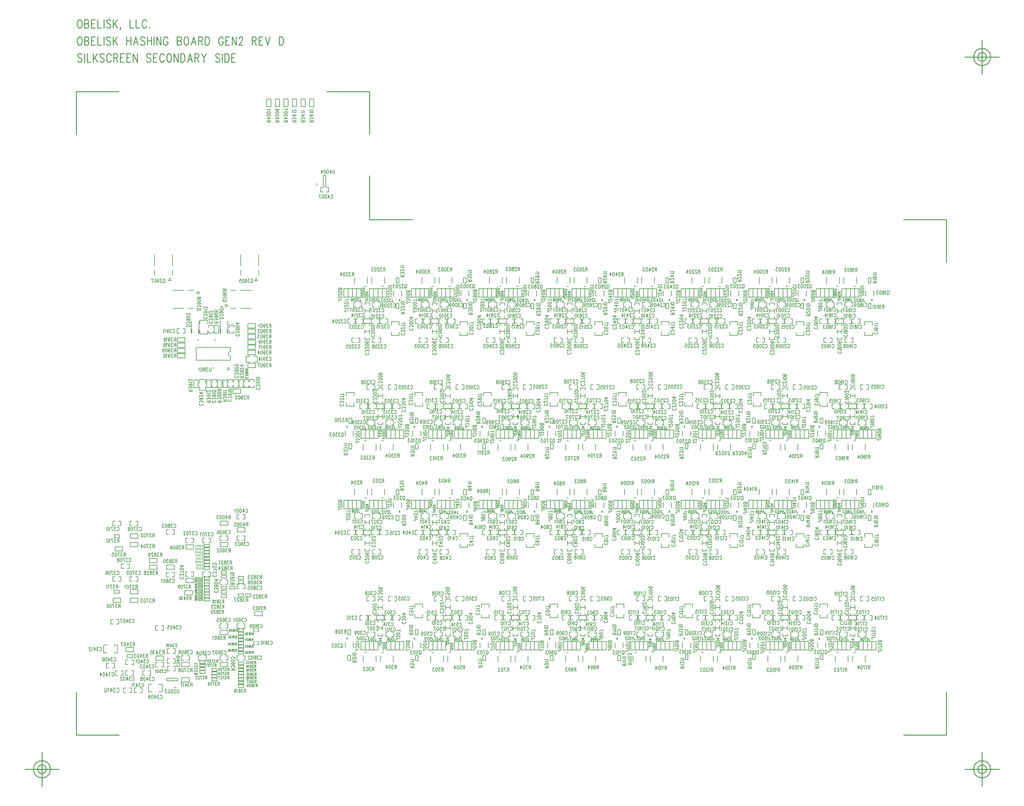
<source format=gbr>
*
*
G04 PADS 9.2 Build Number: 414666 generated Gerber (RS-274-X) file*
G04 PC Version=2.1*
*
%IN "SC1B_REVD_ARC.pcb"*%
*
%MOIN*%
*
%FSLAX24Y24*%
*
*
*
*
G04 PC Standard Apertures*
*
*
G04 Thermal Relief Aperture macro.*
%AMTER*
1,1,$1,0,0*
1,0,$1-$2,0,0*
21,0,$3,$4,0,0,45*
21,0,$3,$4,0,0,135*
%
*
*
G04 Annular Aperture macro.*
%AMANN*
1,1,$1,0,0*
1,0,$2,0,0*
%
*
*
G04 Odd Aperture macro.*
%AMODD*
1,1,$1,0,0*
1,0,$1-0.005,0,0*
%
*
*
G04 PC Custom Aperture Macros*
*
*
*
*
*
*
G04 PC Aperture Table*
*
%ADD010C,0.001*%
%ADD028C,0.01*%
%ADD029C,0.007*%
%ADD032C,0.005*%
%ADD034C,0.004*%
%ADD063C,0.008*%
%ADD103C,0.006*%
*
*
*
*
G04 PC Circuitry*
G04 Layer Name SC1B_REVD_ARC.pcb - circuitry*
%LPD*%
*
*
G04 PC Custom Flashes*
G04 Layer Name SC1B_REVD_ARC.pcb - flashes*
%LPD*%
*
*
G04 PC Circuitry*
G04 Layer Name SC1B_REVD_ARC.pcb - circuitry*
%LPD*%
*
G54D10*
G54D28*
G01X20324Y101614D02*
X20256Y101567D01*
X20256D02*
X20188Y101473D01*
X20188D02*
X20154Y101380D01*
X20120Y101239*
Y101005*
X20154Y100864*
X20188Y100770*
X20188D02*
X20256Y100676D01*
X20256D02*
X20324Y100630D01*
X20324D02*
X20460D01*
X20460D02*
X20529Y100676D01*
X20529D02*
X20597Y100770D01*
X20597D02*
X20631Y100864D01*
X20665Y101005*
Y101239*
X20631Y101380*
X20597Y101473*
X20597D02*
X20529Y101567D01*
X20529D02*
X20460Y101614D01*
X20460D02*
X20324D01*
X20972D02*
Y100630D01*
Y101614D02*
X21279D01*
X21381Y101567*
X21381D02*
X21415Y101520D01*
X21415D02*
X21449Y101426D01*
X21449D02*
Y101333D01*
X21449D02*
X21415Y101239D01*
X21381Y101192*
X21381D02*
X21279Y101145D01*
X20972D02*
X21279D01*
X21279D02*
X21381Y101098D01*
X21381D02*
X21415Y101051D01*
X21415D02*
X21449Y100958D01*
X21449D02*
Y100817D01*
X21449D02*
X21415Y100723D01*
X21415D02*
X21381Y100676D01*
X21381D02*
X21279Y100630D01*
X20972*
X21756Y101614D02*
Y100630D01*
Y101614D02*
X22199D01*
X21756Y101145D02*
X22029D01*
X21756Y100630D02*
X22199D01*
X22506Y101614D02*
Y100630D01*
X22915*
X23222Y101614D02*
Y100630D01*
X24006Y101473D02*
X23938Y101567D01*
X23938D02*
X23835Y101614D01*
X23835D02*
X23699D01*
X23699D02*
X23597Y101567D01*
X23597D02*
X23529Y101473D01*
X23529D02*
Y101380D01*
X23563Y101286*
X23597Y101239*
X23665Y101192*
X23665D02*
X23870Y101098D01*
X23870D02*
X23938Y101051D01*
X23938D02*
X23972Y101005D01*
X24006Y100911*
Y100770*
X24006D02*
X23938Y100676D01*
X23938D02*
X23835Y100630D01*
X23835D02*
X23699D01*
X23699D02*
X23597Y100676D01*
X23597D02*
X23529Y100770D01*
X24313Y101614D02*
Y100630D01*
X24790Y101614D02*
X24313Y100958D01*
X24483Y101192D02*
X24790Y100630D01*
X25881Y101614D02*
Y100630D01*
X26358Y101614D02*
Y100630D01*
X25881Y101145D02*
X26358D01*
X26938Y101614D02*
X26665Y100630D01*
X26938Y101614D02*
X27210Y100630D01*
X26767Y100958D02*
X27108D01*
X27995Y101473D02*
X27926Y101567D01*
X27926D02*
X27824Y101614D01*
X27824D02*
X27688D01*
X27585Y101567*
X27585D02*
X27517Y101473D01*
X27517D02*
Y101380D01*
X27517D02*
X27551Y101286D01*
X27551D02*
X27585Y101239D01*
X27585D02*
X27654Y101192D01*
X27654D02*
X27858Y101098D01*
X27858D02*
X27926Y101051D01*
X27926D02*
X27960Y101005D01*
X27960D02*
X27995Y100911D01*
Y100770*
X27995D02*
X27926Y100676D01*
X27926D02*
X27824Y100630D01*
X27824D02*
X27688D01*
X27585Y100676*
X27585D02*
X27517Y100770D01*
X28301Y101614D02*
Y100630D01*
X28779Y101614D02*
Y100630D01*
X28301Y101145D02*
X28779D01*
X29085Y101614D02*
Y100630D01*
X29392Y101614D02*
Y100630D01*
Y101614D02*
X29870Y100630D01*
Y101614D02*
Y100630D01*
X30688Y101380D02*
X30654Y101473D01*
X30654D02*
X30585Y101567D01*
X30585D02*
X30517Y101614D01*
X30517D02*
X30381D01*
X30313Y101567*
X30313D02*
X30245Y101473D01*
X30245D02*
X30210Y101380D01*
X30210D02*
X30176Y101239D01*
X30176D02*
Y101005D01*
X30176D02*
X30210Y100864D01*
X30210D02*
X30245Y100770D01*
X30245D02*
X30313Y100676D01*
X30313D02*
X30381Y100630D01*
X30517*
X30517D02*
X30585Y100676D01*
X30585D02*
X30654Y100770D01*
X30654D02*
X30688Y100864D01*
Y101005*
X30517D02*
X30688D01*
X31779Y101614D02*
Y100630D01*
Y101614D02*
X32085D01*
X32085D02*
X32188Y101567D01*
X32188D02*
X32222Y101520D01*
X32222D02*
X32256Y101426D01*
X32256D02*
Y101333D01*
X32222Y101239*
X32188Y101192*
X32188D02*
X32085Y101145D01*
X31779D02*
X32085D01*
X32085D02*
X32188Y101098D01*
X32188D02*
X32222Y101051D01*
X32222D02*
X32256Y100958D01*
Y100817*
X32256D02*
X32222Y100723D01*
X32222D02*
X32188Y100676D01*
X32188D02*
X32085Y100630D01*
X32085D02*
X31779D01*
X32767Y101614D02*
X32699Y101567D01*
X32699D02*
X32631Y101473D01*
X32631D02*
X32597Y101380D01*
X32563Y101239*
Y101005*
X32597Y100864*
X32631Y100770*
X32631D02*
X32699Y100676D01*
X32699D02*
X32767Y100630D01*
X32767D02*
X32904D01*
X32972Y100676*
X32972D02*
X33040Y100770D01*
X33040D02*
X33074Y100864D01*
X33074D02*
X33108Y101005D01*
X33108D02*
Y101239D01*
X33108D02*
X33074Y101380D01*
X33074D02*
X33040Y101473D01*
X33040D02*
X32972Y101567D01*
X32972D02*
X32904Y101614D01*
X32767*
X33688D02*
X33415Y100630D01*
X33688Y101614D02*
X33960Y100630D01*
X33517Y100958D02*
X33858D01*
X34267Y101614D02*
Y100630D01*
Y101614D02*
X34574D01*
X34574D02*
X34676Y101567D01*
X34676D02*
X34710Y101520D01*
X34710D02*
X34745Y101426D01*
X34745D02*
Y101333D01*
X34710Y101239*
X34710D02*
X34676Y101192D01*
X34676D02*
X34574Y101145D01*
X34574D02*
X34267D01*
X34506D02*
X34745Y100630D01*
X35051Y101614D02*
Y100630D01*
Y101614D02*
X35290D01*
X35392Y101567*
X35392D02*
X35460Y101473D01*
X35460D02*
X35495Y101380D01*
X35529Y101239*
Y101005*
X35495Y100864*
X35460Y100770*
X35460D02*
X35392Y100676D01*
X35392D02*
X35290Y100630D01*
X35051*
X37131Y101380D02*
X37097Y101473D01*
X37097D02*
X37029Y101567D01*
X37029D02*
X36960Y101614D01*
X36960D02*
X36824D01*
X36824D02*
X36756Y101567D01*
X36756D02*
X36688Y101473D01*
X36688D02*
X36654Y101380D01*
X36620Y101239*
Y101005*
X36654Y100864*
X36688Y100770*
X36688D02*
X36756Y100676D01*
X36756D02*
X36824Y100630D01*
X36824D02*
X36960D01*
X36960D02*
X37029Y100676D01*
X37029D02*
X37097Y100770D01*
X37097D02*
X37131Y100864D01*
Y101005*
X36960D02*
X37131D01*
X37438Y101614D02*
Y100630D01*
Y101614D02*
X37881D01*
X37438Y101145D02*
X37710D01*
X37438Y100630D02*
X37881D01*
X38188Y101614D02*
Y100630D01*
Y101614D02*
X38665Y100630D01*
Y101614D02*
Y100630D01*
X39006Y101380D02*
Y101426D01*
X39006D02*
X39040Y101520D01*
X39040D02*
X39074Y101567D01*
X39074D02*
X39142Y101614D01*
X39142D02*
X39279D01*
X39347Y101567*
X39347D02*
X39381Y101520D01*
X39381D02*
X39415Y101426D01*
X39415D02*
Y101333D01*
X39381Y101239*
X39313Y101098*
X39313D02*
X38972Y100630D01*
X39449*
X40540Y101614D02*
Y100630D01*
Y101614D02*
X40847D01*
X40949Y101567*
X40949D02*
X40983Y101520D01*
X40983D02*
X41017Y101426D01*
X41017D02*
Y101333D01*
X41017D02*
X40983Y101239D01*
X40983D02*
X40949Y101192D01*
X40949D02*
X40847Y101145D01*
X40847D02*
X40540D01*
X40779D02*
X41017Y100630D01*
X41324Y101614D02*
Y100630D01*
Y101614D02*
X41767D01*
X41324Y101145D02*
X41597D01*
X41324Y100630D02*
X41767D01*
X42074Y101614D02*
X42347Y100630D01*
X42620Y101614D02*
X42347Y100630D01*
X43710Y101614D02*
Y100630D01*
Y101614D02*
X43949D01*
X43949D02*
X44051Y101567D01*
X44051D02*
X44120Y101473D01*
X44120D02*
X44154Y101380D01*
X44188Y101239*
Y101005*
X44154Y100864*
X44120Y100770*
X44120D02*
X44051Y100676D01*
X44051D02*
X43949Y100630D01*
X43949D02*
X43710D01*
X20324Y103614D02*
X20256Y103567D01*
X20256D02*
X20188Y103473D01*
X20188D02*
X20154Y103380D01*
X20120Y103239*
Y103005*
X20154Y102864*
X20188Y102770*
X20188D02*
X20256Y102676D01*
X20256D02*
X20324Y102630D01*
X20324D02*
X20460D01*
X20460D02*
X20529Y102676D01*
X20529D02*
X20597Y102770D01*
X20597D02*
X20631Y102864D01*
X20665Y103005*
Y103239*
X20631Y103380*
X20597Y103473*
X20597D02*
X20529Y103567D01*
X20529D02*
X20460Y103614D01*
X20460D02*
X20324D01*
X20972D02*
Y102630D01*
Y103614D02*
X21279D01*
X21381Y103567*
X21381D02*
X21415Y103520D01*
X21415D02*
X21449Y103426D01*
X21449D02*
Y103333D01*
X21449D02*
X21415Y103239D01*
X21381Y103192*
X21381D02*
X21279Y103145D01*
X20972D02*
X21279D01*
X21279D02*
X21381Y103098D01*
X21381D02*
X21415Y103051D01*
X21415D02*
X21449Y102958D01*
X21449D02*
Y102817D01*
X21449D02*
X21415Y102723D01*
X21415D02*
X21381Y102676D01*
X21381D02*
X21279Y102630D01*
X20972*
X21756Y103614D02*
Y102630D01*
Y103614D02*
X22199D01*
X21756Y103145D02*
X22029D01*
X21756Y102630D02*
X22199D01*
X22506Y103614D02*
Y102630D01*
X22915*
X23222Y103614D02*
Y102630D01*
X24006Y103473D02*
X23938Y103567D01*
X23938D02*
X23835Y103614D01*
X23835D02*
X23699D01*
X23699D02*
X23597Y103567D01*
X23597D02*
X23529Y103473D01*
X23529D02*
Y103380D01*
X23563Y103286*
X23597Y103239*
X23665Y103192*
X23665D02*
X23870Y103098D01*
X23870D02*
X23938Y103051D01*
X23938D02*
X23972Y103005D01*
X24006Y102911*
Y102770*
X24006D02*
X23938Y102676D01*
X23938D02*
X23835Y102630D01*
X23835D02*
X23699D01*
X23699D02*
X23597Y102676D01*
X23597D02*
X23529Y102770D01*
X24313Y103614D02*
Y102630D01*
X24790Y103614D02*
X24313Y102958D01*
X24483Y103192D02*
X24790Y102630D01*
X25165Y102676D02*
X25131Y102630D01*
X25097Y102676*
X25097D02*
X25131Y102723D01*
X25131D02*
X25165Y102676D01*
X25165D02*
Y102583D01*
X25131Y102489*
X25097Y102442*
X26256Y103614D02*
Y102630D01*
X26665*
X26972Y103614D02*
Y102630D01*
X27381*
X28199Y103380D02*
X28165Y103473D01*
X28165D02*
X28097Y103567D01*
X28097D02*
X28029Y103614D01*
X27892*
X27892D02*
X27824Y103567D01*
X27824D02*
X27756Y103473D01*
X27756D02*
X27722Y103380D01*
X27688Y103239*
Y103005*
X27722Y102864*
X27756Y102770*
X27756D02*
X27824Y102676D01*
X27824D02*
X27892Y102630D01*
X27892D02*
X28029D01*
X28097Y102676*
X28097D02*
X28165Y102770D01*
X28165D02*
X28199Y102864D01*
X28540Y102723D02*
X28506Y102676D01*
X28506D02*
X28540Y102630D01*
X28574Y102676*
X28574D02*
X28540Y102723D01*
X20647Y99498D02*
X20579Y99592D01*
X20579D02*
X20476Y99639D01*
X20476D02*
X20340D01*
X20238Y99592*
X20238D02*
X20170Y99498D01*
X20170D02*
Y99405D01*
X20204Y99311*
X20238Y99264*
X20306Y99217*
X20306D02*
X20510Y99123D01*
X20510D02*
X20579Y99076D01*
X20579D02*
X20613Y99030D01*
X20647Y98936*
Y98795*
X20647D02*
X20579Y98701D01*
X20579D02*
X20476Y98655D01*
X20476D02*
X20340D01*
X20238Y98701*
X20238D02*
X20170Y98795D01*
X20954Y99639D02*
Y98655D01*
X21260Y99639D02*
Y98655D01*
X21260D02*
X21670D01*
X21976Y99639D02*
Y98655D01*
X22454Y99639D02*
X21976Y98983D01*
X22147Y99217D02*
X22454Y98655D01*
X23238Y99498D02*
X23170Y99592D01*
X23170D02*
X23067Y99639D01*
X23067D02*
X22931D01*
X22829Y99592*
X22829D02*
X22760Y99498D01*
X22760D02*
Y99405D01*
X22760D02*
X22795Y99311D01*
X22829Y99264*
X22897Y99217*
X22897D02*
X23101Y99123D01*
X23101D02*
X23170Y99076D01*
X23170D02*
X23204Y99030D01*
X23238Y98936*
Y98795*
X23238D02*
X23170Y98701D01*
X23170D02*
X23067Y98655D01*
X23067D02*
X22931D01*
X22829Y98701*
X22829D02*
X22760Y98795D01*
X24056Y99405D02*
X24022Y99498D01*
X24022D02*
X23954Y99592D01*
X23954D02*
X23885Y99639D01*
X23885D02*
X23749D01*
X23749D02*
X23681Y99592D01*
X23681D02*
X23613Y99498D01*
X23613D02*
X23579Y99405D01*
X23545Y99264*
Y99030*
X23579Y98889*
X23613Y98795*
X23613D02*
X23681Y98701D01*
X23681D02*
X23749Y98655D01*
X23749D02*
X23885D01*
X23885D02*
X23954Y98701D01*
X23954D02*
X24022Y98795D01*
X24022D02*
X24056Y98889D01*
X24363Y99639D02*
Y98655D01*
Y99639D02*
X24670D01*
X24772Y99592*
X24772D02*
X24806Y99545D01*
X24806D02*
X24840Y99451D01*
X24840D02*
Y99358D01*
X24806Y99264*
X24772Y99217*
X24772D02*
X24670Y99170D01*
X24670D02*
X24363D01*
X24601D02*
X24840Y98655D01*
X25147Y99639D02*
Y98655D01*
Y99639D02*
X25590D01*
X25147Y99170D02*
X25420D01*
X25147Y98655D02*
X25590D01*
X25897Y99639D02*
Y98655D01*
Y99639D02*
X26340D01*
X25897Y99170D02*
X26170D01*
X25897Y98655D02*
X26340D01*
X26647Y99639D02*
Y98655D01*
Y99639D02*
X27124Y98655D01*
Y99639D02*
Y98655D01*
X28692Y99498D02*
X28624Y99592D01*
X28624D02*
X28522Y99639D01*
X28385*
X28385D02*
X28283Y99592D01*
X28283D02*
X28215Y99498D01*
X28215D02*
Y99405D01*
X28249Y99311*
X28249D02*
X28283Y99264D01*
X28283D02*
X28351Y99217D01*
X28351D02*
X28556Y99123D01*
X28556D02*
X28624Y99076D01*
X28624D02*
X28658Y99030D01*
X28658D02*
X28692Y98936D01*
X28692D02*
Y98795D01*
X28692D02*
X28624Y98701D01*
X28624D02*
X28522Y98655D01*
X28385*
X28385D02*
X28283Y98701D01*
X28283D02*
X28215Y98795D01*
X28999Y99639D02*
Y98655D01*
Y99639D02*
X29442D01*
X28999Y99170D02*
X29272D01*
X28999Y98655D02*
X29442D01*
X30260Y99405D02*
X30226Y99498D01*
X30226D02*
X30158Y99592D01*
X30158D02*
X30090Y99639D01*
X29954*
X29885Y99592*
X29885D02*
X29817Y99498D01*
X29817D02*
X29783Y99405D01*
X29783D02*
X29749Y99264D01*
X29749D02*
Y99030D01*
X29749D02*
X29783Y98889D01*
X29783D02*
X29817Y98795D01*
X29817D02*
X29885Y98701D01*
X29885D02*
X29954Y98655D01*
X30090*
X30158Y98701*
X30158D02*
X30226Y98795D01*
X30226D02*
X30260Y98889D01*
X30772Y99639D02*
X30704Y99592D01*
X30704D02*
X30635Y99498D01*
X30635D02*
X30601Y99405D01*
X30601D02*
X30567Y99264D01*
X30567D02*
Y99030D01*
X30567D02*
X30601Y98889D01*
X30601D02*
X30635Y98795D01*
X30635D02*
X30704Y98701D01*
X30704D02*
X30772Y98655D01*
X30908*
X30908D02*
X30976Y98701D01*
X30976D02*
X31045Y98795D01*
X31045D02*
X31079Y98889D01*
X31113Y99030*
Y99264*
X31079Y99405*
X31045Y99498*
X31045D02*
X30976Y99592D01*
X30976D02*
X30908Y99639D01*
X30908D02*
X30772D01*
X31420D02*
Y98655D01*
Y99639D02*
X31897Y98655D01*
Y99639D02*
Y98655D01*
X32204Y99639D02*
Y98655D01*
Y99639D02*
X32442D01*
X32442D02*
X32545Y99592D01*
X32545D02*
X32613Y99498D01*
X32613D02*
X32647Y99405D01*
X32681Y99264*
Y99030*
X32647Y98889*
X32613Y98795*
X32613D02*
X32545Y98701D01*
X32545D02*
X32442Y98655D01*
X32442D02*
X32204D01*
X33260Y99639D02*
X32988Y98655D01*
X33260Y99639D02*
X33533Y98655D01*
X33090Y98983D02*
X33431D01*
X33840Y99639D02*
Y98655D01*
Y99639D02*
X34147D01*
X34249Y99592*
X34249D02*
X34283Y99545D01*
X34283D02*
X34317Y99451D01*
X34317D02*
Y99358D01*
X34317D02*
X34283Y99264D01*
X34283D02*
X34249Y99217D01*
X34249D02*
X34147Y99170D01*
X34147D02*
X33840D01*
X34079D02*
X34317Y98655D01*
X34624Y99639D02*
X34897Y99170D01*
X34897D02*
Y98655D01*
X35170Y99639D02*
X34897Y99170D01*
X36738Y99498D02*
X36670Y99592D01*
X36670D02*
X36567Y99639D01*
X36567D02*
X36431D01*
X36329Y99592*
X36329D02*
X36260Y99498D01*
X36260D02*
Y99405D01*
X36260D02*
X36295Y99311D01*
X36329Y99264*
X36397Y99217*
X36397D02*
X36601Y99123D01*
X36601D02*
X36670Y99076D01*
X36670D02*
X36704Y99030D01*
X36738Y98936*
Y98795*
X36738D02*
X36670Y98701D01*
X36670D02*
X36567Y98655D01*
X36567D02*
X36431D01*
X36329Y98701*
X36329D02*
X36260Y98795D01*
X37045Y99639D02*
Y98655D01*
X37351Y99639D02*
Y98655D01*
Y99639D02*
X37590D01*
X37692Y99592*
X37692D02*
X37760Y99498D01*
X37760D02*
X37795Y99405D01*
X37829Y99264*
Y99030*
X37795Y98889*
X37760Y98795*
X37760D02*
X37692Y98701D01*
X37692D02*
X37590Y98655D01*
X37351*
X38135Y99639D02*
Y98655D01*
Y99639D02*
X38579D01*
X38135Y99170D02*
X38408D01*
X38135Y98655D02*
X38579D01*
X25000Y20000D02*
X20000D01*
Y25000*
X59250Y80236D02*
X54250D01*
Y85375*
X49242Y95200D02*
X54251D01*
Y90202*
X116570Y80236D02*
X121570D01*
Y75250*
X20000Y90193D02*
Y95200D01*
X24965*
X121570Y25000D02*
Y20000D01*
X116570*
X126750Y99250D02*
G75*
G03X126750I-1000J0D01*
G01X126250D02*
G03X126250I-500J0D01*
G01X125750Y101250D02*
Y97250D01*
X123750Y99250D02*
X127750D01*
X126750Y16000D02*
G03X126750I-1000J0D01*
G01X126250D02*
G03X126250I-500J0D01*
G01X125750Y18000D02*
Y14000D01*
X123750Y16000D02*
X127750D01*
X17000D02*
G03X17000I-1000J0D01*
G01X16500D02*
G03X16500I-500J0D01*
G01X16000Y18000D02*
Y14000D01*
X14000Y16000D02*
X18000D01*
G54D29*
X87450Y49876D02*
Y49450D01*
Y49876D02*
X87317D01*
X87317D02*
X87272Y49856D01*
X87272D02*
X87258Y49835D01*
X87258D02*
X87243Y49795D01*
Y49754*
X87243D02*
X87258Y49714D01*
X87272Y49693*
X87272D02*
X87317Y49673D01*
X87450*
X87346D02*
X87243Y49450D01*
X87110Y49795D02*
X87080Y49815D01*
X87080D02*
X87036Y49876D01*
X87036D02*
Y49450D01*
X86814Y49876D02*
X86859Y49856D01*
X86888Y49795*
X86888D02*
X86903Y49693D01*
X86903D02*
Y49632D01*
X86903D02*
X86888Y49531D01*
X86888D02*
X86859Y49470D01*
X86814Y49450*
X86814D02*
X86785D01*
X86740Y49470*
X86740D02*
X86711Y49531D01*
X86696Y49632*
X86696D02*
Y49693D01*
X86696D02*
X86711Y49795D01*
X86740Y49856*
X86740D02*
X86785Y49876D01*
X86785D02*
X86814D01*
X86475D02*
X86519Y49856D01*
X86548Y49795*
X86548D02*
X86563Y49693D01*
X86563D02*
Y49632D01*
X86563D02*
X86548Y49531D01*
X86548D02*
X86519Y49470D01*
X86475Y49450*
X86445*
X86401Y49470*
X86371Y49531*
X86371D02*
X86356Y49632D01*
X86356D02*
Y49693D01*
X86356D02*
X86371Y49795D01*
X86371D02*
X86401Y49856D01*
X86445Y49876*
X86445D02*
X86475D01*
X86194D02*
X86031D01*
X86031D02*
X86120Y49714D01*
X86076*
X86046Y49693*
X86046D02*
X86031Y49673D01*
X86031D02*
X86017Y49612D01*
X86017D02*
Y49571D01*
X86017D02*
X86031Y49510D01*
X86031D02*
X86061Y49470D01*
X86105Y49450*
X86105D02*
X86150D01*
X86194Y49470*
X86209Y49490*
X86209D02*
X86223Y49531D01*
X85050Y49676D02*
Y49250D01*
Y49676D02*
X84917D01*
X84917D02*
X84872Y49656D01*
X84872D02*
X84858Y49635D01*
X84858D02*
X84843Y49595D01*
Y49554*
X84843D02*
X84858Y49514D01*
X84872Y49493*
X84872D02*
X84917Y49473D01*
X85050*
X84946D02*
X84843Y49250D01*
X84710Y49595D02*
X84680Y49615D01*
X84680D02*
X84636Y49676D01*
X84636D02*
Y49250D01*
X84414Y49676D02*
X84459Y49656D01*
X84488Y49595*
X84488D02*
X84503Y49493D01*
X84503D02*
Y49432D01*
X84503D02*
X84488Y49331D01*
X84488D02*
X84459Y49270D01*
X84414Y49250*
X84414D02*
X84385D01*
X84340Y49270*
X84340D02*
X84311Y49331D01*
X84296Y49432*
X84296D02*
Y49493D01*
X84296D02*
X84311Y49595D01*
X84340Y49656*
X84340D02*
X84385Y49676D01*
X84385D02*
X84414D01*
X84075D02*
X84119Y49656D01*
X84148Y49595*
X84148D02*
X84163Y49493D01*
X84163D02*
Y49432D01*
X84163D02*
X84148Y49331D01*
X84148D02*
X84119Y49270D01*
X84075Y49250*
X84045*
X84001Y49270*
X83971Y49331*
X83971D02*
X83956Y49432D01*
X83956D02*
Y49493D01*
X83956D02*
X83971Y49595D01*
X83971D02*
X84001Y49656D01*
X84045Y49676*
X84045D02*
X84075D01*
X83676D02*
X83823Y49392D01*
X83823D02*
X83602D01*
X83676Y49676D02*
Y49250D01*
X84826Y28250D02*
X84400D01*
X84826D02*
Y28383D01*
X84826D02*
X84806Y28427D01*
X84785Y28442*
X84785D02*
X84745Y28456D01*
X84745D02*
X84704D01*
X84704D02*
X84664Y28442D01*
X84643Y28427*
X84643D02*
X84623Y28383D01*
Y28250*
Y28353D02*
X84400Y28456D01*
X84745Y28589D02*
X84765Y28619D01*
X84765D02*
X84826Y28663D01*
X84826D02*
X84400D01*
X84745Y28796D02*
X84765Y28826D01*
X84765D02*
X84826Y28870D01*
X84826D02*
X84400D01*
X84826Y29092D02*
X84806Y29047D01*
X84806D02*
X84745Y29018D01*
X84643Y29003*
X84643D02*
X84582D01*
X84582D02*
X84481Y29018D01*
X84420Y29047*
X84420D02*
X84400Y29092D01*
Y29121*
X84400D02*
X84420Y29165D01*
X84420D02*
X84481Y29195D01*
X84582Y29210*
X84582D02*
X84643D01*
X84643D02*
X84745Y29195D01*
X84806Y29165*
X84806D02*
X84826Y29121D01*
X84826D02*
Y29092D01*
Y29372D02*
Y29535D01*
X84826D02*
X84664Y29446D01*
X84664D02*
Y29490D01*
X84664D02*
X84643Y29520D01*
X84643D02*
X84623Y29535D01*
X84562Y29550*
X84562D02*
X84521D01*
X84521D02*
X84460Y29535D01*
X84460D02*
X84420Y29505D01*
X84420D02*
X84400Y29461D01*
Y29417*
X84420Y29372*
X84420D02*
X84440Y29358D01*
X84440D02*
X84481Y29343D01*
X88900Y28076D02*
Y27650D01*
Y28076D02*
X88767D01*
X88767D02*
X88722Y28056D01*
X88722D02*
X88708Y28035D01*
X88708D02*
X88693Y27995D01*
Y27954*
X88693D02*
X88708Y27914D01*
X88722Y27893*
X88722D02*
X88767Y27873D01*
X88900*
X88796D02*
X88693Y27650D01*
X88560Y27995D02*
X88530Y28015D01*
X88530D02*
X88486Y28076D01*
X88486D02*
Y27650D01*
X88353Y27995D02*
X88323Y28015D01*
X88323D02*
X88279Y28076D01*
X88279D02*
Y27650D01*
X88058Y28076D02*
X88102Y28056D01*
X88131Y27995*
X88131D02*
X88146Y27893D01*
X88146D02*
Y27832D01*
X88146D02*
X88131Y27731D01*
X88131D02*
X88102Y27670D01*
X88058Y27650*
X88028*
X87984Y27670*
X87954Y27731*
X87954D02*
X87939Y27832D01*
X87939D02*
Y27893D01*
X87939D02*
X87954Y27995D01*
X87954D02*
X87984Y28056D01*
X88028Y28076*
X88028D02*
X88058D01*
X87659D02*
X87806Y27792D01*
X87806D02*
X87585D01*
X87659Y28076D02*
Y27650D01*
X95350Y49976D02*
Y49550D01*
Y49976D02*
X95217D01*
X95217D02*
X95172Y49956D01*
X95172D02*
X95158Y49935D01*
X95158D02*
X95143Y49895D01*
Y49854*
X95143D02*
X95158Y49814D01*
X95172Y49793*
X95172D02*
X95217Y49773D01*
X95350*
X95246D02*
X95143Y49550D01*
X95010Y49895D02*
X94980Y49915D01*
X94980D02*
X94936Y49976D01*
X94936D02*
Y49550D01*
X94788Y49875D02*
Y49895D01*
X94788D02*
X94773Y49935D01*
X94773D02*
X94759Y49956D01*
X94729Y49976*
X94729D02*
X94670D01*
X94670D02*
X94640Y49956D01*
X94640D02*
X94626Y49935D01*
X94626D02*
X94611Y49895D01*
Y49854*
X94611D02*
X94626Y49814D01*
X94655Y49753*
X94655D02*
X94803Y49550D01*
X94596*
X94375Y49976D02*
X94419Y49956D01*
X94448Y49895*
X94448D02*
X94463Y49793D01*
X94463D02*
Y49732D01*
X94463D02*
X94448Y49631D01*
X94448D02*
X94419Y49570D01*
X94375Y49550*
X94345*
X94301Y49570*
X94271Y49631*
X94271D02*
X94256Y49732D01*
X94256D02*
Y49793D01*
X94256D02*
X94271Y49895D01*
X94271D02*
X94301Y49956D01*
X94345Y49976*
X94345D02*
X94375D01*
X94094D02*
X93931D01*
X93931D02*
X94020Y49814D01*
X93976*
X93946Y49793*
X93946D02*
X93931Y49773D01*
X93931D02*
X93917Y49712D01*
X93917D02*
Y49671D01*
X93917D02*
X93931Y49610D01*
X93931D02*
X93961Y49570D01*
X94005Y49550*
X94005D02*
X94050D01*
X94094Y49570*
X94109Y49590*
X94109D02*
X94123Y49631D01*
X92650Y49626D02*
Y49200D01*
Y49626D02*
X92517D01*
X92517D02*
X92472Y49606D01*
X92472D02*
X92458Y49585D01*
X92458D02*
X92443Y49545D01*
Y49504*
X92443D02*
X92458Y49464D01*
X92472Y49443*
X92472D02*
X92517Y49423D01*
X92650*
X92546D02*
X92443Y49200D01*
X92310Y49545D02*
X92280Y49565D01*
X92280D02*
X92236Y49626D01*
X92236D02*
Y49200D01*
X92088Y49525D02*
Y49545D01*
X92088D02*
X92073Y49585D01*
X92073D02*
X92059Y49606D01*
X92029Y49626*
X92029D02*
X91970D01*
X91970D02*
X91940Y49606D01*
X91940D02*
X91926Y49585D01*
X91926D02*
X91911Y49545D01*
Y49504*
X91911D02*
X91926Y49464D01*
X91955Y49403*
X91955D02*
X92103Y49200D01*
X91896*
X91675Y49626D02*
X91719Y49606D01*
X91748Y49545*
X91748D02*
X91763Y49443D01*
X91763D02*
Y49382D01*
X91763D02*
X91748Y49281D01*
X91748D02*
X91719Y49220D01*
X91675Y49200*
X91645*
X91601Y49220*
X91571Y49281*
X91571D02*
X91556Y49382D01*
X91556D02*
Y49443D01*
X91556D02*
X91571Y49545D01*
X91571D02*
X91601Y49606D01*
X91645Y49626*
X91645D02*
X91675D01*
X91276D02*
X91423Y49342D01*
X91423D02*
X91202D01*
X91276Y49626D02*
Y49200D01*
X94300Y27826D02*
Y27400D01*
Y27826D02*
X94167D01*
X94167D02*
X94122Y27806D01*
X94122D02*
X94108Y27785D01*
X94108D02*
X94093Y27745D01*
Y27704*
X94093D02*
X94108Y27664D01*
X94122Y27643*
X94122D02*
X94167Y27623D01*
X94300*
X94196D02*
X94093Y27400D01*
X93960Y27745D02*
X93930Y27765D01*
X93930D02*
X93886Y27826D01*
X93886D02*
Y27400D01*
X93723Y27826D02*
X93561D01*
X93561D02*
X93650Y27664D01*
X93605*
X93605D02*
X93576Y27643D01*
X93576D02*
X93561Y27623D01*
X93546Y27562*
X93546D02*
Y27521D01*
X93546D02*
X93561Y27460D01*
X93561D02*
X93590Y27420D01*
X93590D02*
X93635Y27400D01*
X93679*
X93679D02*
X93723Y27420D01*
X93723D02*
X93738Y27440D01*
X93738D02*
X93753Y27481D01*
X93325Y27826D02*
X93369Y27806D01*
X93398Y27745*
X93398D02*
X93413Y27643D01*
X93413D02*
Y27582D01*
X93413D02*
X93398Y27481D01*
X93398D02*
X93369Y27420D01*
X93325Y27400*
X93295*
X93251Y27420*
X93221Y27481*
X93221D02*
X93206Y27582D01*
X93206D02*
Y27643D01*
X93206D02*
X93221Y27745D01*
X93221D02*
X93251Y27806D01*
X93295Y27826*
X93295D02*
X93325D01*
X93044D02*
X92881D01*
X92881D02*
X92970Y27664D01*
X92926*
X92896Y27643*
X92896D02*
X92881Y27623D01*
X92881D02*
X92867Y27562D01*
X92867D02*
Y27521D01*
X92867D02*
X92881Y27460D01*
X92881D02*
X92911Y27420D01*
X92955Y27400*
X92955D02*
X93000D01*
X93044Y27420*
X93059Y27440*
X93059D02*
X93073Y27481D01*
X96900Y28076D02*
Y27650D01*
Y28076D02*
X96767D01*
X96767D02*
X96722Y28056D01*
X96722D02*
X96708Y28035D01*
X96708D02*
X96693Y27995D01*
Y27954*
X96693D02*
X96708Y27914D01*
X96722Y27893*
X96722D02*
X96767Y27873D01*
X96900*
X96796D02*
X96693Y27650D01*
X96560Y27995D02*
X96530Y28015D01*
X96530D02*
X96486Y28076D01*
X96486D02*
Y27650D01*
X96323Y28076D02*
X96161D01*
X96161D02*
X96250Y27914D01*
X96205*
X96205D02*
X96176Y27893D01*
X96176D02*
X96161Y27873D01*
X96146Y27812*
X96146D02*
Y27771D01*
X96146D02*
X96161Y27710D01*
X96161D02*
X96190Y27670D01*
X96190D02*
X96235Y27650D01*
X96279*
X96279D02*
X96323Y27670D01*
X96323D02*
X96338Y27690D01*
X96338D02*
X96353Y27731D01*
X95925Y28076D02*
X95969Y28056D01*
X95998Y27995*
X95998D02*
X96013Y27893D01*
X96013D02*
Y27832D01*
X96013D02*
X95998Y27731D01*
X95998D02*
X95969Y27670D01*
X95925Y27650*
X95895*
X95851Y27670*
X95821Y27731*
X95821D02*
X95806Y27832D01*
X95806D02*
Y27893D01*
X95806D02*
X95821Y27995D01*
X95821D02*
X95851Y28056D01*
X95895Y28076*
X95895D02*
X95925D01*
X95526D02*
X95673Y27792D01*
X95673D02*
X95452D01*
X95526Y28076D02*
Y27650D01*
X104250Y49876D02*
Y49450D01*
Y49876D02*
X104117D01*
X104117D02*
X104072Y49856D01*
X104072D02*
X104058Y49835D01*
X104058D02*
X104043Y49795D01*
Y49754*
X104043D02*
X104058Y49714D01*
X104072Y49693*
X104072D02*
X104117Y49673D01*
X104250*
X104146D02*
X104043Y49450D01*
X103910Y49795D02*
X103880Y49815D01*
X103880D02*
X103836Y49876D01*
X103836D02*
Y49450D01*
X103555Y49876D02*
X103703Y49592D01*
X103481*
X103555Y49876D02*
Y49450D01*
X103260Y49876D02*
X103304Y49856D01*
X103304D02*
X103334Y49795D01*
X103348Y49693*
X103348D02*
Y49632D01*
X103348D02*
X103334Y49531D01*
X103304Y49470*
X103304D02*
X103260Y49450D01*
X103230*
X103230D02*
X103186Y49470D01*
X103156Y49531*
X103156D02*
X103142Y49632D01*
X103142D02*
Y49693D01*
X103142D02*
X103156Y49795D01*
X103156D02*
X103186Y49856D01*
X103230Y49876*
X103230D02*
X103260D01*
X102979D02*
X102817D01*
X102817D02*
X102905Y49714D01*
X102905D02*
X102861D01*
X102831Y49693*
X102831D02*
X102817Y49673D01*
X102802Y49612*
X102802D02*
Y49571D01*
X102802D02*
X102817Y49510D01*
X102817D02*
X102846Y49470D01*
X102846D02*
X102890Y49450D01*
X102890D02*
X102935D01*
X102979Y49470*
X102979D02*
X102994Y49490D01*
X102994D02*
X103009Y49531D01*
X99400Y48976D02*
Y48550D01*
Y48976D02*
X99267D01*
X99267D02*
X99222Y48956D01*
X99222D02*
X99208Y48935D01*
X99208D02*
X99193Y48895D01*
Y48854*
X99193D02*
X99208Y48814D01*
X99222Y48793*
X99222D02*
X99267Y48773D01*
X99400*
X99296D02*
X99193Y48550D01*
X99060Y48895D02*
X99030Y48915D01*
X99030D02*
X98986Y48976D01*
X98986D02*
Y48550D01*
X98705Y48976D02*
X98853Y48692D01*
X98631*
X98705Y48976D02*
Y48550D01*
X98410Y48976D02*
X98454Y48956D01*
X98454D02*
X98484Y48895D01*
X98498Y48793*
X98498D02*
Y48732D01*
X98498D02*
X98484Y48631D01*
X98454Y48570*
X98454D02*
X98410Y48550D01*
X98380*
X98380D02*
X98336Y48570D01*
X98306Y48631*
X98306D02*
X98292Y48732D01*
X98292D02*
Y48793D01*
X98292D02*
X98306Y48895D01*
X98306D02*
X98336Y48956D01*
X98380Y48976*
X98380D02*
X98410D01*
X98011D02*
X98159Y48692D01*
X97937*
X98011Y48976D02*
Y48550D01*
X102100Y27826D02*
Y27400D01*
Y27826D02*
X101967D01*
X101967D02*
X101922Y27806D01*
X101922D02*
X101908Y27785D01*
X101908D02*
X101893Y27745D01*
Y27704*
X101893D02*
X101908Y27664D01*
X101922Y27643*
X101922D02*
X101967Y27623D01*
X102100*
X101996D02*
X101893Y27400D01*
X101760Y27745D02*
X101730Y27765D01*
X101730D02*
X101686Y27826D01*
X101686D02*
Y27400D01*
X101361Y27826D02*
X101509D01*
X101509D02*
X101523Y27643D01*
X101523D02*
X101509Y27664D01*
X101464Y27684*
X101464D02*
X101420D01*
X101376Y27664*
X101346Y27623*
X101346D02*
X101331Y27562D01*
X101331D02*
X101346Y27521D01*
X101346D02*
X101361Y27460D01*
X101361D02*
X101390Y27420D01*
X101390D02*
X101435Y27400D01*
X101479*
X101479D02*
X101523Y27420D01*
X101523D02*
X101538Y27440D01*
X101538D02*
X101553Y27481D01*
X101110Y27826D02*
X101154Y27806D01*
X101154D02*
X101184Y27745D01*
X101198Y27643*
X101198D02*
Y27582D01*
X101198D02*
X101184Y27481D01*
X101154Y27420*
X101154D02*
X101110Y27400D01*
X101080*
X101080D02*
X101036Y27420D01*
X101006Y27481*
X101006D02*
X100992Y27582D01*
X100992D02*
Y27643D01*
X100992D02*
X101006Y27745D01*
X101006D02*
X101036Y27806D01*
X101080Y27826*
X101080D02*
X101110D01*
X100829D02*
X100667D01*
X100667D02*
X100755Y27664D01*
X100755D02*
X100711D01*
X100681Y27643*
X100681D02*
X100667Y27623D01*
X100652Y27562*
X100652D02*
Y27521D01*
X100652D02*
X100667Y27460D01*
X100667D02*
X100696Y27420D01*
X100696D02*
X100740Y27400D01*
X100740D02*
X100785D01*
X100829Y27420*
X100829D02*
X100844Y27440D01*
X100844D02*
X100859Y27481D01*
X104700Y28126D02*
Y27700D01*
Y28126D02*
X104567D01*
X104567D02*
X104522Y28106D01*
X104522D02*
X104508Y28085D01*
X104508D02*
X104493Y28045D01*
Y28004*
X104493D02*
X104508Y27964D01*
X104522Y27943*
X104522D02*
X104567Y27923D01*
X104700*
X104596D02*
X104493Y27700D01*
X104360Y28045D02*
X104330Y28065D01*
X104330D02*
X104286Y28126D01*
X104286D02*
Y27700D01*
X103961Y28126D02*
X104109D01*
X104109D02*
X104123Y27943D01*
X104123D02*
X104109Y27964D01*
X104064Y27984*
X104064D02*
X104020D01*
X103976Y27964*
X103946Y27923*
X103946D02*
X103931Y27862D01*
X103931D02*
X103946Y27821D01*
X103946D02*
X103961Y27760D01*
X103961D02*
X103990Y27720D01*
X103990D02*
X104035Y27700D01*
X104079*
X104079D02*
X104123Y27720D01*
X104123D02*
X104138Y27740D01*
X104138D02*
X104153Y27781D01*
X103710Y28126D02*
X103754Y28106D01*
X103754D02*
X103784Y28045D01*
X103798Y27943*
X103798D02*
Y27882D01*
X103798D02*
X103784Y27781D01*
X103754Y27720*
X103754D02*
X103710Y27700D01*
X103680*
X103680D02*
X103636Y27720D01*
X103606Y27781*
X103606D02*
X103592Y27882D01*
X103592D02*
Y27943D01*
X103592D02*
X103606Y28045D01*
X103606D02*
X103636Y28106D01*
X103680Y28126*
X103680D02*
X103710D01*
X103311D02*
X103459Y27842D01*
X103237*
X103311Y28126D02*
Y27700D01*
X111150Y49876D02*
Y49450D01*
Y49876D02*
X111017D01*
X111017D02*
X110972Y49856D01*
X110972D02*
X110958Y49835D01*
X110958D02*
X110943Y49795D01*
Y49754*
X110943D02*
X110958Y49714D01*
X110972Y49693*
X110972D02*
X111017Y49673D01*
X111150*
X111046D02*
X110943Y49450D01*
X110810Y49795D02*
X110780Y49815D01*
X110780D02*
X110736Y49876D01*
X110736D02*
Y49450D01*
X110426Y49815D02*
X110440Y49856D01*
X110440D02*
X110485Y49876D01*
X110485D02*
X110514D01*
X110514D02*
X110559Y49856D01*
X110588Y49795*
X110588D02*
X110603Y49693D01*
X110603D02*
Y49592D01*
X110588Y49510*
X110588D02*
X110559Y49470D01*
X110514Y49450*
X110514D02*
X110500D01*
X110455Y49470*
X110455D02*
X110426Y49510D01*
X110426D02*
X110411Y49571D01*
X110411D02*
Y49592D01*
X110426Y49653*
X110455Y49693*
X110455D02*
X110500Y49714D01*
X110514*
X110514D02*
X110559Y49693D01*
X110559D02*
X110588Y49653D01*
X110588D02*
X110603Y49592D01*
X110189Y49876D02*
X110234Y49856D01*
X110263Y49795*
X110263D02*
X110278Y49693D01*
X110278D02*
Y49632D01*
X110278D02*
X110263Y49531D01*
X110263D02*
X110234Y49470D01*
X110189Y49450*
X110189D02*
X110160D01*
X110115Y49470*
X110115D02*
X110086Y49531D01*
X110071Y49632*
X110071D02*
Y49693D01*
X110071D02*
X110086Y49795D01*
X110115Y49856*
X110115D02*
X110160Y49876D01*
X110160D02*
X110189D01*
X109909D02*
X109746D01*
X109746D02*
X109835Y49714D01*
X109790*
X109790D02*
X109761Y49693D01*
X109761D02*
X109746Y49673D01*
X109746D02*
X109731Y49612D01*
X109731D02*
Y49571D01*
X109731D02*
X109746Y49510D01*
X109746D02*
X109776Y49470D01*
X109820Y49450*
X109864*
X109864D02*
X109909Y49470D01*
X109923Y49490*
X109923D02*
X109938Y49531D01*
X108450Y49676D02*
Y49250D01*
Y49676D02*
X108317D01*
X108317D02*
X108272Y49656D01*
X108272D02*
X108258Y49635D01*
X108258D02*
X108243Y49595D01*
Y49554*
X108243D02*
X108258Y49514D01*
X108272Y49493*
X108272D02*
X108317Y49473D01*
X108450*
X108346D02*
X108243Y49250D01*
X108110Y49595D02*
X108080Y49615D01*
X108080D02*
X108036Y49676D01*
X108036D02*
Y49250D01*
X107726Y49615D02*
X107740Y49656D01*
X107740D02*
X107785Y49676D01*
X107785D02*
X107814D01*
X107814D02*
X107859Y49656D01*
X107888Y49595*
X107888D02*
X107903Y49493D01*
X107903D02*
Y49392D01*
X107888Y49310*
X107888D02*
X107859Y49270D01*
X107814Y49250*
X107814D02*
X107800D01*
X107755Y49270*
X107755D02*
X107726Y49310D01*
X107726D02*
X107711Y49371D01*
X107711D02*
Y49392D01*
X107726Y49453*
X107755Y49493*
X107755D02*
X107800Y49514D01*
X107814*
X107814D02*
X107859Y49493D01*
X107859D02*
X107888Y49453D01*
X107888D02*
X107903Y49392D01*
X107489Y49676D02*
X107534Y49656D01*
X107563Y49595*
X107563D02*
X107578Y49493D01*
X107578D02*
Y49432D01*
X107578D02*
X107563Y49331D01*
X107563D02*
X107534Y49270D01*
X107489Y49250*
X107489D02*
X107460D01*
X107415Y49270*
X107415D02*
X107386Y49331D01*
X107371Y49432*
X107371D02*
Y49493D01*
X107371D02*
X107386Y49595D01*
X107415Y49656*
X107415D02*
X107460Y49676D01*
X107460D02*
X107489D01*
X107090D02*
X107238Y49392D01*
X107238D02*
X107017D01*
X107090Y49676D02*
Y49250D01*
X109950Y27826D02*
Y27400D01*
Y27826D02*
X109817D01*
X109817D02*
X109772Y27806D01*
X109772D02*
X109758Y27785D01*
X109758D02*
X109743Y27745D01*
Y27704*
X109743D02*
X109758Y27664D01*
X109772Y27643*
X109772D02*
X109817Y27623D01*
X109950*
X109846D02*
X109743Y27400D01*
X109610Y27745D02*
X109580Y27765D01*
X109580D02*
X109536Y27826D01*
X109536D02*
Y27400D01*
X109196Y27826D02*
X109344Y27400D01*
X109403Y27826D02*
X109196D01*
X108975D02*
X109019Y27806D01*
X109048Y27745*
X109048D02*
X109063Y27643D01*
X109063D02*
Y27582D01*
X109063D02*
X109048Y27481D01*
X109048D02*
X109019Y27420D01*
X108975Y27400*
X108945*
X108901Y27420*
X108871Y27481*
X108871D02*
X108856Y27582D01*
X108856D02*
Y27643D01*
X108856D02*
X108871Y27745D01*
X108871D02*
X108901Y27806D01*
X108945Y27826*
X108945D02*
X108975D01*
X108694D02*
X108531D01*
X108531D02*
X108620Y27664D01*
X108576*
X108546Y27643*
X108546D02*
X108531Y27623D01*
X108531D02*
X108517Y27562D01*
X108517D02*
Y27521D01*
X108517D02*
X108531Y27460D01*
X108531D02*
X108561Y27420D01*
X108605Y27400*
X108605D02*
X108650D01*
X108694Y27420*
X108709Y27440*
X108709D02*
X108723Y27481D01*
X112650Y28126D02*
Y27700D01*
Y28126D02*
X112517D01*
X112517D02*
X112472Y28106D01*
X112472D02*
X112458Y28085D01*
X112458D02*
X112443Y28045D01*
Y28004*
X112443D02*
X112458Y27964D01*
X112472Y27943*
X112472D02*
X112517Y27923D01*
X112650*
X112546D02*
X112443Y27700D01*
X112310Y28045D02*
X112280Y28065D01*
X112280D02*
X112236Y28126D01*
X112236D02*
Y27700D01*
X111896Y28126D02*
X112044Y27700D01*
X112103Y28126D02*
X111896D01*
X111675D02*
X111719Y28106D01*
X111748Y28045*
X111748D02*
X111763Y27943D01*
X111763D02*
Y27882D01*
X111763D02*
X111748Y27781D01*
X111748D02*
X111719Y27720D01*
X111675Y27700*
X111645*
X111601Y27720*
X111571Y27781*
X111571D02*
X111556Y27882D01*
X111556D02*
Y27943D01*
X111556D02*
X111571Y28045D01*
X111571D02*
X111601Y28106D01*
X111645Y28126*
X111645D02*
X111675D01*
X111276D02*
X111423Y27842D01*
X111423D02*
X111202D01*
X111276Y28126D02*
Y27700D01*
X111150Y74576D02*
Y74150D01*
Y74576D02*
X111017D01*
X111017D02*
X110972Y74556D01*
X110972D02*
X110958Y74535D01*
X110958D02*
X110943Y74495D01*
Y74454*
X110943D02*
X110958Y74414D01*
X110972Y74393*
X110972D02*
X111017Y74373D01*
X111150*
X111046D02*
X110943Y74150D01*
X110810Y74495D02*
X110780Y74515D01*
X110780D02*
X110736Y74576D01*
X110736D02*
Y74150D01*
X110529Y74576D02*
X110573Y74556D01*
X110573D02*
X110588Y74515D01*
X110588D02*
Y74475D01*
X110588D02*
X110573Y74434D01*
X110573D02*
X110544Y74414D01*
X110485Y74393*
X110485D02*
X110440Y74373D01*
X110440D02*
X110411Y74332D01*
X110411D02*
X110396Y74292D01*
X110396D02*
Y74231D01*
X110396D02*
X110411Y74190D01*
X110411D02*
X110426Y74170D01*
X110470Y74150*
X110529*
X110529D02*
X110573Y74170D01*
X110573D02*
X110588Y74190D01*
X110588D02*
X110603Y74231D01*
Y74292*
X110588Y74332*
X110588D02*
X110559Y74373D01*
X110514Y74393*
X110514D02*
X110455Y74414D01*
X110455D02*
X110426Y74434D01*
X110411Y74475*
Y74515*
X110411D02*
X110426Y74556D01*
X110470Y74576*
X110470D02*
X110529D01*
X110175D02*
X110219Y74556D01*
X110248Y74495*
X110248D02*
X110263Y74393D01*
X110263D02*
Y74332D01*
X110263D02*
X110248Y74231D01*
X110248D02*
X110219Y74170D01*
X110175Y74150*
X110145*
X110101Y74170*
X110071Y74231*
X110071D02*
X110056Y74332D01*
X110056D02*
Y74393D01*
X110056D02*
X110071Y74495D01*
X110071D02*
X110101Y74556D01*
X110145Y74576*
X110145D02*
X110175D01*
X109894D02*
X109731D01*
X109731D02*
X109820Y74414D01*
X109776*
X109746Y74393*
X109746D02*
X109731Y74373D01*
X109731D02*
X109717Y74312D01*
X109717D02*
Y74271D01*
X109717D02*
X109731Y74210D01*
X109731D02*
X109761Y74170D01*
X109805Y74150*
X109805D02*
X109850D01*
X109894Y74170*
X109909Y74190*
X109909D02*
X109923Y74231D01*
X108550Y74326D02*
Y73900D01*
Y74326D02*
X108417D01*
X108417D02*
X108372Y74306D01*
X108372D02*
X108358Y74285D01*
X108358D02*
X108343Y74245D01*
Y74204*
X108343D02*
X108358Y74164D01*
X108372Y74143*
X108372D02*
X108417Y74123D01*
X108550*
X108446D02*
X108343Y73900D01*
X108210Y74245D02*
X108180Y74265D01*
X108180D02*
X108136Y74326D01*
X108136D02*
Y73900D01*
X107929Y74326D02*
X107973Y74306D01*
X107973D02*
X107988Y74265D01*
X107988D02*
Y74225D01*
X107988D02*
X107973Y74184D01*
X107973D02*
X107944Y74164D01*
X107885Y74143*
X107885D02*
X107840Y74123D01*
X107840D02*
X107811Y74082D01*
X107811D02*
X107796Y74042D01*
X107796D02*
Y73981D01*
X107796D02*
X107811Y73940D01*
X107811D02*
X107826Y73920D01*
X107870Y73900*
X107929*
X107929D02*
X107973Y73920D01*
X107973D02*
X107988Y73940D01*
X107988D02*
X108003Y73981D01*
Y74042*
X107988Y74082*
X107988D02*
X107959Y74123D01*
X107914Y74143*
X107914D02*
X107855Y74164D01*
X107855D02*
X107826Y74184D01*
X107811Y74225*
Y74265*
X107811D02*
X107826Y74306D01*
X107870Y74326*
X107870D02*
X107929D01*
X107575D02*
X107619Y74306D01*
X107648Y74245*
X107648D02*
X107663Y74143D01*
X107663D02*
Y74082D01*
X107663D02*
X107648Y73981D01*
X107648D02*
X107619Y73920D01*
X107575Y73900*
X107545*
X107501Y73920*
X107471Y73981*
X107471D02*
X107456Y74082D01*
X107456D02*
Y74143D01*
X107456D02*
X107471Y74245D01*
X107471D02*
X107501Y74306D01*
X107545Y74326*
X107545D02*
X107575D01*
X107176D02*
X107323Y74042D01*
X107323D02*
X107102D01*
X107176Y74326D02*
Y73900D01*
X110100Y52576D02*
Y52150D01*
Y52576D02*
X109967D01*
X109967D02*
X109922Y52556D01*
X109922D02*
X109908Y52535D01*
X109908D02*
X109893Y52495D01*
Y52454*
X109893D02*
X109908Y52414D01*
X109922Y52393*
X109922D02*
X109967Y52373D01*
X110100*
X109996D02*
X109893Y52150D01*
X109760Y52495D02*
X109730Y52515D01*
X109730D02*
X109686Y52576D01*
X109686D02*
Y52150D01*
X109361Y52434D02*
X109376Y52373D01*
X109405Y52332*
X109405D02*
X109450Y52312D01*
X109450D02*
X109464D01*
X109464D02*
X109509Y52332D01*
X109509D02*
X109538Y52373D01*
X109538D02*
X109553Y52434D01*
Y52454*
X109553D02*
X109538Y52515D01*
X109538D02*
X109509Y52556D01*
X109464Y52576*
X109464D02*
X109450D01*
X109450D02*
X109405Y52556D01*
X109405D02*
X109376Y52515D01*
X109376D02*
X109361Y52434D01*
Y52332*
X109361D02*
X109376Y52231D01*
X109405Y52170*
X109405D02*
X109450Y52150D01*
X109479*
X109479D02*
X109523Y52170D01*
X109523D02*
X109538Y52210D01*
X109139Y52576D02*
X109184Y52556D01*
X109213Y52495*
X109213D02*
X109228Y52393D01*
X109228D02*
Y52332D01*
X109228D02*
X109213Y52231D01*
X109213D02*
X109184Y52170D01*
X109139Y52150*
X109139D02*
X109110D01*
X109065Y52170*
X109065D02*
X109036Y52231D01*
X109021Y52332*
X109021D02*
Y52393D01*
X109021D02*
X109036Y52495D01*
X109065Y52556*
X109065D02*
X109110Y52576D01*
X109110D02*
X109139D01*
X108859D02*
X108696D01*
X108696D02*
X108785Y52414D01*
X108740*
X108740D02*
X108711Y52393D01*
X108711D02*
X108696Y52373D01*
X108696D02*
X108681Y52312D01*
X108681D02*
Y52271D01*
X108681D02*
X108696Y52210D01*
X108696D02*
X108726Y52170D01*
X108770Y52150*
X108814*
X108814D02*
X108859Y52170D01*
X108873Y52190*
X108873D02*
X108888Y52231D01*
X112650Y52726D02*
Y52300D01*
Y52726D02*
X112517D01*
X112517D02*
X112472Y52706D01*
X112472D02*
X112458Y52685D01*
X112458D02*
X112443Y52645D01*
Y52604*
X112443D02*
X112458Y52564D01*
X112472Y52543*
X112472D02*
X112517Y52523D01*
X112650*
X112546D02*
X112443Y52300D01*
X112310Y52645D02*
X112280Y52665D01*
X112280D02*
X112236Y52726D01*
X112236D02*
Y52300D01*
X111911Y52584D02*
X111926Y52523D01*
X111955Y52482*
X111955D02*
X112000Y52462D01*
X112000D02*
X112014D01*
X112014D02*
X112059Y52482D01*
X112059D02*
X112088Y52523D01*
X112088D02*
X112103Y52584D01*
Y52604*
X112103D02*
X112088Y52665D01*
X112088D02*
X112059Y52706D01*
X112014Y52726*
X112014D02*
X112000D01*
X112000D02*
X111955Y52706D01*
X111955D02*
X111926Y52665D01*
X111926D02*
X111911Y52584D01*
Y52482*
X111911D02*
X111926Y52381D01*
X111955Y52320*
X111955D02*
X112000Y52300D01*
X112029*
X112029D02*
X112073Y52320D01*
X112073D02*
X112088Y52360D01*
X111689Y52726D02*
X111734Y52706D01*
X111763Y52645*
X111763D02*
X111778Y52543D01*
X111778D02*
Y52482D01*
X111778D02*
X111763Y52381D01*
X111763D02*
X111734Y52320D01*
X111689Y52300*
X111689D02*
X111660D01*
X111615Y52320*
X111615D02*
X111586Y52381D01*
X111571Y52482*
X111571D02*
Y52543D01*
X111571D02*
X111586Y52645D01*
X111615Y52706*
X111615D02*
X111660Y52726D01*
X111660D02*
X111689D01*
X111290D02*
X111438Y52442D01*
X111438D02*
X111217D01*
X111290Y52726D02*
Y52300D01*
X103250Y74626D02*
Y74200D01*
Y74626D02*
X103117D01*
X103117D02*
X103072Y74606D01*
X103072D02*
X103058Y74585D01*
X103058D02*
X103043Y74545D01*
Y74504*
X103043D02*
X103058Y74464D01*
X103072Y74443*
X103072D02*
X103117Y74423D01*
X103250*
X103146D02*
X103043Y74200D01*
X102895Y74525D02*
Y74545D01*
X102880Y74585*
X102880D02*
X102865Y74606D01*
X102865D02*
X102836Y74626D01*
X102836D02*
X102777D01*
X102777D02*
X102747Y74606D01*
X102747D02*
X102733Y74585D01*
X102733D02*
X102718Y74545D01*
Y74504*
X102718D02*
X102733Y74464D01*
X102762Y74403*
X102762D02*
X102910Y74200D01*
X102703*
X102481Y74626D02*
X102526Y74606D01*
X102555Y74545*
X102555D02*
X102570Y74443D01*
X102570D02*
Y74382D01*
X102570D02*
X102555Y74281D01*
X102555D02*
X102526Y74220D01*
X102481Y74200*
X102481D02*
X102452D01*
X102408Y74220*
X102378Y74281*
X102363Y74382*
X102363D02*
Y74443D01*
X102363D02*
X102378Y74545D01*
X102408Y74606*
X102452Y74626*
X102452D02*
X102481D01*
X102142D02*
X102186Y74606D01*
X102215Y74545*
X102215D02*
X102230Y74443D01*
X102230D02*
Y74382D01*
X102230D02*
X102215Y74281D01*
X102215D02*
X102186Y74220D01*
X102142Y74200*
X102112*
X102112D02*
X102068Y74220D01*
X102038Y74281*
X102038D02*
X102023Y74382D01*
X102023D02*
Y74443D01*
X102023D02*
X102038Y74545D01*
X102038D02*
X102068Y74606D01*
X102112Y74626*
X102112D02*
X102142D01*
X101861D02*
X101698D01*
X101698D02*
X101787Y74464D01*
X101787D02*
X101743D01*
X101713Y74443*
X101713D02*
X101698Y74423D01*
X101698D02*
X101684Y74362D01*
X101684D02*
Y74321D01*
X101684D02*
X101698Y74260D01*
X101698D02*
X101728Y74220D01*
X101772Y74200*
X101772D02*
X101817D01*
X101861Y74220*
X101876Y74240*
X101876D02*
X101890Y74281D01*
X100700Y74376D02*
Y73950D01*
Y74376D02*
X100567D01*
X100567D02*
X100522Y74356D01*
X100522D02*
X100508Y74335D01*
X100508D02*
X100493Y74295D01*
Y74254*
X100493D02*
X100508Y74214D01*
X100522Y74193*
X100522D02*
X100567Y74173D01*
X100700*
X100596D02*
X100493Y73950D01*
X100345Y74275D02*
Y74295D01*
X100330Y74335*
X100330D02*
X100315Y74356D01*
X100315D02*
X100286Y74376D01*
X100286D02*
X100227D01*
X100227D02*
X100197Y74356D01*
X100197D02*
X100183Y74335D01*
X100183D02*
X100168Y74295D01*
Y74254*
X100168D02*
X100183Y74214D01*
X100212Y74153*
X100212D02*
X100360Y73950D01*
X100153*
X99931Y74376D02*
X99976Y74356D01*
X100005Y74295*
X100005D02*
X100020Y74193D01*
X100020D02*
Y74132D01*
X100020D02*
X100005Y74031D01*
X100005D02*
X99976Y73970D01*
X99931Y73950*
X99931D02*
X99902D01*
X99858Y73970*
X99828Y74031*
X99813Y74132*
X99813D02*
Y74193D01*
X99813D02*
X99828Y74295D01*
X99858Y74356*
X99902Y74376*
X99902D02*
X99931D01*
X99592D02*
X99636Y74356D01*
X99665Y74295*
X99665D02*
X99680Y74193D01*
X99680D02*
Y74132D01*
X99680D02*
X99665Y74031D01*
X99665D02*
X99636Y73970D01*
X99592Y73950*
X99562*
X99562D02*
X99518Y73970D01*
X99488Y74031*
X99488D02*
X99473Y74132D01*
X99473D02*
Y74193D01*
X99473D02*
X99488Y74295D01*
X99488D02*
X99518Y74356D01*
X99562Y74376*
X99562D02*
X99592D01*
X99193D02*
X99340Y74092D01*
X99340D02*
X99119D01*
X99193Y74376D02*
Y73950D01*
X55900Y49926D02*
Y49500D01*
Y49926D02*
X55767D01*
X55767D02*
X55722Y49906D01*
X55722D02*
X55708Y49885D01*
X55708D02*
X55693Y49845D01*
Y49804*
X55693D02*
X55708Y49764D01*
X55722Y49743*
X55722D02*
X55767Y49723D01*
X55900*
X55796D02*
X55693Y49500D01*
X55545Y49825D02*
Y49845D01*
X55530Y49885*
X55530D02*
X55515Y49906D01*
X55515D02*
X55486Y49926D01*
X55486D02*
X55427D01*
X55427D02*
X55397Y49906D01*
X55397D02*
X55383Y49885D01*
X55383D02*
X55368Y49845D01*
Y49804*
X55368D02*
X55383Y49764D01*
X55412Y49703*
X55412D02*
X55560Y49500D01*
X55353*
X55131Y49926D02*
X55176Y49906D01*
X55205Y49845*
X55205D02*
X55220Y49743D01*
X55220D02*
Y49682D01*
X55220D02*
X55205Y49581D01*
X55205D02*
X55176Y49520D01*
X55131Y49500*
X55131D02*
X55102D01*
X55058Y49520*
X55028Y49581*
X55013Y49682*
X55013D02*
Y49743D01*
X55013D02*
X55028Y49845D01*
X55058Y49906*
X55102Y49926*
X55102D02*
X55131D01*
X54851D02*
X54688D01*
X54688D02*
X54777Y49764D01*
X54733*
X54703Y49743*
X54703D02*
X54688Y49723D01*
X54688D02*
X54673Y49662D01*
X54673D02*
Y49621D01*
X54673D02*
X54688Y49560D01*
X54688D02*
X54718Y49520D01*
X54762Y49500*
X54762D02*
X54806D01*
X54806D02*
X54851Y49520D01*
X54865Y49540*
X54865D02*
X54880Y49581D01*
X53350Y49726D02*
Y49300D01*
Y49726D02*
X53217D01*
X53217D02*
X53172Y49706D01*
X53172D02*
X53158Y49685D01*
X53158D02*
X53143Y49645D01*
Y49604*
X53143D02*
X53158Y49564D01*
X53172Y49543*
X53172D02*
X53217Y49523D01*
X53350*
X53246D02*
X53143Y49300D01*
X52995Y49625D02*
Y49645D01*
X52980Y49685*
X52980D02*
X52965Y49706D01*
X52965D02*
X52936Y49726D01*
X52936D02*
X52877D01*
X52877D02*
X52847Y49706D01*
X52847D02*
X52833Y49685D01*
X52833D02*
X52818Y49645D01*
Y49604*
X52818D02*
X52833Y49564D01*
X52862Y49503*
X52862D02*
X53010Y49300D01*
X52803*
X52581Y49726D02*
X52626Y49706D01*
X52655Y49645*
X52655D02*
X52670Y49543D01*
X52670D02*
Y49482D01*
X52670D02*
X52655Y49381D01*
X52655D02*
X52626Y49320D01*
X52581Y49300*
X52581D02*
X52552D01*
X52508Y49320*
X52478Y49381*
X52463Y49482*
X52463D02*
Y49543D01*
X52463D02*
X52478Y49645D01*
X52508Y49706*
X52552Y49726*
X52552D02*
X52581D01*
X52183D02*
X52330Y49442D01*
X52330D02*
X52109D01*
X52183Y49726D02*
Y49300D01*
X100576Y52800D02*
X100150D01*
X100576D02*
Y52933D01*
X100576D02*
X100556Y52977D01*
X100535Y52992*
X100535D02*
X100495Y53006D01*
X100495D02*
X100454D01*
X100454D02*
X100414Y52992D01*
X100393Y52977*
X100393D02*
X100373Y52933D01*
Y52800*
Y52903D02*
X100150Y53006D01*
X100475Y53154D02*
X100495D01*
X100495D02*
X100535Y53169D01*
X100535D02*
X100556Y53184D01*
X100576Y53213*
X100576D02*
Y53272D01*
X100576D02*
X100556Y53302D01*
X100535Y53317*
X100535D02*
X100495Y53331D01*
X100495D02*
X100454D01*
X100454D02*
X100414Y53317D01*
X100353Y53287*
X100353D02*
X100150Y53139D01*
X100150D02*
Y53346D01*
X100495Y53479D02*
X100515Y53509D01*
X100515D02*
X100576Y53553D01*
X100576D02*
X100150D01*
X100576Y53775D02*
X100556Y53730D01*
X100556D02*
X100495Y53701D01*
X100393Y53686*
X100393D02*
X100332D01*
X100332D02*
X100231Y53701D01*
X100170Y53730*
X100170D02*
X100150Y53775D01*
Y53804*
X100150D02*
X100170Y53848D01*
X100170D02*
X100231Y53878D01*
X100332Y53893*
X100332D02*
X100393D01*
X100393D02*
X100495Y53878D01*
X100556Y53848*
X100556D02*
X100576Y53804D01*
X100576D02*
Y53775D01*
Y54055D02*
Y54218D01*
X100576D02*
X100414Y54129D01*
X100414D02*
Y54173D01*
X100414D02*
X100393Y54203D01*
X100393D02*
X100373Y54218D01*
X100312Y54233*
X100312D02*
X100271D01*
X100271D02*
X100210Y54218D01*
X100210D02*
X100170Y54188D01*
X100170D02*
X100150Y54144D01*
Y54100*
X100170Y54055*
X100170D02*
X100190Y54040D01*
X100190D02*
X100231Y54026D01*
X104700Y52826D02*
Y52400D01*
Y52826D02*
X104567D01*
X104567D02*
X104522Y52806D01*
X104522D02*
X104508Y52785D01*
X104508D02*
X104493Y52745D01*
Y52704*
X104493D02*
X104508Y52664D01*
X104522Y52643*
X104522D02*
X104567Y52623D01*
X104700*
X104596D02*
X104493Y52400D01*
X104345Y52725D02*
Y52745D01*
X104330Y52785*
X104330D02*
X104315Y52806D01*
X104315D02*
X104286Y52826D01*
X104286D02*
X104227D01*
X104227D02*
X104197Y52806D01*
X104197D02*
X104183Y52785D01*
X104183D02*
X104168Y52745D01*
Y52704*
X104168D02*
X104183Y52664D01*
X104212Y52603*
X104212D02*
X104360Y52400D01*
X104153*
X104020Y52745D02*
X103990Y52765D01*
X103990D02*
X103946Y52826D01*
X103946D02*
Y52400D01*
X103725Y52826D02*
X103769Y52806D01*
X103798Y52745*
X103798D02*
X103813Y52643D01*
X103813D02*
Y52582D01*
X103813D02*
X103798Y52481D01*
X103798D02*
X103769Y52420D01*
X103725Y52400*
X103695*
X103651Y52420*
X103621Y52481*
X103621D02*
X103606Y52582D01*
X103606D02*
Y52643D01*
X103606D02*
X103621Y52745D01*
X103621D02*
X103651Y52806D01*
X103695Y52826*
X103695D02*
X103725D01*
X103326D02*
X103473Y52542D01*
X103473D02*
X103252D01*
X103326Y52826D02*
Y52400D01*
X95400Y74626D02*
Y74200D01*
Y74626D02*
X95267D01*
X95267D02*
X95222Y74606D01*
X95222D02*
X95208Y74585D01*
X95208D02*
X95193Y74545D01*
Y74504*
X95193D02*
X95208Y74464D01*
X95222Y74443*
X95222D02*
X95267Y74423D01*
X95400*
X95296D02*
X95193Y74200D01*
X95045Y74525D02*
Y74545D01*
X95030Y74585*
X95030D02*
X95015Y74606D01*
X95015D02*
X94986Y74626D01*
X94986D02*
X94927D01*
X94927D02*
X94897Y74606D01*
X94897D02*
X94883Y74585D01*
X94883D02*
X94868Y74545D01*
Y74504*
X94868D02*
X94883Y74464D01*
X94912Y74403*
X94912D02*
X95060Y74200D01*
X94853*
X94705Y74525D02*
Y74545D01*
X94705D02*
X94690Y74585D01*
X94690D02*
X94676Y74606D01*
X94646Y74626*
X94646D02*
X94587D01*
X94587D02*
X94558Y74606D01*
X94543Y74585*
X94543D02*
X94528Y74545D01*
Y74504*
X94528D02*
X94543Y74464D01*
X94572Y74403*
X94572D02*
X94720Y74200D01*
X94513*
X94292Y74626D02*
X94336Y74606D01*
X94365Y74545*
X94365D02*
X94380Y74443D01*
X94380D02*
Y74382D01*
X94380D02*
X94365Y74281D01*
X94365D02*
X94336Y74220D01*
X94292Y74200*
X94262*
X94262D02*
X94218Y74220D01*
X94188Y74281*
X94188D02*
X94173Y74382D01*
X94173D02*
Y74443D01*
X94173D02*
X94188Y74545D01*
X94188D02*
X94218Y74606D01*
X94262Y74626*
X94262D02*
X94292D01*
X94011D02*
X93848D01*
X93848D02*
X93937Y74464D01*
X93937D02*
X93893D01*
X93863Y74443*
X93863D02*
X93848Y74423D01*
X93848D02*
X93834Y74362D01*
X93834D02*
Y74321D01*
X93834D02*
X93848Y74260D01*
X93848D02*
X93878Y74220D01*
X93922Y74200*
X93922D02*
X93967D01*
X94011Y74220*
X94026Y74240*
X94026D02*
X94040Y74281D01*
X92800Y74376D02*
Y73950D01*
Y74376D02*
X92667D01*
X92667D02*
X92622Y74356D01*
X92622D02*
X92608Y74335D01*
X92608D02*
X92593Y74295D01*
Y74254*
X92593D02*
X92608Y74214D01*
X92622Y74193*
X92622D02*
X92667Y74173D01*
X92800*
X92696D02*
X92593Y73950D01*
X92445Y74275D02*
Y74295D01*
X92430Y74335*
X92430D02*
X92415Y74356D01*
X92415D02*
X92386Y74376D01*
X92386D02*
X92327D01*
X92327D02*
X92297Y74356D01*
X92297D02*
X92283Y74335D01*
X92283D02*
X92268Y74295D01*
Y74254*
X92268D02*
X92283Y74214D01*
X92312Y74153*
X92312D02*
X92460Y73950D01*
X92253*
X92105Y74275D02*
Y74295D01*
X92105D02*
X92090Y74335D01*
X92090D02*
X92076Y74356D01*
X92046Y74376*
X92046D02*
X91987D01*
X91987D02*
X91958Y74356D01*
X91943Y74335*
X91943D02*
X91928Y74295D01*
Y74254*
X91928D02*
X91943Y74214D01*
X91972Y74153*
X91972D02*
X92120Y73950D01*
X91913*
X91692Y74376D02*
X91736Y74356D01*
X91765Y74295*
X91765D02*
X91780Y74193D01*
X91780D02*
Y74132D01*
X91780D02*
X91765Y74031D01*
X91765D02*
X91736Y73970D01*
X91692Y73950*
X91662*
X91662D02*
X91618Y73970D01*
X91588Y74031*
X91588D02*
X91573Y74132D01*
X91573D02*
Y74193D01*
X91573D02*
X91588Y74295D01*
X91588D02*
X91618Y74356D01*
X91662Y74376*
X91662D02*
X91692D01*
X91293D02*
X91440Y74092D01*
X91440D02*
X91219D01*
X91293Y74376D02*
Y73950D01*
X94670Y52734D02*
Y53161D01*
Y52734D02*
X94803D01*
X94803D02*
X94847Y52755D01*
X94862Y52775*
X94876Y52816*
X94876D02*
Y52856D01*
X94876D02*
X94862Y52897D01*
X94847Y52917*
X94847D02*
X94803Y52938D01*
X94670*
X94773D02*
X94876Y53161D01*
X95024Y52836D02*
Y52816D01*
X95024D02*
X95039Y52775D01*
X95054Y52755*
X95083Y52734*
X95083D02*
X95142D01*
X95142D02*
X95172Y52755D01*
X95187Y52775*
X95201Y52816*
X95201D02*
Y52856D01*
X95201D02*
X95187Y52897D01*
X95157Y52958*
X95157D02*
X95009Y53161D01*
X95009D02*
X95216D01*
X95379Y52734D02*
X95541D01*
X95541D02*
X95453Y52897D01*
X95497*
X95526Y52917*
X95526D02*
X95541Y52938D01*
X95541D02*
X95556Y52998D01*
X95556D02*
Y53039D01*
X95556D02*
X95541Y53100D01*
X95541D02*
X95512Y53141D01*
X95467Y53161*
X95467D02*
X95423D01*
X95423D02*
X95379Y53141D01*
X95364Y53120*
X95364D02*
X95349Y53080D01*
X95778Y52734D02*
X95733Y52755D01*
X95733D02*
X95704Y52816D01*
X95689Y52917*
X95689D02*
Y52978D01*
X95689D02*
X95704Y53080D01*
X95733Y53141*
X95733D02*
X95778Y53161D01*
X95807*
X95807D02*
X95851Y53141D01*
X95851D02*
X95881Y53080D01*
X95896Y52978*
X95896D02*
Y52917D01*
X95896D02*
X95881Y52816D01*
X95851Y52755*
X95851D02*
X95807Y52734D01*
X95807D02*
X95778D01*
X96058D02*
X96221D01*
X96221D02*
X96132Y52897D01*
X96132D02*
X96176D01*
X96176D02*
X96206Y52917D01*
X96206D02*
X96221Y52938D01*
X96236Y52998*
X96236D02*
Y53039D01*
X96236D02*
X96221Y53100D01*
X96191Y53141*
X96191D02*
X96147Y53161D01*
X96103*
X96058Y53141*
X96058D02*
X96044Y53120D01*
X96044D02*
X96029Y53080D01*
X96670Y52734D02*
Y53161D01*
Y52734D02*
X96803D01*
X96803D02*
X96847Y52755D01*
X96862Y52775*
X96876Y52816*
X96876D02*
Y52856D01*
X96876D02*
X96862Y52897D01*
X96847Y52917*
X96847D02*
X96803Y52938D01*
X96670*
X96773D02*
X96876Y53161D01*
X97024Y52836D02*
Y52816D01*
X97024D02*
X97039Y52775D01*
X97054Y52755*
X97083Y52734*
X97083D02*
X97142D01*
X97142D02*
X97172Y52755D01*
X97187Y52775*
X97201Y52816*
X97201D02*
Y52856D01*
X97201D02*
X97187Y52897D01*
X97157Y52958*
X97157D02*
X97009Y53161D01*
X97009D02*
X97216D01*
X97379Y52734D02*
X97541D01*
X97541D02*
X97453Y52897D01*
X97497*
X97526Y52917*
X97526D02*
X97541Y52938D01*
X97541D02*
X97556Y52998D01*
X97556D02*
Y53039D01*
X97556D02*
X97541Y53100D01*
X97541D02*
X97512Y53141D01*
X97467Y53161*
X97467D02*
X97423D01*
X97423D02*
X97379Y53141D01*
X97364Y53120*
X97364D02*
X97349Y53080D01*
X97778Y52734D02*
X97733Y52755D01*
X97733D02*
X97704Y52816D01*
X97689Y52917*
X97689D02*
Y52978D01*
X97689D02*
X97704Y53080D01*
X97733Y53141*
X97733D02*
X97778Y53161D01*
X97807*
X97807D02*
X97851Y53141D01*
X97851D02*
X97881Y53080D01*
X97896Y52978*
X97896D02*
Y52917D01*
X97896D02*
X97881Y52816D01*
X97851Y52755*
X97851D02*
X97807Y52734D01*
X97807D02*
X97778D01*
X98176D02*
X98029Y53019D01*
X98250*
X98176Y52734D02*
Y53161D01*
X87750Y74626D02*
Y74200D01*
Y74626D02*
X87617D01*
X87617D02*
X87572Y74606D01*
X87572D02*
X87558Y74585D01*
X87558D02*
X87543Y74545D01*
Y74504*
X87543D02*
X87558Y74464D01*
X87572Y74443*
X87572D02*
X87617Y74423D01*
X87750*
X87646D02*
X87543Y74200D01*
X87395Y74525D02*
Y74545D01*
X87380Y74585*
X87380D02*
X87365Y74606D01*
X87365D02*
X87336Y74626D01*
X87336D02*
X87277D01*
X87277D02*
X87247Y74606D01*
X87247D02*
X87233Y74585D01*
X87233D02*
X87218Y74545D01*
Y74504*
X87218D02*
X87233Y74464D01*
X87262Y74403*
X87262D02*
X87410Y74200D01*
X87203*
X86922Y74626D02*
X87070Y74342D01*
X86848*
X86922Y74626D02*
Y74200D01*
X86627Y74626D02*
X86671Y74606D01*
X86671D02*
X86701Y74545D01*
X86715Y74443*
X86715D02*
Y74382D01*
X86715D02*
X86701Y74281D01*
X86671Y74220*
X86671D02*
X86627Y74200D01*
X86597*
X86597D02*
X86553Y74220D01*
X86523Y74281*
X86523D02*
X86509Y74382D01*
X86509D02*
Y74443D01*
X86509D02*
X86523Y74545D01*
X86523D02*
X86553Y74606D01*
X86597Y74626*
X86597D02*
X86627D01*
X86346D02*
X86184D01*
X86184D02*
X86272Y74464D01*
X86272D02*
X86228D01*
X86198Y74443*
X86198D02*
X86184Y74423D01*
X86169Y74362*
X86169D02*
Y74321D01*
X86169D02*
X86184Y74260D01*
X86184D02*
X86213Y74220D01*
X86213D02*
X86258Y74200D01*
X86302*
X86346Y74220*
X86346D02*
X86361Y74240D01*
X86361D02*
X86376Y74281D01*
X83850Y74076D02*
Y73650D01*
Y74076D02*
X83717D01*
X83717D02*
X83672Y74056D01*
X83672D02*
X83658Y74035D01*
X83658D02*
X83643Y73995D01*
Y73954*
X83643D02*
X83658Y73914D01*
X83672Y73893*
X83672D02*
X83717Y73873D01*
X83850*
X83746D02*
X83643Y73650D01*
X83495Y73975D02*
Y73995D01*
X83480Y74035*
X83480D02*
X83465Y74056D01*
X83465D02*
X83436Y74076D01*
X83436D02*
X83377D01*
X83377D02*
X83347Y74056D01*
X83347D02*
X83333Y74035D01*
X83333D02*
X83318Y73995D01*
Y73954*
X83318D02*
X83333Y73914D01*
X83362Y73853*
X83362D02*
X83510Y73650D01*
X83303*
X83022Y74076D02*
X83170Y73792D01*
X82948*
X83022Y74076D02*
Y73650D01*
X82727Y74076D02*
X82771Y74056D01*
X82771D02*
X82801Y73995D01*
X82815Y73893*
X82815D02*
Y73832D01*
X82815D02*
X82801Y73731D01*
X82771Y73670*
X82771D02*
X82727Y73650D01*
X82697*
X82697D02*
X82653Y73670D01*
X82623Y73731*
X82623D02*
X82609Y73832D01*
X82609D02*
Y73893D01*
X82609D02*
X82623Y73995D01*
X82623D02*
X82653Y74056D01*
X82697Y74076*
X82697D02*
X82727D01*
X82328D02*
X82476Y73792D01*
X82254*
X82328Y74076D02*
Y73650D01*
X86400Y52526D02*
Y52100D01*
Y52526D02*
X86267D01*
X86267D02*
X86222Y52506D01*
X86222D02*
X86208Y52485D01*
X86208D02*
X86193Y52445D01*
Y52404*
X86193D02*
X86208Y52364D01*
X86222Y52343*
X86222D02*
X86267Y52323D01*
X86400*
X86296D02*
X86193Y52100D01*
X86045Y52425D02*
Y52445D01*
X86030Y52485*
X86030D02*
X86015Y52506D01*
X86015D02*
X85986Y52526D01*
X85986D02*
X85927D01*
X85927D02*
X85897Y52506D01*
X85897D02*
X85883Y52485D01*
X85883D02*
X85868Y52445D01*
Y52404*
X85868D02*
X85883Y52364D01*
X85912Y52303*
X85912D02*
X86060Y52100D01*
X85853*
X85528Y52526D02*
X85676D01*
X85676D02*
X85690Y52343D01*
X85690D02*
X85676Y52364D01*
X85631Y52384*
X85631D02*
X85587D01*
X85587D02*
X85543Y52364D01*
X85513Y52323*
X85513D02*
X85498Y52262D01*
X85498D02*
X85513Y52221D01*
X85513D02*
X85528Y52160D01*
X85528D02*
X85558Y52120D01*
X85602Y52100*
X85646*
X85646D02*
X85690Y52120D01*
X85690D02*
X85705Y52140D01*
X85705D02*
X85720Y52181D01*
X85277Y52526D02*
X85321Y52506D01*
X85321D02*
X85351Y52445D01*
X85365Y52343*
X85365D02*
Y52282D01*
X85365D02*
X85351Y52181D01*
X85321Y52120*
X85321D02*
X85277Y52100D01*
X85247*
X85247D02*
X85203Y52120D01*
X85173Y52181*
X85173D02*
X85159Y52282D01*
X85159D02*
Y52343D01*
X85159D02*
X85173Y52445D01*
X85173D02*
X85203Y52506D01*
X85247Y52526*
X85247D02*
X85277D01*
X84996D02*
X84834D01*
X84834D02*
X84922Y52364D01*
X84922D02*
X84878D01*
X84848Y52343*
X84848D02*
X84834Y52323D01*
X84819Y52262*
X84819D02*
Y52221D01*
X84819D02*
X84834Y52160D01*
X84834D02*
X84863Y52120D01*
X84863D02*
X84908Y52100D01*
X84952*
X84996Y52120*
X84996D02*
X85011Y52140D01*
X85011D02*
X85026Y52181D01*
X89150Y52776D02*
Y52350D01*
Y52776D02*
X89017D01*
X89017D02*
X88972Y52756D01*
X88972D02*
X88958Y52735D01*
X88958D02*
X88943Y52695D01*
Y52654*
X88943D02*
X88958Y52614D01*
X88972Y52593*
X88972D02*
X89017Y52573D01*
X89150*
X89046D02*
X88943Y52350D01*
X88795Y52675D02*
Y52695D01*
X88780Y52735*
X88780D02*
X88765Y52756D01*
X88765D02*
X88736Y52776D01*
X88736D02*
X88677D01*
X88677D02*
X88647Y52756D01*
X88647D02*
X88633Y52735D01*
X88633D02*
X88618Y52695D01*
Y52654*
X88618D02*
X88633Y52614D01*
X88662Y52553*
X88662D02*
X88810Y52350D01*
X88603*
X88278Y52776D02*
X88426D01*
X88426D02*
X88440Y52593D01*
X88440D02*
X88426Y52614D01*
X88381Y52634*
X88381D02*
X88337D01*
X88337D02*
X88293Y52614D01*
X88263Y52573*
X88263D02*
X88248Y52512D01*
X88248D02*
X88263Y52471D01*
X88263D02*
X88278Y52410D01*
X88278D02*
X88308Y52370D01*
X88352Y52350*
X88396*
X88396D02*
X88440Y52370D01*
X88440D02*
X88455Y52390D01*
X88455D02*
X88470Y52431D01*
X88027Y52776D02*
X88071Y52756D01*
X88071D02*
X88101Y52695D01*
X88115Y52593*
X88115D02*
Y52532D01*
X88115D02*
X88101Y52431D01*
X88071Y52370*
X88071D02*
X88027Y52350D01*
X87997*
X87997D02*
X87953Y52370D01*
X87923Y52431*
X87923D02*
X87909Y52532D01*
X87909D02*
Y52593D01*
X87909D02*
X87923Y52695D01*
X87923D02*
X87953Y52756D01*
X87997Y52776*
X87997D02*
X88027D01*
X87628D02*
X87776Y52492D01*
X87554*
X87628Y52776D02*
Y52350D01*
X79650Y74626D02*
Y74200D01*
Y74626D02*
X79517D01*
X79517D02*
X79472Y74606D01*
X79472D02*
X79458Y74585D01*
X79458D02*
X79443Y74545D01*
Y74504*
X79443D02*
X79458Y74464D01*
X79472Y74443*
X79472D02*
X79517Y74423D01*
X79650*
X79546D02*
X79443Y74200D01*
X79295Y74525D02*
Y74545D01*
X79280Y74585*
X79280D02*
X79265Y74606D01*
X79265D02*
X79236Y74626D01*
X79236D02*
X79177D01*
X79177D02*
X79147Y74606D01*
X79147D02*
X79133Y74585D01*
X79133D02*
X79118Y74545D01*
Y74504*
X79118D02*
X79133Y74464D01*
X79162Y74403*
X79162D02*
X79310Y74200D01*
X79103*
X78793Y74565D02*
X78808Y74606D01*
X78852Y74626*
X78852D02*
X78881D01*
X78881D02*
X78926Y74606D01*
X78955Y74545*
X78955D02*
X78970Y74443D01*
X78970D02*
Y74342D01*
X78955Y74260*
X78955D02*
X78926Y74220D01*
X78881Y74200*
X78881D02*
X78867D01*
X78822Y74220*
X78822D02*
X78793Y74260D01*
X78793D02*
X78778Y74321D01*
X78778D02*
Y74342D01*
X78793Y74403*
X78822Y74443*
X78822D02*
X78867Y74464D01*
X78881*
X78881D02*
X78926Y74443D01*
X78926D02*
X78955Y74403D01*
X78955D02*
X78970Y74342D01*
X78556Y74626D02*
X78601Y74606D01*
X78630Y74545*
X78630D02*
X78645Y74443D01*
X78645D02*
Y74382D01*
X78645D02*
X78630Y74281D01*
X78630D02*
X78601Y74220D01*
X78556Y74200*
X78556D02*
X78527D01*
X78483Y74220*
X78453Y74281*
X78438Y74382*
X78438D02*
Y74443D01*
X78438D02*
X78453Y74545D01*
X78483Y74606*
X78527Y74626*
X78527D02*
X78556D01*
X78276D02*
X78113D01*
X78113D02*
X78202Y74464D01*
X78158*
X78128Y74443*
X78128D02*
X78113Y74423D01*
X78113D02*
X78098Y74362D01*
X78098D02*
Y74321D01*
X78098D02*
X78113Y74260D01*
X78113D02*
X78143Y74220D01*
X78187Y74200*
X78187D02*
X78231D01*
X78231D02*
X78276Y74220D01*
X78290Y74240*
X78290D02*
X78305Y74281D01*
X77150Y74376D02*
Y73950D01*
Y74376D02*
X77017D01*
X77017D02*
X76972Y74356D01*
X76972D02*
X76958Y74335D01*
X76958D02*
X76943Y74295D01*
Y74254*
X76943D02*
X76958Y74214D01*
X76972Y74193*
X76972D02*
X77017Y74173D01*
X77150*
X77046D02*
X76943Y73950D01*
X76795Y74275D02*
Y74295D01*
X76780Y74335*
X76780D02*
X76765Y74356D01*
X76765D02*
X76736Y74376D01*
X76736D02*
X76677D01*
X76677D02*
X76647Y74356D01*
X76647D02*
X76633Y74335D01*
X76633D02*
X76618Y74295D01*
Y74254*
X76618D02*
X76633Y74214D01*
X76662Y74153*
X76662D02*
X76810Y73950D01*
X76603*
X76293Y74315D02*
X76308Y74356D01*
X76352Y74376*
X76352D02*
X76381D01*
X76381D02*
X76426Y74356D01*
X76455Y74295*
X76455D02*
X76470Y74193D01*
X76470D02*
Y74092D01*
X76455Y74010*
X76455D02*
X76426Y73970D01*
X76381Y73950*
X76381D02*
X76367D01*
X76322Y73970*
X76322D02*
X76293Y74010D01*
X76293D02*
X76278Y74071D01*
X76278D02*
Y74092D01*
X76293Y74153*
X76322Y74193*
X76322D02*
X76367Y74214D01*
X76381*
X76381D02*
X76426Y74193D01*
X76426D02*
X76455Y74153D01*
X76455D02*
X76470Y74092D01*
X76056Y74376D02*
X76101Y74356D01*
X76130Y74295*
X76130D02*
X76145Y74193D01*
X76145D02*
Y74132D01*
X76145D02*
X76130Y74031D01*
X76130D02*
X76101Y73970D01*
X76056Y73950*
X76056D02*
X76027D01*
X75983Y73970*
X75953Y74031*
X75938Y74132*
X75938D02*
Y74193D01*
X75938D02*
X75953Y74295D01*
X75983Y74356*
X76027Y74376*
X76027D02*
X76056D01*
X75658D02*
X75805Y74092D01*
X75805D02*
X75584D01*
X75658Y74376D02*
Y73950D01*
X78650Y52576D02*
Y52150D01*
Y52576D02*
X78517D01*
X78517D02*
X78472Y52556D01*
X78472D02*
X78458Y52535D01*
X78458D02*
X78443Y52495D01*
Y52454*
X78443D02*
X78458Y52414D01*
X78472Y52393*
X78472D02*
X78517Y52373D01*
X78650*
X78546D02*
X78443Y52150D01*
X78295Y52475D02*
Y52495D01*
X78280Y52535*
X78280D02*
X78265Y52556D01*
X78265D02*
X78236Y52576D01*
X78236D02*
X78177D01*
X78177D02*
X78147Y52556D01*
X78147D02*
X78133Y52535D01*
X78133D02*
X78118Y52495D01*
Y52454*
X78118D02*
X78133Y52414D01*
X78162Y52353*
X78162D02*
X78310Y52150D01*
X78103*
X77763Y52576D02*
X77911Y52150D01*
X77970Y52576D02*
X77763D01*
X77542D02*
X77586Y52556D01*
X77615Y52495*
X77615D02*
X77630Y52393D01*
X77630D02*
Y52332D01*
X77630D02*
X77615Y52231D01*
X77615D02*
X77586Y52170D01*
X77542Y52150*
X77512*
X77512D02*
X77468Y52170D01*
X77438Y52231*
X77438D02*
X77423Y52332D01*
X77423D02*
Y52393D01*
X77423D02*
X77438Y52495D01*
X77438D02*
X77468Y52556D01*
X77512Y52576*
X77512D02*
X77542D01*
X77261D02*
X77098D01*
X77098D02*
X77187Y52414D01*
X77187D02*
X77143D01*
X77113Y52393*
X77113D02*
X77098Y52373D01*
X77098D02*
X77084Y52312D01*
X77084D02*
Y52271D01*
X77084D02*
X77098Y52210D01*
X77098D02*
X77128Y52170D01*
X77172Y52150*
X77172D02*
X77217D01*
X77261Y52170*
X77276Y52190*
X77276D02*
X77290Y52231D01*
X81300Y52876D02*
Y52450D01*
Y52876D02*
X81167D01*
X81167D02*
X81122Y52856D01*
X81122D02*
X81108Y52835D01*
X81108D02*
X81093Y52795D01*
Y52754*
X81093D02*
X81108Y52714D01*
X81122Y52693*
X81122D02*
X81167Y52673D01*
X81300*
X81196D02*
X81093Y52450D01*
X80945Y52775D02*
Y52795D01*
X80930Y52835*
X80930D02*
X80915Y52856D01*
X80915D02*
X80886Y52876D01*
X80886D02*
X80827D01*
X80827D02*
X80797Y52856D01*
X80797D02*
X80783Y52835D01*
X80783D02*
X80768Y52795D01*
Y52754*
X80768D02*
X80783Y52714D01*
X80812Y52653*
X80812D02*
X80960Y52450D01*
X80753*
X80413Y52876D02*
X80561Y52450D01*
X80620Y52876D02*
X80413D01*
X80192D02*
X80236Y52856D01*
X80265Y52795*
X80265D02*
X80280Y52693D01*
X80280D02*
Y52632D01*
X80280D02*
X80265Y52531D01*
X80265D02*
X80236Y52470D01*
X80192Y52450*
X80162*
X80162D02*
X80118Y52470D01*
X80088Y52531*
X80088D02*
X80073Y52632D01*
X80073D02*
Y52693D01*
X80073D02*
X80088Y52795D01*
X80088D02*
X80118Y52856D01*
X80162Y52876*
X80162D02*
X80192D01*
X79793D02*
X79940Y52592D01*
X79940D02*
X79719D01*
X79793Y52876D02*
Y52450D01*
X71750Y74676D02*
Y74250D01*
Y74676D02*
X71617D01*
X71617D02*
X71572Y74656D01*
X71572D02*
X71558Y74635D01*
X71558D02*
X71543Y74595D01*
Y74554*
X71543D02*
X71558Y74514D01*
X71572Y74493*
X71572D02*
X71617Y74473D01*
X71750*
X71646D02*
X71543Y74250D01*
X71395Y74575D02*
Y74595D01*
X71380Y74635*
X71380D02*
X71365Y74656D01*
X71365D02*
X71336Y74676D01*
X71336D02*
X71277D01*
X71277D02*
X71247Y74656D01*
X71247D02*
X71233Y74635D01*
X71233D02*
X71218Y74595D01*
Y74554*
X71218D02*
X71233Y74514D01*
X71262Y74453*
X71262D02*
X71410Y74250D01*
X71203*
X70996Y74676D02*
X71040Y74656D01*
X71040D02*
X71055Y74615D01*
X71055D02*
Y74575D01*
X71055D02*
X71040Y74534D01*
X71040D02*
X71011Y74514D01*
X70952Y74493*
X70952D02*
X70908Y74473D01*
X70878Y74432*
X70878D02*
X70863Y74392D01*
X70863D02*
Y74331D01*
X70863D02*
X70878Y74290D01*
X70878D02*
X70893Y74270D01*
X70937Y74250*
X70937D02*
X70996D01*
X70996D02*
X71040Y74270D01*
X71040D02*
X71055Y74290D01*
X71055D02*
X71070Y74331D01*
Y74392*
X71055Y74432*
X71055D02*
X71026Y74473D01*
X70981Y74493*
X70981D02*
X70922Y74514D01*
X70922D02*
X70893Y74534D01*
X70878Y74575*
Y74615*
X70878D02*
X70893Y74656D01*
X70937Y74676*
X70937D02*
X70996D01*
X70642D02*
X70686Y74656D01*
X70715Y74595*
X70715D02*
X70730Y74493D01*
X70730D02*
Y74432D01*
X70730D02*
X70715Y74331D01*
X70715D02*
X70686Y74270D01*
X70642Y74250*
X70612*
X70612D02*
X70568Y74270D01*
X70538Y74331*
X70538D02*
X70523Y74432D01*
X70523D02*
Y74493D01*
X70523D02*
X70538Y74595D01*
X70538D02*
X70568Y74656D01*
X70612Y74676*
X70612D02*
X70642D01*
X70361D02*
X70198D01*
X70198D02*
X70287Y74514D01*
X70287D02*
X70243D01*
X70213Y74493*
X70213D02*
X70198Y74473D01*
X70198D02*
X70184Y74412D01*
X70184D02*
Y74371D01*
X70184D02*
X70198Y74310D01*
X70198D02*
X70228Y74270D01*
X70272Y74250*
X70272D02*
X70317D01*
X70361Y74270*
X70376Y74290*
X70376D02*
X70390Y74331D01*
X69150Y74376D02*
Y73950D01*
Y74376D02*
X69017D01*
X69017D02*
X68972Y74356D01*
X68972D02*
X68958Y74335D01*
X68958D02*
X68943Y74295D01*
Y74254*
X68943D02*
X68958Y74214D01*
X68972Y74193*
X68972D02*
X69017Y74173D01*
X69150*
X69046D02*
X68943Y73950D01*
X68795Y74275D02*
Y74295D01*
X68780Y74335*
X68780D02*
X68765Y74356D01*
X68765D02*
X68736Y74376D01*
X68736D02*
X68677D01*
X68677D02*
X68647Y74356D01*
X68647D02*
X68633Y74335D01*
X68633D02*
X68618Y74295D01*
Y74254*
X68618D02*
X68633Y74214D01*
X68662Y74153*
X68662D02*
X68810Y73950D01*
X68603*
X68396Y74376D02*
X68440Y74356D01*
X68440D02*
X68455Y74315D01*
X68455D02*
Y74275D01*
X68455D02*
X68440Y74234D01*
X68440D02*
X68411Y74214D01*
X68352Y74193*
X68352D02*
X68308Y74173D01*
X68278Y74132*
X68278D02*
X68263Y74092D01*
X68263D02*
Y74031D01*
X68263D02*
X68278Y73990D01*
X68278D02*
X68293Y73970D01*
X68337Y73950*
X68337D02*
X68396D01*
X68396D02*
X68440Y73970D01*
X68440D02*
X68455Y73990D01*
X68455D02*
X68470Y74031D01*
Y74092*
X68455Y74132*
X68455D02*
X68426Y74173D01*
X68381Y74193*
X68381D02*
X68322Y74214D01*
X68322D02*
X68293Y74234D01*
X68278Y74275*
Y74315*
X68278D02*
X68293Y74356D01*
X68337Y74376*
X68337D02*
X68396D01*
X68042D02*
X68086Y74356D01*
X68115Y74295*
X68115D02*
X68130Y74193D01*
X68130D02*
Y74132D01*
X68130D02*
X68115Y74031D01*
X68115D02*
X68086Y73970D01*
X68042Y73950*
X68012*
X68012D02*
X67968Y73970D01*
X67938Y74031*
X67938D02*
X67923Y74132D01*
X67923D02*
Y74193D01*
X67923D02*
X67938Y74295D01*
X67938D02*
X67968Y74356D01*
X68012Y74376*
X68012D02*
X68042D01*
X67643D02*
X67790Y74092D01*
X67790D02*
X67569D01*
X67643Y74376D02*
Y73950D01*
X71350Y52476D02*
Y52050D01*
Y52476D02*
X71217D01*
X71217D02*
X71172Y52456D01*
X71172D02*
X71158Y52435D01*
X71158D02*
X71143Y52395D01*
Y52354*
X71143D02*
X71158Y52314D01*
X71172Y52293*
X71172D02*
X71217Y52273D01*
X71350*
X71246D02*
X71143Y52050D01*
X70995Y52375D02*
Y52395D01*
X70980Y52435*
X70980D02*
X70965Y52456D01*
X70965D02*
X70936Y52476D01*
X70936D02*
X70877D01*
X70877D02*
X70847Y52456D01*
X70847D02*
X70833Y52435D01*
X70833D02*
X70818Y52395D01*
Y52354*
X70818D02*
X70833Y52314D01*
X70862Y52253*
X70862D02*
X71010Y52050D01*
X70803*
X70478Y52334D02*
X70493Y52273D01*
X70522Y52232*
X70522D02*
X70567Y52212D01*
X70567D02*
X70581D01*
X70581D02*
X70626Y52232D01*
X70626D02*
X70655Y52273D01*
X70655D02*
X70670Y52334D01*
Y52354*
X70670D02*
X70655Y52415D01*
X70655D02*
X70626Y52456D01*
X70581Y52476*
X70581D02*
X70567D01*
X70567D02*
X70522Y52456D01*
X70522D02*
X70493Y52415D01*
X70493D02*
X70478Y52334D01*
Y52232*
X70478D02*
X70493Y52131D01*
X70522Y52070*
X70522D02*
X70567Y52050D01*
X70596*
X70596D02*
X70640Y52070D01*
X70640D02*
X70655Y52110D01*
X70256Y52476D02*
X70301Y52456D01*
X70330Y52395*
X70330D02*
X70345Y52293D01*
X70345D02*
Y52232D01*
X70345D02*
X70330Y52131D01*
X70330D02*
X70301Y52070D01*
X70256Y52050*
X70256D02*
X70227D01*
X70183Y52070*
X70153Y52131*
X70138Y52232*
X70138D02*
Y52293D01*
X70138D02*
X70153Y52395D01*
X70183Y52456*
X70227Y52476*
X70227D02*
X70256D01*
X69976D02*
X69813D01*
X69813D02*
X69902Y52314D01*
X69858*
X69828Y52293*
X69828D02*
X69813Y52273D01*
X69813D02*
X69798Y52212D01*
X69798D02*
Y52171D01*
X69798D02*
X69813Y52110D01*
X69813D02*
X69843Y52070D01*
X69887Y52050*
X69887D02*
X69931D01*
X69931D02*
X69976Y52070D01*
X69990Y52090*
X69990D02*
X70005Y52131D01*
X73450Y52826D02*
Y52400D01*
Y52826D02*
X73317D01*
X73317D02*
X73272Y52806D01*
X73272D02*
X73258Y52785D01*
X73258D02*
X73243Y52745D01*
Y52704*
X73243D02*
X73258Y52664D01*
X73272Y52643*
X73272D02*
X73317Y52623D01*
X73450*
X73346D02*
X73243Y52400D01*
X73095Y52725D02*
Y52745D01*
X73080Y52785*
X73080D02*
X73065Y52806D01*
X73065D02*
X73036Y52826D01*
X73036D02*
X72977D01*
X72977D02*
X72947Y52806D01*
X72947D02*
X72933Y52785D01*
X72933D02*
X72918Y52745D01*
Y52704*
X72918D02*
X72933Y52664D01*
X72962Y52603*
X72962D02*
X73110Y52400D01*
X72903*
X72578Y52684D02*
X72593Y52623D01*
X72622Y52582*
X72622D02*
X72667Y52562D01*
X72667D02*
X72681D01*
X72681D02*
X72726Y52582D01*
X72726D02*
X72755Y52623D01*
X72755D02*
X72770Y52684D01*
Y52704*
X72770D02*
X72755Y52765D01*
X72755D02*
X72726Y52806D01*
X72681Y52826*
X72681D02*
X72667D01*
X72667D02*
X72622Y52806D01*
X72622D02*
X72593Y52765D01*
X72593D02*
X72578Y52684D01*
Y52582*
X72578D02*
X72593Y52481D01*
X72622Y52420*
X72622D02*
X72667Y52400D01*
X72696*
X72696D02*
X72740Y52420D01*
X72740D02*
X72755Y52460D01*
X72356Y52826D02*
X72401Y52806D01*
X72430Y52745*
X72430D02*
X72445Y52643D01*
X72445D02*
Y52582D01*
X72445D02*
X72430Y52481D01*
X72430D02*
X72401Y52420D01*
X72356Y52400*
X72356D02*
X72327D01*
X72283Y52420*
X72253Y52481*
X72238Y52582*
X72238D02*
Y52643D01*
X72238D02*
X72253Y52745D01*
X72283Y52806*
X72327Y52826*
X72327D02*
X72356D01*
X71958D02*
X72105Y52542D01*
X72105D02*
X71884D01*
X71958Y52826D02*
Y52400D01*
X63850Y74626D02*
Y74200D01*
Y74626D02*
X63717D01*
X63717D02*
X63672Y74606D01*
X63672D02*
X63658Y74585D01*
X63658D02*
X63643Y74545D01*
Y74504*
X63643D02*
X63658Y74464D01*
X63672Y74443*
X63672D02*
X63717Y74423D01*
X63850*
X63746D02*
X63643Y74200D01*
X63480Y74626D02*
X63318D01*
X63318D02*
X63406Y74464D01*
X63406D02*
X63362D01*
X63362D02*
X63333Y74443D01*
X63333D02*
X63318Y74423D01*
X63303Y74362*
X63303D02*
Y74321D01*
X63303D02*
X63318Y74260D01*
X63318D02*
X63347Y74220D01*
X63347D02*
X63392Y74200D01*
X63436*
X63480Y74220*
X63480D02*
X63495Y74240D01*
X63495D02*
X63510Y74281D01*
X63081Y74626D02*
X63126Y74606D01*
X63155Y74545*
X63155D02*
X63170Y74443D01*
X63170D02*
Y74382D01*
X63170D02*
X63155Y74281D01*
X63155D02*
X63126Y74220D01*
X63081Y74200*
X63081D02*
X63052D01*
X63008Y74220*
X62978Y74281*
X62963Y74382*
X62963D02*
Y74443D01*
X62963D02*
X62978Y74545D01*
X63008Y74606*
X63052Y74626*
X63052D02*
X63081D01*
X62742D02*
X62786Y74606D01*
X62815Y74545*
X62815D02*
X62830Y74443D01*
X62830D02*
Y74382D01*
X62830D02*
X62815Y74281D01*
X62815D02*
X62786Y74220D01*
X62742Y74200*
X62712*
X62712D02*
X62668Y74220D01*
X62638Y74281*
X62638D02*
X62623Y74382D01*
X62623D02*
Y74443D01*
X62623D02*
X62638Y74545D01*
X62638D02*
X62668Y74606D01*
X62712Y74626*
X62712D02*
X62742D01*
X62461D02*
X62298D01*
X62298D02*
X62387Y74464D01*
X62387D02*
X62343D01*
X62313Y74443*
X62313D02*
X62298Y74423D01*
X62298D02*
X62284Y74362D01*
X62284D02*
Y74321D01*
X62284D02*
X62298Y74260D01*
X62298D02*
X62328Y74220D01*
X62372Y74200*
X62372D02*
X62417D01*
X62461Y74220*
X62476Y74240*
X62476D02*
X62490Y74281D01*
X61250Y74376D02*
Y73950D01*
Y74376D02*
X61117D01*
X61117D02*
X61072Y74356D01*
X61072D02*
X61058Y74335D01*
X61058D02*
X61043Y74295D01*
Y74254*
X61043D02*
X61058Y74214D01*
X61072Y74193*
X61072D02*
X61117Y74173D01*
X61250*
X61146D02*
X61043Y73950D01*
X60880Y74376D02*
X60718D01*
X60718D02*
X60806Y74214D01*
X60806D02*
X60762D01*
X60762D02*
X60733Y74193D01*
X60733D02*
X60718Y74173D01*
X60703Y74112*
X60703D02*
Y74071D01*
X60703D02*
X60718Y74010D01*
X60718D02*
X60747Y73970D01*
X60747D02*
X60792Y73950D01*
X60836*
X60880Y73970*
X60880D02*
X60895Y73990D01*
X60895D02*
X60910Y74031D01*
X60481Y74376D02*
X60526Y74356D01*
X60555Y74295*
X60555D02*
X60570Y74193D01*
X60570D02*
Y74132D01*
X60570D02*
X60555Y74031D01*
X60555D02*
X60526Y73970D01*
X60481Y73950*
X60481D02*
X60452D01*
X60408Y73970*
X60378Y74031*
X60363Y74132*
X60363D02*
Y74193D01*
X60363D02*
X60378Y74295D01*
X60408Y74356*
X60452Y74376*
X60452D02*
X60481D01*
X60142D02*
X60186Y74356D01*
X60215Y74295*
X60215D02*
X60230Y74193D01*
X60230D02*
Y74132D01*
X60230D02*
X60215Y74031D01*
X60215D02*
X60186Y73970D01*
X60142Y73950*
X60112*
X60112D02*
X60068Y73970D01*
X60038Y74031*
X60038D02*
X60023Y74132D01*
X60023D02*
Y74193D01*
X60023D02*
X60038Y74295D01*
X60038D02*
X60068Y74356D01*
X60112Y74376*
X60112D02*
X60142D01*
X59743D02*
X59890Y74092D01*
X59890D02*
X59669D01*
X59743Y74376D02*
Y73950D01*
X54750Y27926D02*
Y27500D01*
Y27926D02*
X54617D01*
X54617D02*
X54572Y27906D01*
X54572D02*
X54558Y27885D01*
X54558D02*
X54543Y27845D01*
Y27804*
X54543D02*
X54558Y27764D01*
X54572Y27743*
X54572D02*
X54617Y27723D01*
X54750*
X54646D02*
X54543Y27500D01*
X54380Y27926D02*
X54218D01*
X54218D02*
X54306Y27764D01*
X54306D02*
X54262D01*
X54262D02*
X54233Y27743D01*
X54233D02*
X54218Y27723D01*
X54203Y27662*
X54203D02*
Y27621D01*
X54203D02*
X54218Y27560D01*
X54218D02*
X54247Y27520D01*
X54247D02*
X54292Y27500D01*
X54336*
X54380Y27520*
X54380D02*
X54395Y27540D01*
X54395D02*
X54410Y27581D01*
X53981Y27926D02*
X54026Y27906D01*
X54055Y27845*
X54055D02*
X54070Y27743D01*
X54070D02*
Y27682D01*
X54070D02*
X54055Y27581D01*
X54055D02*
X54026Y27520D01*
X53981Y27500*
X53981D02*
X53952D01*
X53908Y27520*
X53878Y27581*
X53863Y27682*
X53863D02*
Y27743D01*
X53863D02*
X53878Y27845D01*
X53908Y27906*
X53952Y27926*
X53952D02*
X53981D01*
X53701D02*
X53538D01*
X53538D02*
X53627Y27764D01*
X53583*
X53553Y27743*
X53553D02*
X53538Y27723D01*
X53538D02*
X53523Y27662D01*
X53523D02*
Y27621D01*
X53523D02*
X53538Y27560D01*
X53538D02*
X53568Y27520D01*
X53612Y27500*
X53612D02*
X53656D01*
X53656D02*
X53701Y27520D01*
X53715Y27540*
X53715D02*
X53730Y27581D01*
X57375Y28176D02*
Y27750D01*
Y28176D02*
X57242D01*
X57242D02*
X57197Y28156D01*
X57197D02*
X57183Y28135D01*
X57183D02*
X57168Y28095D01*
Y28054*
X57168D02*
X57183Y28014D01*
X57197Y27993*
X57197D02*
X57242Y27973D01*
X57375*
X57271D02*
X57168Y27750D01*
X57005Y28176D02*
X56843D01*
X56843D02*
X56931Y28014D01*
X56931D02*
X56887D01*
X56887D02*
X56858Y27993D01*
X56858D02*
X56843Y27973D01*
X56828Y27912*
X56828D02*
Y27871D01*
X56828D02*
X56843Y27810D01*
X56843D02*
X56872Y27770D01*
X56872D02*
X56917Y27750D01*
X56961*
X57005Y27770*
X57005D02*
X57020Y27790D01*
X57020D02*
X57035Y27831D01*
X56606Y28176D02*
X56651Y28156D01*
X56680Y28095*
X56680D02*
X56695Y27993D01*
X56695D02*
Y27932D01*
X56695D02*
X56680Y27831D01*
X56680D02*
X56651Y27770D01*
X56606Y27750*
X56606D02*
X56577D01*
X56533Y27770*
X56503Y27831*
X56488Y27932*
X56488D02*
Y27993D01*
X56488D02*
X56503Y28095D01*
X56533Y28156*
X56577Y28176*
X56577D02*
X56606D01*
X56208D02*
X56355Y27892D01*
X56355D02*
X56134D01*
X56208Y28176D02*
Y27750D01*
X62750Y52576D02*
Y52150D01*
Y52576D02*
X62617D01*
X62617D02*
X62572Y52556D01*
X62572D02*
X62558Y52535D01*
X62558D02*
X62543Y52495D01*
Y52454*
X62543D02*
X62558Y52414D01*
X62572Y52393*
X62572D02*
X62617Y52373D01*
X62750*
X62646D02*
X62543Y52150D01*
X62380Y52576D02*
X62218D01*
X62218D02*
X62306Y52414D01*
X62306D02*
X62262D01*
X62262D02*
X62233Y52393D01*
X62233D02*
X62218Y52373D01*
X62203Y52312*
X62203D02*
Y52271D01*
X62203D02*
X62218Y52210D01*
X62218D02*
X62247Y52170D01*
X62247D02*
X62292Y52150D01*
X62336*
X62380Y52170*
X62380D02*
X62395Y52190D01*
X62395D02*
X62410Y52231D01*
X62070Y52495D02*
X62040Y52515D01*
X62040D02*
X61996Y52576D01*
X61996D02*
Y52150D01*
X61775Y52576D02*
X61819Y52556D01*
X61848Y52495*
X61848D02*
X61863Y52393D01*
X61863D02*
Y52332D01*
X61863D02*
X61848Y52231D01*
X61848D02*
X61819Y52170D01*
X61775Y52150*
X61745*
X61701Y52170*
X61671Y52231*
X61671D02*
X61656Y52332D01*
X61656D02*
Y52393D01*
X61656D02*
X61671Y52495D01*
X61671D02*
X61701Y52556D01*
X61745Y52576*
X61745D02*
X61775D01*
X61494D02*
X61331D01*
X61331D02*
X61420Y52414D01*
X61376*
X61346Y52393*
X61346D02*
X61331Y52373D01*
X61331D02*
X61317Y52312D01*
X61317D02*
Y52271D01*
X61317D02*
X61331Y52210D01*
X61331D02*
X61361Y52170D01*
X61405Y52150*
X61405D02*
X61450D01*
X61494Y52170*
X61509Y52190*
X61509D02*
X61523Y52231D01*
X65400Y52876D02*
Y52450D01*
Y52876D02*
X65267D01*
X65267D02*
X65222Y52856D01*
X65222D02*
X65208Y52835D01*
X65208D02*
X65193Y52795D01*
Y52754*
X65193D02*
X65208Y52714D01*
X65222Y52693*
X65222D02*
X65267Y52673D01*
X65400*
X65296D02*
X65193Y52450D01*
X65030Y52876D02*
X64868D01*
X64868D02*
X64956Y52714D01*
X64956D02*
X64912D01*
X64912D02*
X64883Y52693D01*
X64883D02*
X64868Y52673D01*
X64853Y52612*
X64853D02*
Y52571D01*
X64853D02*
X64868Y52510D01*
X64868D02*
X64897Y52470D01*
X64897D02*
X64942Y52450D01*
X64986*
X65030Y52470*
X65030D02*
X65045Y52490D01*
X65045D02*
X65060Y52531D01*
X64720Y52795D02*
X64690Y52815D01*
X64690D02*
X64646Y52876D01*
X64646D02*
Y52450D01*
X64425Y52876D02*
X64469Y52856D01*
X64498Y52795*
X64498D02*
X64513Y52693D01*
X64513D02*
Y52632D01*
X64513D02*
X64498Y52531D01*
X64498D02*
X64469Y52470D01*
X64425Y52450*
X64395*
X64351Y52470*
X64321Y52531*
X64321D02*
X64306Y52632D01*
X64306D02*
Y52693D01*
X64306D02*
X64321Y52795D01*
X64321D02*
X64351Y52856D01*
X64395Y52876*
X64395D02*
X64425D01*
X64026D02*
X64173Y52592D01*
X64173D02*
X63952D01*
X64026Y52876D02*
Y52450D01*
X56050Y74626D02*
Y74200D01*
Y74626D02*
X55917D01*
X55917D02*
X55872Y74606D01*
X55872D02*
X55858Y74585D01*
X55858D02*
X55843Y74545D01*
Y74504*
X55843D02*
X55858Y74464D01*
X55872Y74443*
X55872D02*
X55917Y74423D01*
X56050*
X55946D02*
X55843Y74200D01*
X55680Y74626D02*
X55518D01*
X55518D02*
X55606Y74464D01*
X55606D02*
X55562D01*
X55562D02*
X55533Y74443D01*
X55533D02*
X55518Y74423D01*
X55503Y74362*
X55503D02*
Y74321D01*
X55503D02*
X55518Y74260D01*
X55518D02*
X55547Y74220D01*
X55547D02*
X55592Y74200D01*
X55636*
X55680Y74220*
X55680D02*
X55695Y74240D01*
X55695D02*
X55710Y74281D01*
X55355Y74525D02*
Y74545D01*
X55355D02*
X55340Y74585D01*
X55340D02*
X55326Y74606D01*
X55296Y74626*
X55296D02*
X55237D01*
X55237D02*
X55208Y74606D01*
X55193Y74585*
X55193D02*
X55178Y74545D01*
Y74504*
X55178D02*
X55193Y74464D01*
X55222Y74403*
X55222D02*
X55370Y74200D01*
X55163*
X54942Y74626D02*
X54986Y74606D01*
X55015Y74545*
X55015D02*
X55030Y74443D01*
X55030D02*
Y74382D01*
X55030D02*
X55015Y74281D01*
X55015D02*
X54986Y74220D01*
X54942Y74200*
X54912*
X54912D02*
X54868Y74220D01*
X54838Y74281*
X54838D02*
X54823Y74382D01*
X54823D02*
Y74443D01*
X54823D02*
X54838Y74545D01*
X54838D02*
X54868Y74606D01*
X54912Y74626*
X54912D02*
X54942D01*
X54661D02*
X54498D01*
X54498D02*
X54587Y74464D01*
X54587D02*
X54543D01*
X54513Y74443*
X54513D02*
X54498Y74423D01*
X54498D02*
X54484Y74362D01*
X54484D02*
Y74321D01*
X54484D02*
X54498Y74260D01*
X54498D02*
X54528Y74220D01*
X54572Y74200*
X54572D02*
X54617D01*
X54661Y74220*
X54676Y74240*
X54676D02*
X54690Y74281D01*
X52400Y74076D02*
Y73650D01*
Y74076D02*
X52267D01*
X52267D02*
X52222Y74056D01*
X52222D02*
X52208Y74035D01*
X52208D02*
X52193Y73995D01*
Y73954*
X52193D02*
X52208Y73914D01*
X52222Y73893*
X52222D02*
X52267Y73873D01*
X52400*
X52296D02*
X52193Y73650D01*
X52030Y74076D02*
X51868D01*
X51868D02*
X51956Y73914D01*
X51956D02*
X51912D01*
X51912D02*
X51883Y73893D01*
X51883D02*
X51868Y73873D01*
X51853Y73812*
X51853D02*
Y73771D01*
X51853D02*
X51868Y73710D01*
X51868D02*
X51897Y73670D01*
X51897D02*
X51942Y73650D01*
X51986*
X52030Y73670*
X52030D02*
X52045Y73690D01*
X52045D02*
X52060Y73731D01*
X51705Y73975D02*
Y73995D01*
X51705D02*
X51690Y74035D01*
X51690D02*
X51676Y74056D01*
X51646Y74076*
X51646D02*
X51587D01*
X51587D02*
X51558Y74056D01*
X51543Y74035*
X51543D02*
X51528Y73995D01*
Y73954*
X51528D02*
X51543Y73914D01*
X51572Y73853*
X51572D02*
X51720Y73650D01*
X51513*
X51292Y74076D02*
X51336Y74056D01*
X51365Y73995*
X51365D02*
X51380Y73893D01*
X51380D02*
Y73832D01*
X51380D02*
X51365Y73731D01*
X51365D02*
X51336Y73670D01*
X51292Y73650*
X51262*
X51262D02*
X51218Y73670D01*
X51188Y73731*
X51188D02*
X51173Y73832D01*
X51173D02*
Y73893D01*
X51173D02*
X51188Y73995D01*
X51188D02*
X51218Y74056D01*
X51262Y74076*
X51262D02*
X51292D01*
X50893D02*
X51040Y73792D01*
X51040D02*
X50819D01*
X50893Y74076D02*
Y73650D01*
X54800Y52626D02*
Y52200D01*
Y52626D02*
X54667D01*
X54667D02*
X54622Y52606D01*
X54622D02*
X54608Y52585D01*
X54608D02*
X54593Y52545D01*
Y52504*
X54593D02*
X54608Y52464D01*
X54622Y52443*
X54622D02*
X54667Y52423D01*
X54800*
X54696D02*
X54593Y52200D01*
X54430Y52626D02*
X54268D01*
X54268D02*
X54356Y52464D01*
X54356D02*
X54312D01*
X54312D02*
X54283Y52443D01*
X54283D02*
X54268Y52423D01*
X54253Y52362*
X54253D02*
Y52321D01*
X54253D02*
X54268Y52260D01*
X54268D02*
X54297Y52220D01*
X54297D02*
X54342Y52200D01*
X54386*
X54430Y52220*
X54430D02*
X54445Y52240D01*
X54445D02*
X54460Y52281D01*
X54090Y52626D02*
X53928D01*
X53928D02*
X54017Y52464D01*
X53972*
X53972D02*
X53943Y52443D01*
X53943D02*
X53928Y52423D01*
X53913Y52362*
X53913D02*
Y52321D01*
X53913D02*
X53928Y52260D01*
X53928D02*
X53958Y52220D01*
X54002Y52200*
X54046*
X54046D02*
X54090Y52220D01*
X54090D02*
X54105Y52240D01*
X54105D02*
X54120Y52281D01*
X53692Y52626D02*
X53736Y52606D01*
X53765Y52545*
X53765D02*
X53780Y52443D01*
X53780D02*
Y52382D01*
X53780D02*
X53765Y52281D01*
X53765D02*
X53736Y52220D01*
X53692Y52200*
X53662*
X53662D02*
X53618Y52220D01*
X53588Y52281*
X53588D02*
X53573Y52382D01*
X53573D02*
Y52443D01*
X53573D02*
X53588Y52545D01*
X53588D02*
X53618Y52606D01*
X53662Y52626*
X53662D02*
X53692D01*
X53411D02*
X53248D01*
X53248D02*
X53337Y52464D01*
X53337D02*
X53293D01*
X53263Y52443*
X53263D02*
X53248Y52423D01*
X53248D02*
X53234Y52362D01*
X53234D02*
Y52321D01*
X53234D02*
X53248Y52260D01*
X53248D02*
X53278Y52220D01*
X53322Y52200*
X53322D02*
X53367D01*
X53411Y52220*
X53426Y52240*
X53426D02*
X53440Y52281D01*
X57700Y52876D02*
Y52450D01*
Y52876D02*
X57567D01*
X57567D02*
X57522Y52856D01*
X57522D02*
X57508Y52835D01*
X57508D02*
X57493Y52795D01*
Y52754*
X57493D02*
X57508Y52714D01*
X57522Y52693*
X57522D02*
X57567Y52673D01*
X57700*
X57596D02*
X57493Y52450D01*
X57330Y52876D02*
X57168D01*
X57168D02*
X57256Y52714D01*
X57256D02*
X57212D01*
X57212D02*
X57183Y52693D01*
X57183D02*
X57168Y52673D01*
X57153Y52612*
X57153D02*
Y52571D01*
X57153D02*
X57168Y52510D01*
X57168D02*
X57197Y52470D01*
X57197D02*
X57242Y52450D01*
X57286*
X57330Y52470*
X57330D02*
X57345Y52490D01*
X57345D02*
X57360Y52531D01*
X56990Y52876D02*
X56828D01*
X56828D02*
X56917Y52714D01*
X56872*
X56872D02*
X56843Y52693D01*
X56843D02*
X56828Y52673D01*
X56813Y52612*
X56813D02*
Y52571D01*
X56813D02*
X56828Y52510D01*
X56828D02*
X56858Y52470D01*
X56902Y52450*
X56946*
X56946D02*
X56990Y52470D01*
X56990D02*
X57005Y52490D01*
X57005D02*
X57020Y52531D01*
X56592Y52876D02*
X56636Y52856D01*
X56665Y52795*
X56665D02*
X56680Y52693D01*
X56680D02*
Y52632D01*
X56680D02*
X56665Y52531D01*
X56665D02*
X56636Y52470D01*
X56592Y52450*
X56562*
X56562D02*
X56518Y52470D01*
X56488Y52531*
X56488D02*
X56473Y52632D01*
X56473D02*
Y52693D01*
X56473D02*
X56488Y52795D01*
X56488D02*
X56518Y52856D01*
X56562Y52876*
X56562D02*
X56592D01*
X56193D02*
X56340Y52592D01*
X56340D02*
X56119D01*
X56193Y52876D02*
Y52450D01*
X63600Y49926D02*
Y49500D01*
Y49926D02*
X63467D01*
X63467D02*
X63422Y49906D01*
X63422D02*
X63408Y49885D01*
X63408D02*
X63393Y49845D01*
Y49804*
X63393D02*
X63408Y49764D01*
X63422Y49743*
X63422D02*
X63467Y49723D01*
X63600*
X63496D02*
X63393Y49500D01*
X63112Y49926D02*
X63260Y49642D01*
X63038*
X63112Y49926D02*
Y49500D01*
X62817Y49926D02*
X62861Y49906D01*
X62890Y49845*
X62890D02*
X62905Y49743D01*
X62905D02*
Y49682D01*
X62905D02*
X62890Y49581D01*
X62890D02*
X62861Y49520D01*
X62817Y49500*
X62787*
X62787D02*
X62743Y49520D01*
X62713Y49581*
X62713D02*
X62698Y49682D01*
X62698D02*
Y49743D01*
X62698D02*
X62713Y49845D01*
X62713D02*
X62743Y49906D01*
X62787Y49926*
X62787D02*
X62817D01*
X62536D02*
X62373D01*
X62373D02*
X62462Y49764D01*
X62462D02*
X62418D01*
X62388Y49743*
X62388D02*
X62373Y49723D01*
X62373D02*
X62359Y49662D01*
X62359D02*
Y49621D01*
X62359D02*
X62373Y49560D01*
X62373D02*
X62403Y49520D01*
X62447Y49500*
X62447D02*
X62492D01*
X62536Y49520*
X62551Y49540*
X62551D02*
X62565Y49581D01*
X60950Y49676D02*
Y49250D01*
Y49676D02*
X60817D01*
X60817D02*
X60772Y49656D01*
X60772D02*
X60758Y49635D01*
X60758D02*
X60743Y49595D01*
Y49554*
X60743D02*
X60758Y49514D01*
X60772Y49493*
X60772D02*
X60817Y49473D01*
X60950*
X60846D02*
X60743Y49250D01*
X60462Y49676D02*
X60610Y49392D01*
X60388*
X60462Y49676D02*
Y49250D01*
X60167Y49676D02*
X60211Y49656D01*
X60240Y49595*
X60240D02*
X60255Y49493D01*
X60255D02*
Y49432D01*
X60255D02*
X60240Y49331D01*
X60240D02*
X60211Y49270D01*
X60167Y49250*
X60137*
X60137D02*
X60093Y49270D01*
X60063Y49331*
X60063D02*
X60048Y49432D01*
X60048D02*
Y49493D01*
X60048D02*
X60063Y49595D01*
X60063D02*
X60093Y49656D01*
X60137Y49676*
X60137D02*
X60167D01*
X59768D02*
X59915Y49392D01*
X59915D02*
X59694D01*
X59768Y49676D02*
Y49250D01*
X62850Y27876D02*
Y27450D01*
Y27876D02*
X62717D01*
X62717D02*
X62672Y27856D01*
X62672D02*
X62658Y27835D01*
X62658D02*
X62643Y27795D01*
Y27754*
X62643D02*
X62658Y27714D01*
X62672Y27693*
X62672D02*
X62717Y27673D01*
X62850*
X62746D02*
X62643Y27450D01*
X62318Y27876D02*
X62465D01*
X62465D02*
X62480Y27693D01*
X62480D02*
X62465Y27714D01*
X62465D02*
X62421Y27734D01*
X62421D02*
X62377D01*
X62333Y27714*
X62303Y27673*
X62288Y27612*
X62288D02*
X62303Y27571D01*
X62303D02*
X62318Y27510D01*
X62318D02*
X62347Y27470D01*
X62347D02*
X62392Y27450D01*
X62436*
X62480Y27470*
X62480D02*
X62495Y27490D01*
X62495D02*
X62510Y27531D01*
X62067Y27876D02*
X62111Y27856D01*
X62140Y27795*
X62140D02*
X62155Y27693D01*
X62155D02*
Y27632D01*
X62155D02*
X62140Y27531D01*
X62140D02*
X62111Y27470D01*
X62067Y27450*
X62037*
X62037D02*
X61993Y27470D01*
X61963Y27531*
X61963D02*
X61948Y27632D01*
X61948D02*
Y27693D01*
X61948D02*
X61963Y27795D01*
X61963D02*
X61993Y27856D01*
X62037Y27876*
X62037D02*
X62067D01*
X61786D02*
X61623D01*
X61623D02*
X61712Y27714D01*
X61712D02*
X61668D01*
X61638Y27693*
X61638D02*
X61623Y27673D01*
X61623D02*
X61609Y27612D01*
X61609D02*
Y27571D01*
X61609D02*
X61623Y27510D01*
X61623D02*
X61653Y27470D01*
X61697Y27450*
X61697D02*
X61742D01*
X61786Y27470*
X61801Y27490*
X61801D02*
X61815Y27531D01*
X65350Y28126D02*
Y27700D01*
Y28126D02*
X65217D01*
X65217D02*
X65172Y28106D01*
X65172D02*
X65158Y28085D01*
X65158D02*
X65143Y28045D01*
Y28004*
X65143D02*
X65158Y27964D01*
X65172Y27943*
X65172D02*
X65217Y27923D01*
X65350*
X65246D02*
X65143Y27700D01*
X64818Y28126D02*
X64965D01*
X64965D02*
X64980Y27943D01*
X64980D02*
X64965Y27964D01*
X64965D02*
X64921Y27984D01*
X64921D02*
X64877D01*
X64833Y27964*
X64803Y27923*
X64788Y27862*
X64788D02*
X64803Y27821D01*
X64803D02*
X64818Y27760D01*
X64818D02*
X64847Y27720D01*
X64847D02*
X64892Y27700D01*
X64936*
X64980Y27720*
X64980D02*
X64995Y27740D01*
X64995D02*
X65010Y27781D01*
X64567Y28126D02*
X64611Y28106D01*
X64640Y28045*
X64640D02*
X64655Y27943D01*
X64655D02*
Y27882D01*
X64655D02*
X64640Y27781D01*
X64640D02*
X64611Y27720D01*
X64567Y27700*
X64537*
X64537D02*
X64493Y27720D01*
X64463Y27781*
X64463D02*
X64448Y27882D01*
X64448D02*
Y27943D01*
X64448D02*
X64463Y28045D01*
X64463D02*
X64493Y28106D01*
X64537Y28126*
X64537D02*
X64567D01*
X64168D02*
X64315Y27842D01*
X64315D02*
X64094D01*
X64168Y28126D02*
Y27700D01*
X71600Y49876D02*
Y49450D01*
Y49876D02*
X71467D01*
X71467D02*
X71422Y49856D01*
X71422D02*
X71408Y49835D01*
X71408D02*
X71393Y49795D01*
Y49754*
X71393D02*
X71408Y49714D01*
X71422Y49693*
X71422D02*
X71467Y49673D01*
X71600*
X71496D02*
X71393Y49450D01*
X71083Y49815D02*
X71097Y49856D01*
X71097D02*
X71142Y49876D01*
X71142D02*
X71171D01*
X71171D02*
X71215Y49856D01*
X71215D02*
X71245Y49795D01*
X71260Y49693*
X71260D02*
Y49592D01*
X71245Y49510*
X71245D02*
X71215Y49470D01*
X71215D02*
X71171Y49450D01*
X71171D02*
X71156D01*
X71156D02*
X71112Y49470D01*
X71112D02*
X71083Y49510D01*
X71083D02*
X71068Y49571D01*
X71068D02*
Y49592D01*
X71083Y49653*
X71112Y49693*
X71112D02*
X71156Y49714D01*
X71156D02*
X71171D01*
X71171D02*
X71215Y49693D01*
X71215D02*
X71245Y49653D01*
X71260Y49592*
X70846Y49876D02*
X70890Y49856D01*
X70890D02*
X70920Y49795D01*
X70935Y49693*
X70935D02*
Y49632D01*
X70935D02*
X70920Y49531D01*
X70890Y49470*
X70890D02*
X70846Y49450D01*
X70846D02*
X70817D01*
X70772Y49470*
X70772D02*
X70743Y49531D01*
X70728Y49632*
X70728D02*
Y49693D01*
X70728D02*
X70743Y49795D01*
X70772Y49856*
X70772D02*
X70817Y49876D01*
X70817D02*
X70846D01*
X70565D02*
X70403D01*
X70403D02*
X70492Y49714D01*
X70447*
X70447D02*
X70418Y49693D01*
X70418D02*
X70403Y49673D01*
X70388Y49612*
X70388D02*
Y49571D01*
X70388D02*
X70403Y49510D01*
X70403D02*
X70433Y49470D01*
X70477Y49450*
X70521*
X70521D02*
X70565Y49470D01*
X70565D02*
X70580Y49490D01*
X70580D02*
X70595Y49531D01*
X68050Y48726D02*
Y48300D01*
Y48726D02*
X67917D01*
X67917D02*
X67872Y48706D01*
X67872D02*
X67858Y48685D01*
X67858D02*
X67843Y48645D01*
Y48604*
X67843D02*
X67858Y48564D01*
X67872Y48543*
X67872D02*
X67917Y48523D01*
X68050*
X67946D02*
X67843Y48300D01*
X67533Y48665D02*
X67547Y48706D01*
X67547D02*
X67592Y48726D01*
X67592D02*
X67621D01*
X67621D02*
X67665Y48706D01*
X67665D02*
X67695Y48645D01*
X67710Y48543*
X67710D02*
Y48442D01*
X67695Y48360*
X67695D02*
X67665Y48320D01*
X67665D02*
X67621Y48300D01*
X67621D02*
X67606D01*
X67606D02*
X67562Y48320D01*
X67562D02*
X67533Y48360D01*
X67533D02*
X67518Y48421D01*
X67518D02*
Y48442D01*
X67533Y48503*
X67562Y48543*
X67562D02*
X67606Y48564D01*
X67606D02*
X67621D01*
X67621D02*
X67665Y48543D01*
X67665D02*
X67695Y48503D01*
X67710Y48442*
X67296Y48726D02*
X67340Y48706D01*
X67340D02*
X67370Y48645D01*
X67385Y48543*
X67385D02*
Y48482D01*
X67385D02*
X67370Y48381D01*
X67340Y48320*
X67340D02*
X67296Y48300D01*
X67296D02*
X67267D01*
X67222Y48320*
X67222D02*
X67193Y48381D01*
X67178Y48482*
X67178D02*
Y48543D01*
X67178D02*
X67193Y48645D01*
X67222Y48706*
X67222D02*
X67267Y48726D01*
X67267D02*
X67296D01*
X66897D02*
X67045Y48442D01*
X66823*
X66897Y48726D02*
Y48300D01*
X70500Y27826D02*
Y27400D01*
Y27826D02*
X70367D01*
X70367D02*
X70322Y27806D01*
X70322D02*
X70308Y27785D01*
X70308D02*
X70293Y27745D01*
Y27704*
X70293D02*
X70308Y27664D01*
X70322Y27643*
X70322D02*
X70367Y27623D01*
X70500*
X70396D02*
X70293Y27400D01*
X69953Y27826D02*
X70101Y27400D01*
X70160Y27826D02*
X69953D01*
X69731D02*
X69776Y27806D01*
X69805Y27745*
X69805D02*
X69820Y27643D01*
X69820D02*
Y27582D01*
X69820D02*
X69805Y27481D01*
X69805D02*
X69776Y27420D01*
X69731Y27400*
X69731D02*
X69702D01*
X69658Y27420*
X69628Y27481*
X69613Y27582*
X69613D02*
Y27643D01*
X69613D02*
X69628Y27745D01*
X69658Y27806*
X69702Y27826*
X69702D02*
X69731D01*
X69451D02*
X69288D01*
X69288D02*
X69377Y27664D01*
X69333*
X69303Y27643*
X69303D02*
X69288Y27623D01*
X69288D02*
X69273Y27562D01*
X69273D02*
Y27521D01*
X69273D02*
X69288Y27460D01*
X69288D02*
X69318Y27420D01*
X69362Y27400*
X69362D02*
X69406D01*
X69406D02*
X69451Y27420D01*
X69465Y27440*
X69465D02*
X69480Y27481D01*
X73050Y28126D02*
Y27700D01*
Y28126D02*
X72917D01*
X72917D02*
X72872Y28106D01*
X72872D02*
X72858Y28085D01*
X72858D02*
X72843Y28045D01*
Y28004*
X72843D02*
X72858Y27964D01*
X72872Y27943*
X72872D02*
X72917Y27923D01*
X73050*
X72946D02*
X72843Y27700D01*
X72503Y28126D02*
X72651Y27700D01*
X72710Y28126D02*
X72503D01*
X72281D02*
X72326Y28106D01*
X72355Y28045*
X72355D02*
X72370Y27943D01*
X72370D02*
Y27882D01*
X72370D02*
X72355Y27781D01*
X72355D02*
X72326Y27720D01*
X72281Y27700*
X72281D02*
X72252D01*
X72208Y27720*
X72178Y27781*
X72163Y27882*
X72163D02*
Y27943D01*
X72163D02*
X72178Y28045D01*
X72208Y28106*
X72252Y28126*
X72252D02*
X72281D01*
X71883D02*
X72030Y27842D01*
X72030D02*
X71809D01*
X71883Y28126D02*
Y27700D01*
X79450Y49876D02*
Y49450D01*
Y49876D02*
X79317D01*
X79317D02*
X79272Y49856D01*
X79272D02*
X79258Y49835D01*
X79258D02*
X79243Y49795D01*
Y49754*
X79243D02*
X79258Y49714D01*
X79272Y49693*
X79272D02*
X79317Y49673D01*
X79450*
X79346D02*
X79243Y49450D01*
X79036Y49876D02*
X79080Y49856D01*
X79080D02*
X79095Y49815D01*
X79095D02*
Y49775D01*
X79080Y49734*
X79080D02*
X79051Y49714D01*
X78992Y49693*
X78992D02*
X78947Y49673D01*
X78947D02*
X78918Y49632D01*
X78918D02*
X78903Y49592D01*
Y49531*
X78918Y49490*
X78918D02*
X78933Y49470D01*
X78977Y49450*
X79036*
X79080Y49470*
X79080D02*
X79095Y49490D01*
X79095D02*
X79110Y49531D01*
Y49592*
X79095Y49632*
X79095D02*
X79065Y49673D01*
X79065D02*
X79021Y49693D01*
X79021D02*
X78962Y49714D01*
X78962D02*
X78933Y49734D01*
X78918Y49775*
Y49815*
X78918D02*
X78933Y49856D01*
X78977Y49876*
X78977D02*
X79036D01*
X78681D02*
X78726Y49856D01*
X78755Y49795*
X78755D02*
X78770Y49693D01*
X78770D02*
Y49632D01*
X78770D02*
X78755Y49531D01*
X78755D02*
X78726Y49470D01*
X78681Y49450*
X78681D02*
X78652D01*
X78608Y49470*
X78578Y49531*
X78563Y49632*
X78563D02*
Y49693D01*
X78563D02*
X78578Y49795D01*
X78608Y49856*
X78652Y49876*
X78652D02*
X78681D01*
X78401D02*
X78238D01*
X78238D02*
X78327Y49714D01*
X78283*
X78253Y49693*
X78253D02*
X78238Y49673D01*
X78238D02*
X78223Y49612D01*
X78223D02*
Y49571D01*
X78223D02*
X78238Y49510D01*
X78238D02*
X78268Y49470D01*
X78312Y49450*
X78312D02*
X78356D01*
X78356D02*
X78401Y49470D01*
X78415Y49490*
X78415D02*
X78430Y49531D01*
X77000Y49626D02*
Y49200D01*
Y49626D02*
X76867D01*
X76867D02*
X76822Y49606D01*
X76822D02*
X76808Y49585D01*
X76808D02*
X76793Y49545D01*
Y49504*
X76793D02*
X76808Y49464D01*
X76822Y49443*
X76822D02*
X76867Y49423D01*
X77000*
X76896D02*
X76793Y49200D01*
X76586Y49626D02*
X76630Y49606D01*
X76630D02*
X76645Y49565D01*
X76645D02*
Y49525D01*
X76630Y49484*
X76630D02*
X76601Y49464D01*
X76542Y49443*
X76542D02*
X76497Y49423D01*
X76497D02*
X76468Y49382D01*
X76468D02*
X76453Y49342D01*
Y49281*
X76468Y49240*
X76468D02*
X76483Y49220D01*
X76527Y49200*
X76586*
X76630Y49220*
X76630D02*
X76645Y49240D01*
X76645D02*
X76660Y49281D01*
Y49342*
X76645Y49382*
X76645D02*
X76615Y49423D01*
X76615D02*
X76571Y49443D01*
X76571D02*
X76512Y49464D01*
X76512D02*
X76483Y49484D01*
X76468Y49525*
Y49565*
X76468D02*
X76483Y49606D01*
X76527Y49626*
X76527D02*
X76586D01*
X76231D02*
X76276Y49606D01*
X76305Y49545*
X76305D02*
X76320Y49443D01*
X76320D02*
Y49382D01*
X76320D02*
X76305Y49281D01*
X76305D02*
X76276Y49220D01*
X76231Y49200*
X76231D02*
X76202D01*
X76158Y49220*
X76128Y49281*
X76113Y49382*
X76113D02*
Y49443D01*
X76113D02*
X76128Y49545D01*
X76158Y49606*
X76202Y49626*
X76202D02*
X76231D01*
X75833D02*
X75980Y49342D01*
X75980D02*
X75759D01*
X75833Y49626D02*
Y49200D01*
X78350Y27876D02*
Y27450D01*
Y27876D02*
X78217D01*
X78217D02*
X78172Y27856D01*
X78172D02*
X78158Y27835D01*
X78158D02*
X78143Y27795D01*
Y27754*
X78143D02*
X78158Y27714D01*
X78172Y27693*
X78172D02*
X78217Y27673D01*
X78350*
X78246D02*
X78143Y27450D01*
X77818Y27734D02*
X77833Y27673D01*
X77862Y27632*
X77862D02*
X77906Y27612D01*
X77906D02*
X77921D01*
X77921D02*
X77965Y27632D01*
X77965D02*
X77995Y27673D01*
X78010Y27734*
Y27754*
X78010D02*
X77995Y27815D01*
X77995D02*
X77965Y27856D01*
X77965D02*
X77921Y27876D01*
X77921D02*
X77906D01*
X77906D02*
X77862Y27856D01*
X77862D02*
X77833Y27815D01*
X77833D02*
X77818Y27734D01*
Y27632*
X77818D02*
X77833Y27531D01*
X77862Y27470*
X77862D02*
X77906Y27450D01*
X77906D02*
X77936D01*
X77980Y27470*
X77980D02*
X77995Y27510D01*
X77596Y27876D02*
X77640Y27856D01*
X77640D02*
X77670Y27795D01*
X77685Y27693*
X77685D02*
Y27632D01*
X77685D02*
X77670Y27531D01*
X77640Y27470*
X77640D02*
X77596Y27450D01*
X77596D02*
X77567D01*
X77522Y27470*
X77522D02*
X77493Y27531D01*
X77478Y27632*
X77478D02*
Y27693D01*
X77478D02*
X77493Y27795D01*
X77522Y27856*
X77522D02*
X77567Y27876D01*
X77567D02*
X77596D01*
X77315D02*
X77153D01*
X77153D02*
X77242Y27714D01*
X77197*
X77197D02*
X77168Y27693D01*
X77168D02*
X77153Y27673D01*
X77138Y27612*
X77138D02*
Y27571D01*
X77138D02*
X77153Y27510D01*
X77153D02*
X77183Y27470D01*
X77227Y27450*
X77271*
X77271D02*
X77315Y27470D01*
X77315D02*
X77330Y27490D01*
X77330D02*
X77345Y27531D01*
X80950Y28126D02*
Y27700D01*
Y28126D02*
X80817D01*
X80817D02*
X80772Y28106D01*
X80772D02*
X80758Y28085D01*
X80758D02*
X80743Y28045D01*
Y28004*
X80743D02*
X80758Y27964D01*
X80772Y27943*
X80772D02*
X80817Y27923D01*
X80950*
X80846D02*
X80743Y27700D01*
X80418Y27984D02*
X80433Y27923D01*
X80462Y27882*
X80462D02*
X80506Y27862D01*
X80506D02*
X80521D01*
X80521D02*
X80565Y27882D01*
X80565D02*
X80595Y27923D01*
X80610Y27984*
Y28004*
X80610D02*
X80595Y28065D01*
X80595D02*
X80565Y28106D01*
X80565D02*
X80521Y28126D01*
X80521D02*
X80506D01*
X80506D02*
X80462Y28106D01*
X80462D02*
X80433Y28065D01*
X80433D02*
X80418Y27984D01*
Y27882*
X80418D02*
X80433Y27781D01*
X80462Y27720*
X80462D02*
X80506Y27700D01*
X80506D02*
X80536D01*
X80580Y27720*
X80580D02*
X80595Y27760D01*
X80196Y28126D02*
X80240Y28106D01*
X80240D02*
X80270Y28045D01*
X80285Y27943*
X80285D02*
Y27882D01*
X80285D02*
X80270Y27781D01*
X80240Y27720*
X80240D02*
X80196Y27700D01*
X80196D02*
X80167D01*
X80122Y27720*
X80122D02*
X80093Y27781D01*
X80078Y27882*
X80078D02*
Y27943D01*
X80078D02*
X80093Y28045D01*
X80122Y28106*
X80122D02*
X80167Y28126D01*
X80167D02*
X80196D01*
X79797D02*
X79945Y27842D01*
X79723*
X79797Y28126D02*
Y27700D01*
X28228Y28725D02*
X28243Y28765D01*
X28243D02*
X28272Y28806D01*
X28272D02*
X28302Y28826D01*
X28302D02*
X28361D01*
X28361D02*
X28390Y28806D01*
X28390D02*
X28420Y28765D01*
X28420D02*
X28435Y28725D01*
X28450Y28664*
Y28562*
X28450D02*
X28435Y28501D01*
X28435D02*
X28420Y28460D01*
X28420D02*
X28390Y28420D01*
X28390D02*
X28361Y28400D01*
X28302*
X28272Y28420*
X28272D02*
X28243Y28460D01*
X28243D02*
X28228Y28501D01*
X28065Y28826D02*
X27903D01*
X27903D02*
X27992Y28664D01*
X27947*
X27947D02*
X27918Y28643D01*
X27918D02*
X27903Y28623D01*
X27888Y28562*
X27888D02*
Y28521D01*
X27888D02*
X27903Y28460D01*
X27903D02*
X27933Y28420D01*
X27977Y28400*
X28021*
X28021D02*
X28065Y28420D01*
X28065D02*
X28080Y28440D01*
X28080D02*
X28095Y28481D01*
X27608Y28826D02*
X27755Y28542D01*
X27755D02*
X27534D01*
X27608Y28826D02*
Y28400D01*
X27312Y28826D02*
X27356Y28806D01*
X27356D02*
X27386Y28745D01*
X27401Y28643*
X27401D02*
Y28582D01*
X27401D02*
X27386Y28481D01*
X27356Y28420*
X27356D02*
X27312Y28400D01*
X27312D02*
X27283D01*
X27238Y28420*
X27238D02*
X27209Y28481D01*
X27194Y28582*
X27194D02*
Y28643D01*
X27194D02*
X27209Y28745D01*
X27238Y28806*
X27238D02*
X27283Y28826D01*
X27283D02*
X27312D01*
X27061Y28745D02*
X27031Y28765D01*
X27031D02*
X26987Y28826D01*
X26987D02*
Y28400D01*
X24744Y25375D02*
X24761Y25421D01*
X24761D02*
X24795Y25468D01*
X24795D02*
X24829Y25492D01*
X24829D02*
X24897D01*
X24897D02*
X24931Y25468D01*
X24931D02*
X24965Y25421D01*
X24965D02*
X24983Y25375D01*
X25000Y25304*
X25000D02*
Y25187D01*
X25000D02*
X24983Y25117D01*
X24965Y25070*
X24965D02*
X24931Y25023D01*
X24931D02*
X24897Y25000D01*
X24897D02*
X24829D01*
X24829D02*
X24795Y25023D01*
X24761Y25070*
X24744Y25117*
X24556Y25492D02*
X24369D01*
X24471Y25304*
X24471D02*
X24420D01*
X24420D02*
X24386Y25281D01*
X24369Y25257*
X24369D02*
X24352Y25187D01*
X24352D02*
Y25140D01*
X24352D02*
X24369Y25070D01*
X24403Y25023*
X24454Y25000*
X24454D02*
X24505D01*
X24505D02*
X24556Y25023D01*
X24556D02*
X24573Y25046D01*
X24573D02*
X24590Y25093D01*
X24028Y25492D02*
X24198Y25164D01*
X24198D02*
X23943D01*
X24028Y25492D02*
Y25000D01*
X23789Y25398D02*
X23755Y25421D01*
X23755D02*
X23704Y25492D01*
X23704D02*
Y25000D01*
X23448Y25492D02*
X23500Y25468D01*
X23500D02*
X23534Y25398D01*
X23551Y25281*
Y25210*
X23551D02*
X23534Y25093D01*
X23534D02*
X23500Y25023D01*
X23448Y25000*
X23448D02*
X23414D01*
X23414D02*
X23363Y25023D01*
X23363D02*
X23329Y25093D01*
X23329D02*
X23312Y25210D01*
X23312D02*
Y25281D01*
X23312D02*
X23329Y25398D01*
X23329D02*
X23363Y25468D01*
X23363D02*
X23414Y25492D01*
X23414D02*
X23448D01*
X27653Y25950D02*
X27668Y25990D01*
X27668D02*
X27697Y26031D01*
X27697D02*
X27727Y26051D01*
X27727D02*
X27786D01*
X27786D02*
X27815Y26031D01*
X27815D02*
X27845Y25990D01*
X27845D02*
X27860Y25950D01*
X27875Y25889*
Y25787*
X27875D02*
X27860Y25726D01*
X27860D02*
X27845Y25685D01*
X27845D02*
X27815Y25645D01*
X27815D02*
X27786Y25625D01*
X27727*
X27697Y25645*
X27697D02*
X27668Y25685D01*
X27668D02*
X27653Y25726D01*
X27490Y26051D02*
X27328D01*
X27328D02*
X27417Y25889D01*
X27372*
X27372D02*
X27343Y25868D01*
X27343D02*
X27328Y25848D01*
X27313Y25787*
X27313D02*
Y25746D01*
X27313D02*
X27328Y25685D01*
X27328D02*
X27358Y25645D01*
X27402Y25625*
X27446*
X27446D02*
X27490Y25645D01*
X27490D02*
X27505Y25665D01*
X27505D02*
X27520Y25706D01*
X27033Y26051D02*
X27180Y25767D01*
X27180D02*
X26959D01*
X27033Y26051D02*
Y25625D01*
X26826Y25970D02*
X26796Y25990D01*
X26796D02*
X26752Y26051D01*
X26752D02*
Y25625D01*
X26619Y25970D02*
X26589Y25990D01*
X26589D02*
X26545Y26051D01*
X26545D02*
Y25625D01*
X31228Y38125D02*
X31243Y38165D01*
X31243D02*
X31272Y38206D01*
X31272D02*
X31302Y38226D01*
X31302D02*
X31361D01*
X31361D02*
X31390Y38206D01*
X31390D02*
X31420Y38165D01*
X31420D02*
X31435Y38125D01*
X31450Y38064*
Y37962*
X31450D02*
X31435Y37901D01*
X31435D02*
X31420Y37860D01*
X31420D02*
X31390Y37820D01*
X31390D02*
X31361Y37800D01*
X31302*
X31272Y37820*
X31272D02*
X31243Y37860D01*
X31243D02*
X31228Y37901D01*
X31065Y38226D02*
X30903D01*
X30903D02*
X30992Y38064D01*
X30947*
X30947D02*
X30918Y38043D01*
X30918D02*
X30903Y38023D01*
X30888Y37962*
X30888D02*
Y37921D01*
X30888D02*
X30903Y37860D01*
X30903D02*
X30933Y37820D01*
X30977Y37800*
X31021*
X31021D02*
X31065Y37820D01*
X31065D02*
X31080Y37840D01*
X31080D02*
X31095Y37881D01*
X30681Y38226D02*
X30726Y38206D01*
X30740Y38165*
X30740D02*
Y38125D01*
X30740D02*
X30726Y38084D01*
X30696Y38064*
X30696D02*
X30637Y38043D01*
X30637D02*
X30593Y38023D01*
X30563Y37982*
X30563D02*
X30548Y37942D01*
X30548D02*
Y37881D01*
X30548D02*
X30563Y37840D01*
X30563D02*
X30578Y37820D01*
X30622Y37800*
X30622D02*
X30681D01*
X30681D02*
X30726Y37820D01*
X30740Y37840*
X30740D02*
X30755Y37881D01*
X30755D02*
Y37942D01*
X30755D02*
X30740Y37982D01*
X30740D02*
X30711Y38023D01*
X30667Y38043*
X30667D02*
X30608Y38064D01*
X30578Y38084*
X30563Y38125*
X30563D02*
Y38165D01*
X30563D02*
X30578Y38206D01*
X30622Y38226*
X30622D02*
X30681D01*
X30327D02*
X30371Y38206D01*
X30371D02*
X30401Y38145D01*
X30415Y38043*
X30415D02*
Y37982D01*
X30415D02*
X30401Y37881D01*
X30371Y37820*
X30371D02*
X30327Y37800D01*
X30297*
X30297D02*
X30253Y37820D01*
X30223Y37881*
X30223D02*
X30209Y37982D01*
X30209D02*
Y38043D01*
X30209D02*
X30223Y38145D01*
X30223D02*
X30253Y38206D01*
X30297Y38226*
X30297D02*
X30327D01*
X30076Y38145D02*
X30046Y38165D01*
X30046D02*
X30002Y38226D01*
X30002D02*
Y37800D01*
X31403Y44575D02*
X31418Y44615D01*
X31418D02*
X31447Y44656D01*
X31447D02*
X31477Y44676D01*
X31477D02*
X31536D01*
X31536D02*
X31565Y44656D01*
X31565D02*
X31595Y44615D01*
X31595D02*
X31610Y44575D01*
X31625Y44514*
Y44412*
X31625D02*
X31610Y44351D01*
X31610D02*
X31595Y44310D01*
X31595D02*
X31565Y44270D01*
X31565D02*
X31536Y44250D01*
X31477*
X31447Y44270*
X31447D02*
X31418Y44310D01*
X31418D02*
X31403Y44351D01*
X31240Y44676D02*
X31078D01*
X31078D02*
X31167Y44514D01*
X31122*
X31122D02*
X31093Y44493D01*
X31093D02*
X31078Y44473D01*
X31063Y44412*
X31063D02*
Y44371D01*
X31063D02*
X31078Y44310D01*
X31078D02*
X31108Y44270D01*
X31152Y44250*
X31196*
X31196D02*
X31240Y44270D01*
X31240D02*
X31255Y44290D01*
X31255D02*
X31270Y44331D01*
X30856Y44676D02*
X30901Y44656D01*
X30915Y44615*
X30915D02*
Y44575D01*
X30915D02*
X30901Y44534D01*
X30871Y44514*
X30871D02*
X30812Y44493D01*
X30812D02*
X30768Y44473D01*
X30738Y44432*
X30738D02*
X30723Y44392D01*
X30723D02*
Y44331D01*
X30723D02*
X30738Y44290D01*
X30738D02*
X30753Y44270D01*
X30797Y44250*
X30797D02*
X30856D01*
X30856D02*
X30901Y44270D01*
X30915Y44290*
X30915D02*
X30930Y44331D01*
X30930D02*
Y44392D01*
X30930D02*
X30915Y44432D01*
X30915D02*
X30886Y44473D01*
X30842Y44493*
X30842D02*
X30783Y44514D01*
X30753Y44534*
X30738Y44575*
X30738D02*
Y44615D01*
X30738D02*
X30753Y44656D01*
X30797Y44676*
X30797D02*
X30856D01*
X30502D02*
X30546Y44656D01*
X30546D02*
X30576Y44595D01*
X30590Y44493*
X30590D02*
Y44432D01*
X30590D02*
X30576Y44331D01*
X30546Y44270*
X30546D02*
X30502Y44250D01*
X30472*
X30472D02*
X30428Y44270D01*
X30398Y44331*
X30398D02*
X30384Y44432D01*
X30384D02*
Y44493D01*
X30384D02*
X30398Y44595D01*
X30398D02*
X30428Y44656D01*
X30472Y44676*
X30472D02*
X30502D01*
X30221D02*
X30059D01*
X30059D02*
X30147Y44514D01*
X30147D02*
X30103D01*
X30073Y44493*
X30073D02*
X30059Y44473D01*
X30044Y44412*
X30044D02*
Y44371D01*
X30044D02*
X30059Y44310D01*
X30059D02*
X30088Y44270D01*
X30088D02*
X30133Y44250D01*
X30177*
X30221Y44270*
X30221D02*
X30236Y44290D01*
X30236D02*
X30251Y44331D01*
X38950Y66846D02*
X38990Y66831D01*
X38990D02*
X39031Y66802D01*
X39051Y66772*
X39051D02*
Y66713D01*
X39051D02*
X39031Y66684D01*
X38990Y66654*
X38990D02*
X38950Y66639D01*
X38950D02*
X38889Y66625D01*
X38787*
X38787D02*
X38726Y66639D01*
X38726D02*
X38685Y66654D01*
X38685D02*
X38645Y66684D01*
X38625Y66713*
X38625D02*
Y66772D01*
X38625D02*
X38645Y66802D01*
X38685Y66831*
X38685D02*
X38726Y66846D01*
X39051Y67009D02*
Y67171D01*
X39051D02*
X38889Y67083D01*
Y67127*
X38868Y67156*
X38868D02*
X38848Y67171D01*
X38848D02*
X38787Y67186D01*
X38787D02*
X38746D01*
X38746D02*
X38685Y67171D01*
X38685D02*
X38645Y67142D01*
X38625Y67097*
X38625D02*
Y67053D01*
X38645Y67009*
X38665Y66994*
X38665D02*
X38706Y66979D01*
X38909Y67511D02*
X38848Y67496D01*
X38848D02*
X38807Y67467D01*
X38807D02*
X38787Y67422D01*
X38787D02*
Y67408D01*
X38787D02*
X38807Y67363D01*
X38807D02*
X38848Y67334D01*
X38909Y67319*
X38929*
X38929D02*
X38990Y67334D01*
X38990D02*
X39031Y67363D01*
X39031D02*
X39051Y67408D01*
X39051D02*
Y67422D01*
X39051D02*
X39031Y67467D01*
X38990Y67496*
X38990D02*
X38909Y67511D01*
X38807*
X38807D02*
X38706Y67496D01*
X38706D02*
X38645Y67467D01*
X38625Y67422*
X38625D02*
Y67393D01*
X38645Y67348*
X38645D02*
X38685Y67334D01*
X39051Y67733D02*
X39031Y67688D01*
X39031D02*
X38970Y67659D01*
X38868Y67644*
X38868D02*
X38807D01*
X38807D02*
X38706Y67659D01*
X38645Y67688*
X38645D02*
X38625Y67733D01*
Y67762*
X38625D02*
X38645Y67806D01*
X38645D02*
X38706Y67836D01*
X38807Y67851*
X38807D02*
X38868D01*
X38868D02*
X38970Y67836D01*
X39031Y67806*
X39031D02*
X39051Y67762D01*
X39051D02*
Y67733D01*
Y68131D02*
X38767Y67984D01*
Y68205*
X39051Y68131D02*
X38625D01*
X38825Y61984D02*
X38865Y61969D01*
X38865D02*
X38906Y61940D01*
X38926Y61910*
X38926D02*
Y61851D01*
X38926D02*
X38906Y61822D01*
X38865Y61792*
X38865D02*
X38825Y61777D01*
X38825D02*
X38764Y61763D01*
X38662*
X38662D02*
X38601Y61777D01*
X38601D02*
X38560Y61792D01*
X38560D02*
X38520Y61822D01*
X38500Y61851*
X38500D02*
Y61910D01*
X38500D02*
X38520Y61940D01*
X38560Y61969*
X38560D02*
X38601Y61984D01*
X38926Y62147D02*
Y62309D01*
X38926D02*
X38764Y62221D01*
Y62265*
X38743Y62294*
X38743D02*
X38723Y62309D01*
X38723D02*
X38662Y62324D01*
X38662D02*
X38621D01*
X38621D02*
X38560Y62309D01*
X38560D02*
X38520Y62280D01*
X38500Y62235*
X38500D02*
Y62191D01*
X38520Y62147*
X38540Y62132*
X38540D02*
X38581Y62117D01*
X38784Y62649D02*
X38723Y62634D01*
X38723D02*
X38682Y62605D01*
X38682D02*
X38662Y62560D01*
X38662D02*
Y62546D01*
X38662D02*
X38682Y62501D01*
X38682D02*
X38723Y62472D01*
X38784Y62457*
X38804*
X38804D02*
X38865Y62472D01*
X38865D02*
X38906Y62501D01*
X38906D02*
X38926Y62546D01*
X38926D02*
Y62560D01*
X38926D02*
X38906Y62605D01*
X38865Y62634*
X38865D02*
X38784Y62649D01*
X38682*
X38682D02*
X38581Y62634D01*
X38581D02*
X38520Y62605D01*
X38500Y62560*
X38500D02*
Y62531D01*
X38520Y62486*
X38520D02*
X38560Y62472D01*
X38926Y62871D02*
X38906Y62826D01*
X38906D02*
X38845Y62797D01*
X38743Y62782*
X38743D02*
X38682D01*
X38682D02*
X38581Y62797D01*
X38520Y62826*
X38520D02*
X38500Y62871D01*
Y62900*
X38500D02*
X38520Y62944D01*
X38520D02*
X38581Y62974D01*
X38682Y62989*
X38682D02*
X38743D01*
X38743D02*
X38845Y62974D01*
X38906Y62944*
X38906D02*
X38926Y62900D01*
X38926D02*
Y62871D01*
Y63314D02*
Y63166D01*
X38926D02*
X38743Y63151D01*
X38743D02*
X38764Y63166D01*
X38784Y63210*
X38784D02*
Y63255D01*
X38764Y63299*
X38723Y63328*
X38723D02*
X38662Y63343D01*
X38662D02*
X38621Y63328D01*
X38621D02*
X38560Y63314D01*
X38560D02*
X38520Y63284D01*
X38520D02*
X38500Y63240D01*
Y63196*
X38520Y63151*
X38520D02*
X38540Y63136D01*
X38540D02*
X38581Y63122D01*
X41325Y60609D02*
X41365Y60594D01*
X41365D02*
X41406Y60565D01*
X41426Y60535*
X41426D02*
Y60476D01*
X41426D02*
X41406Y60447D01*
X41365Y60417*
X41365D02*
X41325Y60402D01*
X41325D02*
X41264Y60388D01*
X41162*
X41162D02*
X41101Y60402D01*
X41101D02*
X41060Y60417D01*
X41060D02*
X41020Y60447D01*
X41000Y60476*
X41000D02*
Y60535D01*
X41000D02*
X41020Y60565D01*
X41060Y60594*
X41060D02*
X41101Y60609D01*
X41426Y60772D02*
Y60934D01*
X41426D02*
X41264Y60846D01*
Y60890*
X41243Y60919*
X41243D02*
X41223Y60934D01*
X41223D02*
X41162Y60949D01*
X41162D02*
X41121D01*
X41121D02*
X41060Y60934D01*
X41060D02*
X41020Y60905D01*
X41000Y60860*
X41000D02*
Y60816D01*
X41020Y60772*
X41040Y60757*
X41040D02*
X41081Y60742D01*
X41284Y61274D02*
X41223Y61259D01*
X41223D02*
X41182Y61230D01*
X41182D02*
X41162Y61185D01*
X41162D02*
Y61171D01*
X41162D02*
X41182Y61126D01*
X41182D02*
X41223Y61097D01*
X41284Y61082*
X41304*
X41304D02*
X41365Y61097D01*
X41365D02*
X41406Y61126D01*
X41406D02*
X41426Y61171D01*
X41426D02*
Y61185D01*
X41426D02*
X41406Y61230D01*
X41365Y61259*
X41365D02*
X41284Y61274D01*
X41182*
X41182D02*
X41081Y61259D01*
X41081D02*
X41020Y61230D01*
X41000Y61185*
X41000D02*
Y61156D01*
X41020Y61111*
X41020D02*
X41060Y61097D01*
X41345Y61407D02*
X41365Y61436D01*
X41365D02*
X41426Y61481D01*
X41426D02*
X41000D01*
X41426Y61702D02*
X41406Y61658D01*
X41345Y61628*
X41345D02*
X41243Y61614D01*
X41243D02*
X41182D01*
X41182D02*
X41081Y61628D01*
X41081D02*
X41020Y61658D01*
X41000Y61702*
X41000D02*
Y61732D01*
X41020Y61776*
X41020D02*
X41081Y61806D01*
X41182Y61821*
X41182D02*
X41243D01*
X41243D02*
X41345Y61806D01*
X41406Y61776*
X41406D02*
X41426Y61732D01*
X41426D02*
Y61702D01*
X31278Y67325D02*
X31293Y67365D01*
X31293D02*
X31322Y67406D01*
X31322D02*
X31352Y67426D01*
X31352D02*
X31411D01*
X31411D02*
X31440Y67406D01*
X31440D02*
X31470Y67365D01*
X31470D02*
X31485Y67325D01*
X31500Y67264*
Y67162*
X31500D02*
X31485Y67101D01*
X31485D02*
X31470Y67060D01*
X31470D02*
X31440Y67020D01*
X31440D02*
X31411Y67000D01*
X31352*
X31322Y67020*
X31322D02*
X31293Y67060D01*
X31293D02*
X31278Y67101D01*
X31115Y67426D02*
X30953D01*
X30953D02*
X31042Y67264D01*
X30997*
X30997D02*
X30968Y67243D01*
X30968D02*
X30953Y67223D01*
X30938Y67162*
X30938D02*
Y67121D01*
X30938D02*
X30953Y67060D01*
X30953D02*
X30983Y67020D01*
X31027Y67000*
X31071*
X31071D02*
X31115Y67020D01*
X31115D02*
X31130Y67040D01*
X31130D02*
X31145Y67081D01*
X30613Y67284D02*
X30628Y67223D01*
X30658Y67182*
X30658D02*
X30702Y67162D01*
X30702D02*
X30717D01*
X30717D02*
X30761Y67182D01*
X30761D02*
X30790Y67223D01*
X30790D02*
X30805Y67284D01*
X30805D02*
Y67304D01*
X30805D02*
X30790Y67365D01*
X30790D02*
X30761Y67406D01*
X30717Y67426*
X30717D02*
X30702D01*
X30702D02*
X30658Y67406D01*
X30628Y67365*
X30628D02*
X30613Y67284D01*
X30613D02*
Y67182D01*
X30613D02*
X30628Y67081D01*
X30658Y67020*
X30702Y67000*
X30731*
X30731D02*
X30776Y67020D01*
X30790Y67060*
X30480Y67345D02*
X30451Y67365D01*
X30451D02*
X30406Y67426D01*
X30406D02*
Y67000D01*
X30273Y67345D02*
X30244Y67365D01*
X30244D02*
X30200Y67426D01*
X30200D02*
Y67000D01*
X35825Y68346D02*
X35865Y68331D01*
X35865D02*
X35906Y68302D01*
X35926Y68272*
X35926D02*
Y68213D01*
X35926D02*
X35906Y68184D01*
X35865Y68154*
X35865D02*
X35825Y68139D01*
X35825D02*
X35764Y68125D01*
X35662*
X35662D02*
X35601Y68139D01*
X35601D02*
X35560Y68154D01*
X35560D02*
X35520Y68184D01*
X35500Y68213*
X35500D02*
Y68272D01*
X35500D02*
X35520Y68302D01*
X35560Y68331*
X35560D02*
X35601Y68346D01*
X35926Y68509D02*
Y68671D01*
X35926D02*
X35764Y68583D01*
Y68627*
X35743Y68656*
X35743D02*
X35723Y68671D01*
X35723D02*
X35662Y68686D01*
X35662D02*
X35621D01*
X35621D02*
X35560Y68671D01*
X35560D02*
X35520Y68642D01*
X35500Y68597*
X35500D02*
Y68553D01*
X35520Y68509*
X35540Y68494*
X35540D02*
X35581Y68479D01*
X35784Y69011D02*
X35723Y68996D01*
X35723D02*
X35682Y68967D01*
X35682D02*
X35662Y68922D01*
X35662D02*
Y68908D01*
X35662D02*
X35682Y68863D01*
X35682D02*
X35723Y68834D01*
X35784Y68819*
X35804*
X35804D02*
X35865Y68834D01*
X35865D02*
X35906Y68863D01*
X35906D02*
X35926Y68908D01*
X35926D02*
Y68922D01*
X35926D02*
X35906Y68967D01*
X35865Y68996*
X35865D02*
X35784Y69011D01*
X35682*
X35682D02*
X35581Y68996D01*
X35581D02*
X35520Y68967D01*
X35500Y68922*
X35500D02*
Y68893D01*
X35520Y68848*
X35520D02*
X35560Y68834D01*
X35845Y69144D02*
X35865Y69173D01*
X35865D02*
X35926Y69218D01*
X35926D02*
X35500D01*
X35825Y69365D02*
X35845D01*
X35845D02*
X35885Y69380D01*
X35885D02*
X35906Y69395D01*
X35926Y69425*
X35926D02*
Y69484D01*
X35926D02*
X35906Y69513D01*
X35906D02*
X35885Y69528D01*
X35885D02*
X35845Y69543D01*
X35804*
X35804D02*
X35764Y69528D01*
X35703Y69498*
X35703D02*
X35500Y69351D01*
Y69558*
X36200Y59096D02*
X36240Y59081D01*
X36240D02*
X36281Y59052D01*
X36301Y59022*
X36301D02*
Y58963D01*
X36301D02*
X36281Y58934D01*
X36240Y58904*
X36240D02*
X36200Y58889D01*
X36200D02*
X36139Y58875D01*
X36037*
X36037D02*
X35976Y58889D01*
X35976D02*
X35935Y58904D01*
X35935D02*
X35895Y58934D01*
X35875Y58963*
X35875D02*
Y59022D01*
X35875D02*
X35895Y59052D01*
X35935Y59081*
X35935D02*
X35976Y59096D01*
X36301Y59259D02*
Y59421D01*
X36301D02*
X36139Y59333D01*
Y59377*
X36118Y59406*
X36118D02*
X36098Y59421D01*
X36098D02*
X36037Y59436D01*
X36037D02*
X35996D01*
X35996D02*
X35935Y59421D01*
X35935D02*
X35895Y59392D01*
X35875Y59347*
X35875D02*
Y59303D01*
X35895Y59259*
X35915Y59244*
X35915D02*
X35956Y59229D01*
X36159Y59761D02*
X36098Y59746D01*
X36098D02*
X36057Y59717D01*
X36057D02*
X36037Y59672D01*
X36037D02*
Y59658D01*
X36037D02*
X36057Y59613D01*
X36057D02*
X36098Y59584D01*
X36159Y59569*
X36179*
X36179D02*
X36240Y59584D01*
X36240D02*
X36281Y59613D01*
X36281D02*
X36301Y59658D01*
X36301D02*
Y59672D01*
X36301D02*
X36281Y59717D01*
X36240Y59746*
X36240D02*
X36159Y59761D01*
X36057*
X36057D02*
X35956Y59746D01*
X35956D02*
X35895Y59717D01*
X35875Y59672*
X35875D02*
Y59643D01*
X35895Y59598*
X35895D02*
X35935Y59584D01*
X36220Y59894D02*
X36240Y59923D01*
X36240D02*
X36301Y59968D01*
X36301D02*
X35875D01*
X36301Y60293D02*
Y60145D01*
X36301D02*
X36118Y60130D01*
X36118D02*
X36139Y60145D01*
X36159Y60189*
X36159D02*
Y60234D01*
X36139Y60278*
X36098Y60308*
X36037Y60322*
X36037D02*
X35996Y60308D01*
X35996D02*
X35935Y60293D01*
X35935D02*
X35895Y60263D01*
X35895D02*
X35875Y60219D01*
Y60175*
X35895Y60130*
X35895D02*
X35915Y60115D01*
X35915D02*
X35956Y60101D01*
X38075Y59221D02*
X38115Y59206D01*
X38115D02*
X38156Y59177D01*
X38176Y59147*
X38176D02*
Y59088D01*
X38176D02*
X38156Y59059D01*
X38115Y59029*
X38115D02*
X38075Y59014D01*
X38075D02*
X38014Y59000D01*
X37912*
X37912D02*
X37851Y59014D01*
X37851D02*
X37810Y59029D01*
X37810D02*
X37770Y59059D01*
X37750Y59088*
X37750D02*
Y59147D01*
X37750D02*
X37770Y59177D01*
X37810Y59206*
X37810D02*
X37851Y59221D01*
X38176Y59384D02*
Y59546D01*
X38176D02*
X38014Y59458D01*
Y59502*
X37993Y59531*
X37993D02*
X37973Y59546D01*
X37973D02*
X37912Y59561D01*
X37912D02*
X37871D01*
X37871D02*
X37810Y59546D01*
X37810D02*
X37770Y59517D01*
X37750Y59472*
X37750D02*
Y59428D01*
X37770Y59384*
X37790Y59369*
X37790D02*
X37831Y59354D01*
X38034Y59886D02*
X37973Y59871D01*
X37973D02*
X37932Y59842D01*
X37932D02*
X37912Y59797D01*
X37912D02*
Y59783D01*
X37912D02*
X37932Y59738D01*
X37932D02*
X37973Y59709D01*
X38034Y59694*
X38054*
X38054D02*
X38115Y59709D01*
X38115D02*
X38156Y59738D01*
X38156D02*
X38176Y59783D01*
X38176D02*
Y59797D01*
X38176D02*
X38156Y59842D01*
X38115Y59871*
X38115D02*
X38034Y59886D01*
X37932*
X37932D02*
X37831Y59871D01*
X37831D02*
X37770Y59842D01*
X37750Y59797*
X37750D02*
Y59768D01*
X37770Y59723*
X37770D02*
X37810Y59709D01*
X38095Y60019D02*
X38115Y60048D01*
X38115D02*
X38176Y60093D01*
X38176D02*
X37750D01*
X38034Y60418D02*
X37973Y60403D01*
X37932Y60373*
X37932D02*
X37912Y60329D01*
X37912D02*
Y60314D01*
X37912D02*
X37932Y60270D01*
X37932D02*
X37973Y60240D01*
X37973D02*
X38034Y60226D01*
X38054*
X38054D02*
X38115Y60240D01*
X38115D02*
X38156Y60270D01*
X38176Y60314*
X38176D02*
Y60329D01*
X38176D02*
X38156Y60373D01*
X38156D02*
X38115Y60403D01*
X38115D02*
X38034Y60418D01*
X37932*
X37932D02*
X37831Y60403D01*
X37770Y60373*
X37770D02*
X37750Y60329D01*
X37750D02*
Y60300D01*
X37770Y60255*
X37770D02*
X37810Y60240D01*
X39778Y46325D02*
X39793Y46365D01*
X39793D02*
X39822Y46406D01*
X39822D02*
X39852Y46426D01*
X39852D02*
X39911D01*
X39911D02*
X39940Y46406D01*
X39940D02*
X39970Y46365D01*
X39970D02*
X39985Y46325D01*
X40000Y46264*
Y46162*
X40000D02*
X39985Y46101D01*
X39985D02*
X39970Y46060D01*
X39970D02*
X39940Y46020D01*
X39940D02*
X39911Y46000D01*
X39852*
X39822Y46020*
X39822D02*
X39793Y46060D01*
X39793D02*
X39778Y46101D01*
X39497Y46426D02*
X39645Y46142D01*
X39423*
X39497Y46426D02*
Y46000D01*
X39202Y46426D02*
X39246Y46406D01*
X39246D02*
X39276Y46345D01*
X39290Y46243*
X39290D02*
Y46182D01*
X39290D02*
X39276Y46081D01*
X39246Y46020*
X39246D02*
X39202Y46000D01*
X39172*
X39172D02*
X39128Y46020D01*
X39098Y46081*
X39098D02*
X39084Y46182D01*
X39084D02*
Y46243D01*
X39084D02*
X39098Y46345D01*
X39098D02*
X39128Y46406D01*
X39172Y46426*
X39172D02*
X39202D01*
X38862D02*
X38906Y46406D01*
X38906D02*
X38936Y46345D01*
X38951Y46243*
X38951D02*
Y46182D01*
X38951D02*
X38936Y46081D01*
X38906Y46020*
X38906D02*
X38862Y46000D01*
X38862D02*
X38833D01*
X38788Y46020*
X38788D02*
X38759Y46081D01*
X38744Y46182*
X38744D02*
Y46243D01*
X38744D02*
X38759Y46345D01*
X38788Y46406*
X38788D02*
X38833Y46426D01*
X38833D02*
X38862D01*
X38611Y46345D02*
X38581Y46365D01*
X38581D02*
X38537Y46426D01*
X38537D02*
Y46000D01*
X42528Y64075D02*
X42543Y64115D01*
X42543D02*
X42572Y64156D01*
X42572D02*
X42602Y64176D01*
X42602D02*
X42661D01*
X42661D02*
X42690Y64156D01*
X42690D02*
X42720Y64115D01*
X42720D02*
X42735Y64075D01*
X42750Y64014*
Y63912*
X42750D02*
X42735Y63851D01*
X42735D02*
X42720Y63810D01*
X42720D02*
X42690Y63770D01*
X42690D02*
X42661Y63750D01*
X42602*
X42572Y63770*
X42572D02*
X42543Y63810D01*
X42543D02*
X42528Y63851D01*
X42365Y64176D02*
X42203D01*
X42203D02*
X42292Y64014D01*
X42247*
X42247D02*
X42218Y63993D01*
X42218D02*
X42203Y63973D01*
X42188Y63912*
X42188D02*
Y63871D01*
X42188D02*
X42203Y63810D01*
X42203D02*
X42233Y63770D01*
X42277Y63750*
X42321*
X42321D02*
X42365Y63770D01*
X42365D02*
X42380Y63790D01*
X42380D02*
X42395Y63831D01*
X41863Y64034D02*
X41878Y63973D01*
X41908Y63932*
X41908D02*
X41952Y63912D01*
X41952D02*
X41967D01*
X41967D02*
X42011Y63932D01*
X42011D02*
X42040Y63973D01*
X42040D02*
X42055Y64034D01*
X42055D02*
Y64054D01*
X42055D02*
X42040Y64115D01*
X42040D02*
X42011Y64156D01*
X41967Y64176*
X41967D02*
X41952D01*
X41952D02*
X41908Y64156D01*
X41878Y64115*
X41878D02*
X41863Y64034D01*
X41863D02*
Y63932D01*
X41863D02*
X41878Y63831D01*
X41908Y63770*
X41952Y63750*
X41981*
X41981D02*
X42026Y63770D01*
X42040Y63810*
X41730Y64095D02*
X41701Y64115D01*
X41701D02*
X41656Y64176D01*
X41656D02*
Y63750D01*
X41376Y64176D02*
X41523Y63892D01*
X41523D02*
X41302D01*
X41376Y64176D02*
Y63750D01*
X34700Y58721D02*
X34740Y58706D01*
X34740D02*
X34781Y58677D01*
X34801Y58647*
X34801D02*
Y58588D01*
X34801D02*
X34781Y58559D01*
X34740Y58529*
X34740D02*
X34700Y58514D01*
X34700D02*
X34639Y58500D01*
X34537*
X34537D02*
X34476Y58514D01*
X34476D02*
X34435Y58529D01*
X34435D02*
X34395Y58559D01*
X34375Y58588*
X34375D02*
Y58647D01*
X34375D02*
X34395Y58677D01*
X34435Y58706*
X34435D02*
X34476Y58721D01*
X34801Y58884D02*
Y59046D01*
X34801D02*
X34639Y58958D01*
Y59002*
X34618Y59031*
X34618D02*
X34598Y59046D01*
X34598D02*
X34537Y59061D01*
X34537D02*
X34496D01*
X34496D02*
X34435Y59046D01*
X34435D02*
X34395Y59017D01*
X34375Y58972*
X34375D02*
Y58928D01*
X34395Y58884*
X34415Y58869*
X34415D02*
X34456Y58854D01*
X34659Y59386D02*
X34598Y59371D01*
X34598D02*
X34557Y59342D01*
X34557D02*
X34537Y59297D01*
X34537D02*
Y59283D01*
X34537D02*
X34557Y59238D01*
X34557D02*
X34598Y59209D01*
X34659Y59194*
X34679*
X34679D02*
X34740Y59209D01*
X34740D02*
X34781Y59238D01*
X34781D02*
X34801Y59283D01*
X34801D02*
Y59297D01*
X34801D02*
X34781Y59342D01*
X34740Y59371*
X34740D02*
X34659Y59386D01*
X34557*
X34557D02*
X34456Y59371D01*
X34456D02*
X34395Y59342D01*
X34375Y59297*
X34375D02*
Y59268D01*
X34395Y59223*
X34395D02*
X34435Y59209D01*
X34700Y59534D02*
X34720D01*
X34760Y59548*
X34760D02*
X34781Y59563D01*
X34781D02*
X34801Y59593D01*
X34801D02*
Y59652D01*
X34801D02*
X34781Y59681D01*
X34781D02*
X34760Y59696D01*
X34760D02*
X34720Y59711D01*
X34679*
X34679D02*
X34639Y59696D01*
X34639D02*
X34578Y59667D01*
X34375Y59519*
Y59726*
X34801Y60006D02*
X34517Y59859D01*
Y60080*
X34801Y60006D02*
X34375D01*
X29803Y24575D02*
X29818Y24615D01*
X29818D02*
X29847Y24656D01*
X29847D02*
X29877Y24676D01*
X29877D02*
X29936D01*
X29936D02*
X29965Y24656D01*
X29965D02*
X29995Y24615D01*
X29995D02*
X30010Y24575D01*
X30025Y24514*
Y24412*
X30025D02*
X30010Y24351D01*
X30010D02*
X29995Y24310D01*
X29995D02*
X29965Y24270D01*
X29965D02*
X29936Y24250D01*
X29877*
X29847Y24270*
X29847D02*
X29818Y24310D01*
X29818D02*
X29803Y24351D01*
X29640Y24676D02*
X29478D01*
X29478D02*
X29567Y24514D01*
X29522*
X29522D02*
X29493Y24493D01*
X29493D02*
X29478Y24473D01*
X29463Y24412*
X29463D02*
Y24371D01*
X29463D02*
X29478Y24310D01*
X29478D02*
X29508Y24270D01*
X29552Y24250*
X29596*
X29596D02*
X29640Y24270D01*
X29640D02*
X29655Y24290D01*
X29655D02*
X29670Y24331D01*
X29183Y24676D02*
X29330Y24392D01*
X29330D02*
X29109D01*
X29183Y24676D02*
Y24250D01*
X28887Y24676D02*
X28931Y24656D01*
X28931D02*
X28961Y24595D01*
X28976Y24493*
X28976D02*
Y24432D01*
X28976D02*
X28961Y24331D01*
X28931Y24270*
X28931D02*
X28887Y24250D01*
X28858*
X28813Y24270*
X28813D02*
X28784Y24331D01*
X28769Y24432*
X28769D02*
Y24493D01*
X28769D02*
X28784Y24595D01*
X28813Y24656*
X28813D02*
X28858Y24676D01*
X28858D02*
X28887D01*
X28444Y24534D02*
X28459Y24473D01*
X28488Y24432*
X28488D02*
X28533Y24412D01*
X28533D02*
X28547D01*
X28547D02*
X28592Y24432D01*
X28592D02*
X28621Y24473D01*
X28621D02*
X28636Y24534D01*
Y24554*
X28636D02*
X28621Y24615D01*
X28621D02*
X28592Y24656D01*
X28547Y24676*
X28547D02*
X28533D01*
X28533D02*
X28488Y24656D01*
X28488D02*
X28459Y24615D01*
X28459D02*
X28444Y24534D01*
Y24432*
X28444D02*
X28459Y24331D01*
X28488Y24270*
X28488D02*
X28533Y24250D01*
X28562*
X28606Y24270*
X28606D02*
X28621Y24310D01*
X35200Y68846D02*
X35240Y68831D01*
X35240D02*
X35281Y68802D01*
X35301Y68772*
X35301D02*
Y68713D01*
X35301D02*
X35281Y68684D01*
X35240Y68654*
X35240D02*
X35200Y68639D01*
X35200D02*
X35139Y68625D01*
X35037*
X35037D02*
X34976Y68639D01*
X34976D02*
X34935Y68654D01*
X34935D02*
X34895Y68684D01*
X34875Y68713*
X34875D02*
Y68772D01*
X34875D02*
X34895Y68802D01*
X34935Y68831*
X34935D02*
X34976Y68846D01*
X35301Y69009D02*
Y69171D01*
X35301D02*
X35139Y69083D01*
Y69127*
X35118Y69156*
X35118D02*
X35098Y69171D01*
X35098D02*
X35037Y69186D01*
X35037D02*
X34996D01*
X34996D02*
X34935Y69171D01*
X34935D02*
X34895Y69142D01*
X34875Y69097*
X34875D02*
Y69053D01*
X34895Y69009*
X34915Y68994*
X34915D02*
X34956Y68979D01*
X35159Y69511D02*
X35098Y69496D01*
X35098D02*
X35057Y69467D01*
X35057D02*
X35037Y69422D01*
X35037D02*
Y69408D01*
X35037D02*
X35057Y69363D01*
X35057D02*
X35098Y69334D01*
X35159Y69319*
X35179*
X35179D02*
X35240Y69334D01*
X35240D02*
X35281Y69363D01*
X35281D02*
X35301Y69408D01*
X35301D02*
Y69422D01*
X35301D02*
X35281Y69467D01*
X35240Y69496*
X35240D02*
X35159Y69511D01*
X35057*
X35057D02*
X34956Y69496D01*
X34956D02*
X34895Y69467D01*
X34875Y69422*
X34875D02*
Y69393D01*
X34895Y69348*
X34895D02*
X34935Y69334D01*
X35220Y69644D02*
X35240Y69673D01*
X35240D02*
X35301Y69718D01*
X35301D02*
X34875D01*
X35301Y69880D02*
Y70043D01*
X35301D02*
X35139Y69954D01*
X35139D02*
Y69998D01*
X35139D02*
X35118Y70028D01*
X35118D02*
X35098Y70043D01*
X35037Y70058*
X35037D02*
X34996D01*
X34996D02*
X34935Y70043D01*
X34935D02*
X34895Y70013D01*
X34895D02*
X34875Y69969D01*
Y69925*
X34895Y69880*
X34895D02*
X34915Y69865D01*
X34915D02*
X34956Y69851D01*
X35750Y62926D02*
Y62621D01*
X35750D02*
X35735Y62560D01*
X35735D02*
X35705Y62520D01*
X35705D02*
X35661Y62500D01*
X35631*
X35631D02*
X35587Y62520D01*
X35587D02*
X35558Y62560D01*
X35558D02*
X35543Y62621D01*
X35543D02*
Y62926D01*
X35380D02*
X35218D01*
X35218D02*
X35306Y62764D01*
X35306D02*
X35262D01*
X35262D02*
X35233Y62743D01*
X35233D02*
X35218Y62723D01*
X35203Y62662*
X35203D02*
Y62621D01*
X35203D02*
X35218Y62560D01*
X35218D02*
X35247Y62520D01*
X35247D02*
X35292Y62500D01*
X35336*
X35380Y62520*
X35380D02*
X35395Y62540D01*
X35395D02*
X35410Y62581D01*
X34878Y62784D02*
X34893Y62723D01*
X34922Y62682*
X34922D02*
X34967Y62662D01*
X34967D02*
X34981D01*
X34981D02*
X35026Y62682D01*
X35026D02*
X35055Y62723D01*
X35055D02*
X35070Y62784D01*
Y62804*
X35070D02*
X35055Y62865D01*
X35055D02*
X35026Y62906D01*
X34981Y62926*
X34981D02*
X34967D01*
X34967D02*
X34922Y62906D01*
X34922D02*
X34893Y62865D01*
X34893D02*
X34878Y62784D01*
Y62682*
X34878D02*
X34893Y62581D01*
X34922Y62520*
X34922D02*
X34967Y62500D01*
X34996*
X34996D02*
X35040Y62520D01*
X35040D02*
X35055Y62560D01*
X34656Y62926D02*
X34701Y62906D01*
X34730Y62845*
X34730D02*
X34745Y62743D01*
X34745D02*
Y62682D01*
X34745D02*
X34730Y62581D01*
X34730D02*
X34701Y62520D01*
X34656Y62500*
X34656D02*
X34627D01*
X34583Y62520*
X34553Y62581*
X34538Y62682*
X34538D02*
Y62743D01*
X34538D02*
X34553Y62845D01*
X34583Y62906*
X34627Y62926*
X34627D02*
X34656D01*
X34405Y62845D02*
X34376Y62865D01*
X34376D02*
X34331Y62926D01*
X34331D02*
Y62500D01*
X37176Y68625D02*
X36750D01*
X37176D02*
Y68728D01*
X37176D02*
X37156Y68772D01*
X37156D02*
X37115Y68802D01*
X37115D02*
X37075Y68817D01*
X37014Y68831*
X37014D02*
X36912D01*
X36912D02*
X36851Y68817D01*
X36851D02*
X36810Y68802D01*
X36810D02*
X36770Y68772D01*
X36770D02*
X36750Y68728D01*
Y68625*
X37176Y68994D02*
Y69156D01*
X37176D02*
X37014Y69068D01*
Y69112*
X37014D02*
X36993Y69142D01*
X36993D02*
X36973Y69156D01*
X36973D02*
X36912Y69171D01*
X36912D02*
X36871D01*
X36871D02*
X36810Y69156D01*
X36810D02*
X36770Y69127D01*
X36750Y69083*
Y69038*
X36750D02*
X36770Y68994D01*
X36790Y68979*
X36790D02*
X36831Y68964D01*
X37034Y69496D02*
X36973Y69481D01*
X36973D02*
X36932Y69452D01*
X36932D02*
X36912Y69408D01*
X36912D02*
Y69393D01*
X36912D02*
X36932Y69348D01*
X36932D02*
X36973Y69319D01*
X37034Y69304*
X37034D02*
X37054D01*
X37054D02*
X37115Y69319D01*
X37115D02*
X37156Y69348D01*
X37156D02*
X37176Y69393D01*
X37176D02*
Y69408D01*
X37176D02*
X37156Y69452D01*
X37115Y69481*
X37115D02*
X37034Y69496D01*
X37034D02*
X36932D01*
X36932D02*
X36831Y69481D01*
X36831D02*
X36770Y69452D01*
X36750Y69408*
Y69378*
X36770Y69334*
X36810Y69319*
X37176Y69718D02*
X37156Y69673D01*
X37156D02*
X37095Y69644D01*
X36993Y69629*
X36993D02*
X36932D01*
X36932D02*
X36831Y69644D01*
X36770Y69673*
X36770D02*
X36750Y69718D01*
Y69747*
X36750D02*
X36770Y69792D01*
X36831Y69821*
X36831D02*
X36932Y69836D01*
X36932D02*
X36993D01*
X36993D02*
X37095Y69821D01*
X37095D02*
X37156Y69792D01*
X37176Y69747*
X37176D02*
Y69718D01*
X37095Y69969D02*
X37115Y69998D01*
X37115D02*
X37176Y70043D01*
X37176D02*
X36750D01*
X33301Y67750D02*
X32875D01*
X33301D02*
Y67853D01*
X33301D02*
X33281Y67897D01*
X33281D02*
X33240Y67927D01*
X33240D02*
X33200Y67942D01*
X33139Y67956*
X33139D02*
X33037D01*
X33037D02*
X32976Y67942D01*
X32976D02*
X32935Y67927D01*
X32935D02*
X32895Y67897D01*
X32895D02*
X32875Y67853D01*
Y67750*
X33301Y68119D02*
Y68281D01*
X33301D02*
X33139Y68193D01*
Y68237*
X33139D02*
X33118Y68267D01*
X33118D02*
X33098Y68281D01*
X33098D02*
X33037Y68296D01*
X33037D02*
X32996D01*
X32996D02*
X32935Y68281D01*
X32935D02*
X32895Y68252D01*
X32875Y68208*
Y68163*
X32875D02*
X32895Y68119D01*
X32915Y68104*
X32915D02*
X32956Y68089D01*
X33159Y68621D02*
X33098Y68606D01*
X33098D02*
X33057Y68577D01*
X33057D02*
X33037Y68533D01*
X33037D02*
Y68518D01*
X33037D02*
X33057Y68473D01*
X33057D02*
X33098Y68444D01*
X33159Y68429*
X33159D02*
X33179D01*
X33179D02*
X33240Y68444D01*
X33240D02*
X33281Y68473D01*
X33281D02*
X33301Y68518D01*
X33301D02*
Y68533D01*
X33301D02*
X33281Y68577D01*
X33240Y68606*
X33240D02*
X33159Y68621D01*
X33159D02*
X33057D01*
X33057D02*
X32956Y68606D01*
X32956D02*
X32895Y68577D01*
X32875Y68533*
Y68503*
X32895Y68459*
X32935Y68444*
X33301Y68843D02*
X33281Y68798D01*
X33281D02*
X33220Y68769D01*
X33118Y68754*
X33118D02*
X33057D01*
X33057D02*
X32956Y68769D01*
X32895Y68798*
X32895D02*
X32875Y68843D01*
Y68872*
X32875D02*
X32895Y68917D01*
X32956Y68946*
X32956D02*
X33057Y68961D01*
X33057D02*
X33118D01*
X33118D02*
X33220Y68946D01*
X33220D02*
X33281Y68917D01*
X33301Y68872*
X33301D02*
Y68843D01*
X33200Y69109D02*
X33220D01*
X33260Y69123*
X33260D02*
X33281Y69138D01*
X33281D02*
X33301Y69168D01*
X33301D02*
Y69227D01*
X33301D02*
X33281Y69256D01*
X33281D02*
X33260Y69271D01*
X33260D02*
X33220Y69286D01*
X33179*
X33179D02*
X33139Y69271D01*
X33139D02*
X33078Y69242D01*
X32875Y69094*
Y69301*
X40536Y73301D02*
X40565Y73281D01*
X40565D02*
X40595Y73240D01*
X40595D02*
X40610Y73200D01*
X40625Y73139*
Y73037*
X40625D02*
X40610Y72976D01*
X40610D02*
X40595Y72935D01*
X40595D02*
X40565Y72895D01*
X40565D02*
X40536Y72875D01*
X40477*
X40447Y72895*
X40447D02*
X40418Y72935D01*
X40418D02*
X40403Y72976D01*
X40403D02*
X40388Y73037D01*
X40388D02*
Y73139D01*
X40388D02*
X40403Y73200D01*
X40418Y73240*
X40418D02*
X40447Y73281D01*
X40447D02*
X40477Y73301D01*
X40477D02*
X40536D01*
X40492Y72956D02*
X40403Y72834D01*
X40226Y73301D02*
X40063D01*
X40063D02*
X40152Y73139D01*
X40108*
X40078Y73118*
X40078D02*
X40063Y73098D01*
X40063D02*
X40048Y73037D01*
X40048D02*
Y72996D01*
X40048D02*
X40063Y72935D01*
X40063D02*
X40093Y72895D01*
X40137Y72875*
X40137D02*
X40181D01*
X40181D02*
X40226Y72895D01*
X40240Y72915*
X40240D02*
X40255Y72956D01*
X39723Y73159D02*
X39738Y73098D01*
X39738D02*
X39768Y73057D01*
X39768D02*
X39812Y73037D01*
X39812D02*
X39827D01*
X39827D02*
X39871Y73057D01*
X39871D02*
X39901Y73098D01*
X39915Y73159*
X39915D02*
Y73179D01*
X39915D02*
X39901Y73240D01*
X39901D02*
X39871Y73281D01*
X39871D02*
X39827Y73301D01*
X39827D02*
X39812D01*
X39812D02*
X39768Y73281D01*
X39738Y73240*
X39738D02*
X39723Y73159D01*
X39723D02*
Y73057D01*
X39723D02*
X39738Y72956D01*
X39738D02*
X39768Y72895D01*
X39812Y72875*
X39812D02*
X39842D01*
X39886Y72895*
X39901Y72935*
X39502Y73301D02*
X39546Y73281D01*
X39546D02*
X39576Y73220D01*
X39590Y73118*
X39590D02*
Y73057D01*
X39590D02*
X39576Y72956D01*
X39546Y72895*
X39546D02*
X39502Y72875D01*
X39472*
X39472D02*
X39428Y72895D01*
X39398Y72956*
X39398D02*
X39384Y73057D01*
X39384D02*
Y73118D01*
X39384D02*
X39398Y73220D01*
X39398D02*
X39428Y73281D01*
X39472Y73301*
X39472D02*
X39502D01*
X39059D02*
X39206D01*
X39206D02*
X39221Y73118D01*
X39221D02*
X39206Y73139D01*
X39206D02*
X39162Y73159D01*
X39162D02*
X39118D01*
X39073Y73139*
X39073D02*
X39044Y73098D01*
X39029Y73037*
X39029D02*
X39044Y72996D01*
X39044D02*
X39059Y72935D01*
X39059D02*
X39088Y72895D01*
X39088D02*
X39133Y72875D01*
X39177*
X39221Y72895*
X39221D02*
X39236Y72915D01*
X39236D02*
X39251Y72956D01*
X37551Y70713D02*
X37531Y70684D01*
X37490Y70654*
X37490D02*
X37450Y70639D01*
X37450D02*
X37389Y70625D01*
X37287*
X37287D02*
X37226Y70639D01*
X37226D02*
X37185Y70654D01*
X37185D02*
X37145Y70684D01*
X37125Y70713*
X37125D02*
Y70772D01*
X37125D02*
X37145Y70802D01*
X37185Y70831*
X37185D02*
X37226Y70846D01*
X37226D02*
X37287Y70861D01*
X37287D02*
X37389D01*
X37450Y70846*
X37450D02*
X37490Y70831D01*
X37490D02*
X37531Y70802D01*
X37551Y70772*
X37551D02*
Y70713D01*
X37206Y70758D02*
X37084Y70846D01*
X37551Y71023D02*
Y71186D01*
X37551D02*
X37389Y71097D01*
X37389D02*
Y71142D01*
X37368Y71171*
X37368D02*
X37348Y71186D01*
X37287Y71201*
X37287D02*
X37246D01*
X37246D02*
X37185Y71186D01*
X37185D02*
X37145Y71156D01*
X37145D02*
X37125Y71112D01*
X37125D02*
Y71068D01*
X37145Y71023*
X37145D02*
X37165Y71009D01*
X37165D02*
X37206Y70994D01*
X37409Y71526D02*
X37348Y71511D01*
X37307Y71481*
X37307D02*
X37287Y71437D01*
X37287D02*
Y71422D01*
X37287D02*
X37307Y71378D01*
X37307D02*
X37348Y71348D01*
X37348D02*
X37409Y71334D01*
X37429*
X37429D02*
X37490Y71348D01*
X37490D02*
X37531Y71378D01*
X37551Y71422*
X37551D02*
Y71437D01*
X37551D02*
X37531Y71481D01*
X37531D02*
X37490Y71511D01*
X37490D02*
X37409Y71526D01*
X37307*
X37307D02*
X37206Y71511D01*
X37145Y71481*
X37145D02*
X37125Y71437D01*
X37125D02*
Y71408D01*
X37145Y71363*
X37145D02*
X37185Y71348D01*
X37551Y71747D02*
X37531Y71703D01*
X37470Y71673*
X37470D02*
X37368Y71659D01*
X37368D02*
X37307D01*
X37307D02*
X37206Y71673D01*
X37206D02*
X37145Y71703D01*
X37125Y71747*
X37125D02*
Y71777D01*
X37145Y71821*
X37145D02*
X37206Y71851D01*
X37307Y71865*
X37307D02*
X37368D01*
X37368D02*
X37470Y71851D01*
X37531Y71821*
X37531D02*
X37551Y71777D01*
X37551D02*
Y71747D01*
X37490Y72176D02*
X37531Y72161D01*
X37551Y72117*
X37551D02*
Y72087D01*
X37551D02*
X37531Y72043D01*
X37470Y72013*
X37470D02*
X37368Y71998D01*
X37368D02*
X37267D01*
X37267D02*
X37185Y72013D01*
X37185D02*
X37145Y72043D01*
X37125Y72087*
X37125D02*
Y72102D01*
X37145Y72146*
X37145D02*
X37185Y72176D01*
X37185D02*
X37246Y72190D01*
X37246D02*
X37267D01*
X37267D02*
X37328Y72176D01*
X37368Y72146*
X37368D02*
X37389Y72102D01*
Y72087*
X37389D02*
X37368Y72043D01*
X37368D02*
X37328Y72013D01*
X37328D02*
X37267Y71998D01*
X30286Y73301D02*
X30315Y73281D01*
X30315D02*
X30345Y73240D01*
X30345D02*
X30360Y73200D01*
X30375Y73139*
Y73037*
X30375D02*
X30360Y72976D01*
X30360D02*
X30345Y72935D01*
X30345D02*
X30315Y72895D01*
X30315D02*
X30286Y72875D01*
X30227*
X30197Y72895*
X30197D02*
X30168Y72935D01*
X30168D02*
X30153Y72976D01*
X30153D02*
X30138Y73037D01*
X30138D02*
Y73139D01*
X30138D02*
X30153Y73200D01*
X30168Y73240*
X30168D02*
X30197Y73281D01*
X30197D02*
X30227Y73301D01*
X30227D02*
X30286D01*
X30242Y72956D02*
X30153Y72834D01*
X29976Y73301D02*
X29813D01*
X29813D02*
X29902Y73139D01*
X29858*
X29828Y73118*
X29828D02*
X29813Y73098D01*
X29813D02*
X29798Y73037D01*
X29798D02*
Y72996D01*
X29798D02*
X29813Y72935D01*
X29813D02*
X29843Y72895D01*
X29887Y72875*
X29887D02*
X29931D01*
X29931D02*
X29976Y72895D01*
X29990Y72915*
X29990D02*
X30005Y72956D01*
X29473Y73159D02*
X29488Y73098D01*
X29488D02*
X29518Y73057D01*
X29518D02*
X29562Y73037D01*
X29562D02*
X29577D01*
X29577D02*
X29621Y73057D01*
X29621D02*
X29651Y73098D01*
X29665Y73159*
X29665D02*
Y73179D01*
X29665D02*
X29651Y73240D01*
X29651D02*
X29621Y73281D01*
X29621D02*
X29577Y73301D01*
X29577D02*
X29562D01*
X29562D02*
X29518Y73281D01*
X29488Y73240*
X29488D02*
X29473Y73159D01*
X29473D02*
Y73057D01*
X29473D02*
X29488Y72956D01*
X29488D02*
X29518Y72895D01*
X29562Y72875*
X29562D02*
X29592D01*
X29636Y72895*
X29651Y72935*
X29252Y73301D02*
X29296Y73281D01*
X29296D02*
X29326Y73220D01*
X29340Y73118*
X29340D02*
Y73057D01*
X29340D02*
X29326Y72956D01*
X29296Y72895*
X29296D02*
X29252Y72875D01*
X29222*
X29222D02*
X29178Y72895D01*
X29148Y72956*
X29148D02*
X29134Y73057D01*
X29134D02*
Y73118D01*
X29134D02*
X29148Y73220D01*
X29148D02*
X29178Y73281D01*
X29222Y73301*
X29222D02*
X29252D01*
X28794D02*
X28942Y72875D01*
X29001Y73301D02*
X28794D01*
X34551Y69713D02*
X34531Y69684D01*
X34490Y69654*
X34490D02*
X34450Y69639D01*
X34450D02*
X34389Y69625D01*
X34287*
X34287D02*
X34226Y69639D01*
X34226D02*
X34185Y69654D01*
X34185D02*
X34145Y69684D01*
X34125Y69713*
X34125D02*
Y69772D01*
X34125D02*
X34145Y69802D01*
X34185Y69831*
X34185D02*
X34226Y69846D01*
X34226D02*
X34287Y69861D01*
X34287D02*
X34389D01*
X34450Y69846*
X34450D02*
X34490Y69831D01*
X34490D02*
X34531Y69802D01*
X34551Y69772*
X34551D02*
Y69713D01*
X34206Y69758D02*
X34084Y69846D01*
X34551Y70023D02*
Y70186D01*
X34551D02*
X34389Y70097D01*
X34389D02*
Y70142D01*
X34368Y70171*
X34368D02*
X34348Y70186D01*
X34287Y70201*
X34287D02*
X34246D01*
X34246D02*
X34185Y70186D01*
X34185D02*
X34145Y70156D01*
X34145D02*
X34125Y70112D01*
X34125D02*
Y70068D01*
X34145Y70023*
X34145D02*
X34165Y70009D01*
X34165D02*
X34206Y69994D01*
X34409Y70526D02*
X34348Y70511D01*
X34307Y70481*
X34307D02*
X34287Y70437D01*
X34287D02*
Y70422D01*
X34287D02*
X34307Y70378D01*
X34307D02*
X34348Y70348D01*
X34348D02*
X34409Y70334D01*
X34429*
X34429D02*
X34490Y70348D01*
X34490D02*
X34531Y70378D01*
X34551Y70422*
X34551D02*
Y70437D01*
X34551D02*
X34531Y70481D01*
X34531D02*
X34490Y70511D01*
X34490D02*
X34409Y70526D01*
X34307*
X34307D02*
X34206Y70511D01*
X34145Y70481*
X34145D02*
X34125Y70437D01*
X34125D02*
Y70408D01*
X34145Y70363*
X34145D02*
X34185Y70348D01*
X34551Y70747D02*
X34531Y70703D01*
X34470Y70673*
X34470D02*
X34368Y70659D01*
X34368D02*
X34307D01*
X34307D02*
X34206Y70673D01*
X34206D02*
X34145Y70703D01*
X34125Y70747*
X34125D02*
Y70777D01*
X34145Y70821*
X34145D02*
X34206Y70851D01*
X34307Y70865*
X34307D02*
X34368D01*
X34368D02*
X34470Y70851D01*
X34531Y70821*
X34531D02*
X34551Y70777D01*
X34551D02*
Y70747D01*
Y71072D02*
X34531Y71028D01*
X34490Y71013*
X34490D02*
X34450D01*
X34450D02*
X34409Y71028D01*
X34389Y71058*
X34368Y71117*
X34368D02*
X34348Y71161D01*
X34307Y71190*
X34307D02*
X34267Y71205D01*
X34267D02*
X34206D01*
X34206D02*
X34165Y71190D01*
X34165D02*
X34145Y71176D01*
X34125Y71131*
X34125D02*
Y71072D01*
X34125D02*
X34145Y71028D01*
X34165Y71013*
X34165D02*
X34206Y70998D01*
X34206D02*
X34267D01*
X34267D02*
X34307Y71013D01*
X34307D02*
X34348Y71043D01*
X34368Y71087*
X34368D02*
X34389Y71146D01*
X34389D02*
X34409Y71176D01*
X34450Y71190*
X34450D02*
X34490D01*
X34490D02*
X34531Y71176D01*
X34551Y71131*
X34551D02*
Y71072D01*
X28350Y29476D02*
Y29050D01*
Y29476D02*
X28217D01*
X28217D02*
X28172Y29456D01*
X28172D02*
X28158Y29435D01*
X28158D02*
X28143Y29395D01*
Y29354*
X28143D02*
X28158Y29314D01*
X28172Y29293*
X28172D02*
X28217Y29273D01*
X28350*
X28246D02*
X28143Y29050D01*
X27980Y29476D02*
X27818D01*
X27818D02*
X27906Y29314D01*
X27906D02*
X27862D01*
X27862D02*
X27833Y29293D01*
X27833D02*
X27818Y29273D01*
X27803Y29212*
X27803D02*
Y29171D01*
X27803D02*
X27818Y29110D01*
X27818D02*
X27847Y29070D01*
X27847D02*
X27892Y29050D01*
X27936*
X27980Y29070*
X27980D02*
X27995Y29090D01*
X27995D02*
X28010Y29131D01*
X27522Y29476D02*
X27670Y29192D01*
X27448*
X27522Y29476D02*
Y29050D01*
X27227Y29476D02*
X27271Y29456D01*
X27271D02*
X27301Y29395D01*
X27315Y29293*
X27315D02*
Y29232D01*
X27315D02*
X27301Y29131D01*
X27271Y29070*
X27271D02*
X27227Y29050D01*
X27197*
X27197D02*
X27153Y29070D01*
X27123Y29131*
X27123D02*
X27109Y29232D01*
X27109D02*
Y29293D01*
X27109D02*
X27123Y29395D01*
X27123D02*
X27153Y29456D01*
X27197Y29476*
X27197D02*
X27227D01*
X26946D02*
X26784D01*
X26784D02*
X26872Y29314D01*
X26872D02*
X26828D01*
X26798Y29293*
X26798D02*
X26784Y29273D01*
X26769Y29212*
X26769D02*
Y29171D01*
X26769D02*
X26784Y29110D01*
X26784D02*
X26813Y29070D01*
X26813D02*
X26858Y29050D01*
X26902*
X26946Y29070*
X26946D02*
X26961Y29090D01*
X26961D02*
X26976Y29131D01*
X37250Y35793D02*
Y35400D01*
Y35793D02*
X37127D01*
X37127D02*
X37086Y35775D01*
X37072Y35756*
X37072D02*
X37059Y35718D01*
X37059D02*
Y35681D01*
X37072Y35643*
X37072D02*
X37086Y35625D01*
X37127Y35606*
X37250*
X37154D02*
X37059Y35400D01*
X36909Y35793D02*
X36759D01*
X36759D02*
X36840Y35643D01*
X36840D02*
X36800D01*
X36800D02*
X36772Y35625D01*
X36772D02*
X36759Y35606D01*
X36745Y35550*
Y35512*
X36745D02*
X36759Y35456D01*
X36786Y35418*
X36786D02*
X36827Y35400D01*
X36868*
X36909Y35418*
X36909D02*
X36922Y35437D01*
X36922D02*
X36936Y35475D01*
X36554Y35793D02*
X36595Y35775D01*
X36609Y35737*
X36609D02*
Y35700D01*
X36595Y35662*
X36595D02*
X36568Y35643D01*
X36568D02*
X36513Y35625D01*
X36513D02*
X36472Y35606D01*
X36472D02*
X36445Y35568D01*
X36445D02*
X36431Y35531D01*
X36431D02*
Y35475D01*
X36431D02*
X36445Y35437D01*
X36445D02*
X36459Y35418D01*
X36459D02*
X36500Y35400D01*
X36554*
X36554D02*
X36595Y35418D01*
X36595D02*
X36609Y35437D01*
X36609D02*
X36622Y35475D01*
X36622D02*
Y35531D01*
X36622D02*
X36609Y35568D01*
X36609D02*
X36581Y35606D01*
X36581D02*
X36540Y35625D01*
X36540D02*
X36486Y35643D01*
X36486D02*
X36459Y35662D01*
X36459D02*
X36445Y35700D01*
Y35737*
X36445D02*
X36459Y35775D01*
X36500Y35793*
X36500D02*
X36554D01*
X36309Y35718D02*
X36281Y35737D01*
X36281D02*
X36240Y35793D01*
X36240D02*
Y35400D01*
X36050Y35793D02*
X36090Y35775D01*
X36090D02*
X36104Y35737D01*
X36104D02*
Y35700D01*
X36104D02*
X36090Y35662D01*
X36090D02*
X36063Y35643D01*
X36063D02*
X36009Y35625D01*
X35968Y35606*
X35940Y35568*
X35940D02*
X35927Y35531D01*
Y35475*
X35940Y35437*
X35940D02*
X35954Y35418D01*
X35954D02*
X35995Y35400D01*
X36050*
X36090Y35418*
X36090D02*
X36104Y35437D01*
X36104D02*
X36118Y35475D01*
Y35531*
X36104Y35568*
X36104D02*
X36077Y35606D01*
X36036Y35625*
X35981Y35643*
X35981D02*
X35954Y35662D01*
X35954D02*
X35940Y35700D01*
X35940D02*
Y35737D01*
X35940D02*
X35954Y35775D01*
X35954D02*
X35995Y35793D01*
X35995D02*
X36050D01*
X38426Y37600D02*
X38000D01*
X38426D02*
Y37733D01*
X38426D02*
X38406Y37777D01*
X38385Y37792*
X38385D02*
X38345Y37806D01*
X38345D02*
X38304D01*
X38304D02*
X38264Y37792D01*
X38243Y37777*
X38243D02*
X38223Y37733D01*
Y37600*
Y37703D02*
X38000Y37806D01*
X38426Y37969D02*
Y38131D01*
X38426D02*
X38264Y38043D01*
Y38087*
X38264D02*
X38243Y38117D01*
X38243D02*
X38223Y38131D01*
X38223D02*
X38162Y38146D01*
X38162D02*
X38121D01*
X38121D02*
X38060Y38131D01*
X38060D02*
X38020Y38102D01*
X38000Y38058*
Y38013*
X38000D02*
X38020Y37969D01*
X38040Y37954*
X38040D02*
X38081Y37939D01*
X38426Y38353D02*
X38406Y38309D01*
X38365Y38294*
X38365D02*
X38325D01*
X38284Y38309*
X38264Y38338*
X38264D02*
X38243Y38397D01*
X38243D02*
X38223Y38442D01*
X38182Y38471*
X38182D02*
X38142Y38486D01*
X38081*
X38040Y38471*
X38040D02*
X38020Y38456D01*
X38020D02*
X38000Y38412D01*
X38000D02*
Y38353D01*
X38020Y38309*
X38040Y38294*
X38040D02*
X38081Y38279D01*
X38081D02*
X38142D01*
X38142D02*
X38182Y38294D01*
X38182D02*
X38223Y38323D01*
X38223D02*
X38243Y38368D01*
X38243D02*
X38264Y38427D01*
X38284Y38456*
X38284D02*
X38325Y38471D01*
X38325D02*
X38365D01*
X38365D02*
X38406Y38456D01*
X38406D02*
X38426Y38412D01*
X38426D02*
Y38353D01*
X38345Y38619D02*
X38365Y38648D01*
X38365D02*
X38426Y38693D01*
X38426D02*
X38000D01*
X38284Y39018D02*
X38223Y39003D01*
X38182Y38973*
X38182D02*
X38162Y38929D01*
X38162D02*
Y38914D01*
X38162D02*
X38182Y38870D01*
X38182D02*
X38223Y38840D01*
X38223D02*
X38284Y38826D01*
X38304*
X38304D02*
X38365Y38840D01*
X38365D02*
X38406Y38870D01*
X38426Y38914*
X38426D02*
Y38929D01*
X38426D02*
X38406Y38973D01*
X38406D02*
X38365Y39003D01*
X38365D02*
X38284Y39018D01*
X38182*
X38182D02*
X38081Y39003D01*
X38020Y38973*
X38020D02*
X38000Y38929D01*
X38000D02*
Y38900D01*
X38020Y38855*
X38020D02*
X38060Y38840D01*
X37200Y34593D02*
Y34200D01*
Y34593D02*
X37077D01*
X37077D02*
X37036Y34575D01*
X37022Y34556*
X37022D02*
X37009Y34518D01*
X37009D02*
Y34481D01*
X37022Y34443*
X37022D02*
X37036Y34425D01*
X37077Y34406*
X37200*
X37104D02*
X37009Y34200D01*
X36859Y34593D02*
X36709D01*
X36709D02*
X36790Y34443D01*
X36790D02*
X36750D01*
X36750D02*
X36722Y34425D01*
X36722D02*
X36709Y34406D01*
X36695Y34350*
Y34312*
X36695D02*
X36709Y34256D01*
X36736Y34218*
X36736D02*
X36777Y34200D01*
X36818*
X36859Y34218*
X36859D02*
X36872Y34237D01*
X36872D02*
X36886Y34275D01*
X36504Y34593D02*
X36545Y34575D01*
X36559Y34537*
X36559D02*
Y34500D01*
X36545Y34462*
X36545D02*
X36518Y34443D01*
X36518D02*
X36463Y34425D01*
X36463D02*
X36422Y34406D01*
X36422D02*
X36395Y34368D01*
X36395D02*
X36381Y34331D01*
X36381D02*
Y34275D01*
X36381D02*
X36395Y34237D01*
X36395D02*
X36409Y34218D01*
X36409D02*
X36450Y34200D01*
X36504*
X36504D02*
X36545Y34218D01*
X36545D02*
X36559Y34237D01*
X36559D02*
X36572Y34275D01*
X36572D02*
Y34331D01*
X36572D02*
X36559Y34368D01*
X36559D02*
X36531Y34406D01*
X36531D02*
X36490Y34425D01*
X36490D02*
X36436Y34443D01*
X36436D02*
X36409Y34462D01*
X36409D02*
X36395Y34500D01*
Y34537*
X36395D02*
X36409Y34575D01*
X36450Y34593*
X36450D02*
X36504D01*
X36245Y34500D02*
Y34518D01*
X36245D02*
X36231Y34556D01*
X36231D02*
X36218Y34575D01*
X36190Y34593*
X36190D02*
X36136D01*
X36136D02*
X36109Y34575D01*
X36095Y34556*
X36081Y34518*
X36081D02*
Y34481D01*
X36081D02*
X36095Y34443D01*
X36095D02*
X36122Y34387D01*
X36122D02*
X36259Y34200D01*
X36068*
X35863Y34593D02*
X35904Y34575D01*
X35904D02*
X35931Y34518D01*
X35931D02*
X35945Y34425D01*
Y34368*
X35945D02*
X35931Y34275D01*
X35931D02*
X35904Y34218D01*
X35904D02*
X35863Y34200D01*
X35863D02*
X35836D01*
X35795Y34218*
X35795D02*
X35768Y34275D01*
X35754Y34368*
X35754D02*
Y34425D01*
X35754D02*
X35768Y34518D01*
X35768D02*
X35795Y34575D01*
X35836Y34593*
X35836D02*
X35863D01*
X38150Y40376D02*
Y39950D01*
Y40376D02*
X38017D01*
X38017D02*
X37972Y40356D01*
X37972D02*
X37958Y40335D01*
X37958D02*
X37943Y40295D01*
Y40254*
X37943D02*
X37958Y40214D01*
X37972Y40193*
X37972D02*
X38017Y40173D01*
X38150*
X38046D02*
X37943Y39950D01*
X37780Y40376D02*
X37618D01*
X37618D02*
X37706Y40214D01*
X37706D02*
X37662D01*
X37662D02*
X37633Y40193D01*
X37633D02*
X37618Y40173D01*
X37603Y40112*
X37603D02*
Y40071D01*
X37603D02*
X37618Y40010D01*
X37618D02*
X37647Y39970D01*
X37647D02*
X37692Y39950D01*
X37736*
X37780Y39970*
X37780D02*
X37795Y39990D01*
X37795D02*
X37810Y40031D01*
X37396Y40376D02*
X37440Y40356D01*
X37440D02*
X37455Y40315D01*
X37455D02*
Y40275D01*
X37455D02*
X37440Y40234D01*
X37440D02*
X37411Y40214D01*
X37352Y40193*
X37352D02*
X37308Y40173D01*
X37278Y40132*
X37278D02*
X37263Y40092D01*
X37263D02*
Y40031D01*
X37263D02*
X37278Y39990D01*
X37278D02*
X37293Y39970D01*
X37337Y39950*
X37337D02*
X37396D01*
X37396D02*
X37440Y39970D01*
X37440D02*
X37455Y39990D01*
X37455D02*
X37470Y40031D01*
Y40092*
X37455Y40132*
X37455D02*
X37426Y40173D01*
X37381Y40193*
X37381D02*
X37322Y40214D01*
X37322D02*
X37293Y40234D01*
X37278Y40275*
Y40315*
X37278D02*
X37293Y40356D01*
X37337Y40376*
X37337D02*
X37396D01*
X37115Y40275D02*
Y40295D01*
X37115D02*
X37101Y40335D01*
X37101D02*
X37086Y40356D01*
X37056Y40376*
X37056D02*
X36997D01*
X36997D02*
X36968Y40356D01*
X36953Y40335*
X36953D02*
X36938Y40295D01*
X36938D02*
Y40254D01*
X36938D02*
X36953Y40214D01*
X36983Y40153*
X37130Y39950*
X37130D02*
X36923D01*
X36790Y40295D02*
X36761Y40315D01*
X36761D02*
X36717Y40376D01*
X36717D02*
Y39950D01*
X42225Y36401D02*
Y35975D01*
Y36401D02*
X42092D01*
X42092D02*
X42047Y36381D01*
X42047D02*
X42033Y36360D01*
X42033D02*
X42018Y36320D01*
Y36279*
X42018D02*
X42033Y36239D01*
X42047Y36218*
X42047D02*
X42092Y36198D01*
X42225*
X42121D02*
X42018Y35975D01*
X41855Y36401D02*
X41693D01*
X41693D02*
X41781Y36239D01*
X41781D02*
X41737D01*
X41737D02*
X41708Y36218D01*
X41708D02*
X41693Y36198D01*
X41678Y36137*
X41678D02*
Y36096D01*
X41678D02*
X41693Y36035D01*
X41693D02*
X41722Y35995D01*
X41722D02*
X41767Y35975D01*
X41811*
X41855Y35995*
X41855D02*
X41870Y36015D01*
X41870D02*
X41885Y36056D01*
X41471Y36401D02*
X41515Y36381D01*
X41515D02*
X41530Y36340D01*
X41530D02*
Y36300D01*
X41530D02*
X41515Y36259D01*
X41515D02*
X41486Y36239D01*
X41427Y36218*
X41427D02*
X41383Y36198D01*
X41353Y36157*
X41353D02*
X41338Y36117D01*
X41338D02*
Y36056D01*
X41338D02*
X41353Y36015D01*
X41353D02*
X41368Y35995D01*
X41412Y35975*
X41412D02*
X41471D01*
X41471D02*
X41515Y35995D01*
X41515D02*
X41530Y36015D01*
X41530D02*
X41545Y36056D01*
Y36117*
X41530Y36157*
X41530D02*
X41501Y36198D01*
X41456Y36218*
X41456D02*
X41397Y36239D01*
X41397D02*
X41368Y36259D01*
X41353Y36300*
Y36340*
X41353D02*
X41368Y36381D01*
X41412Y36401*
X41412D02*
X41471D01*
X41190Y36300D02*
Y36320D01*
X41190D02*
X41176Y36360D01*
X41176D02*
X41161Y36381D01*
X41131Y36401*
X41131D02*
X41072D01*
X41072D02*
X41043Y36381D01*
X41028Y36360*
X41028D02*
X41013Y36320D01*
X41013D02*
Y36279D01*
X41013D02*
X41028Y36239D01*
X41058Y36178*
X41205Y35975*
X41205D02*
X40998D01*
X40851Y36300D02*
Y36320D01*
X40836Y36360*
X40836D02*
X40821Y36381D01*
X40821D02*
X40792Y36401D01*
X40792D02*
X40733D01*
X40733D02*
X40703Y36381D01*
X40688Y36360*
X40688D02*
X40673Y36320D01*
X40673D02*
Y36279D01*
X40673D02*
X40688Y36239D01*
X40688D02*
X40718Y36178D01*
X40865Y35975*
X40865D02*
X40659D01*
X41625Y38676D02*
Y38250D01*
Y38676D02*
X41492D01*
X41492D02*
X41447Y38656D01*
X41447D02*
X41433Y38635D01*
X41433D02*
X41418Y38595D01*
Y38554*
X41418D02*
X41433Y38514D01*
X41447Y38493*
X41447D02*
X41492Y38473D01*
X41625*
X41521D02*
X41418Y38250D01*
X41255Y38676D02*
X41093D01*
X41093D02*
X41181Y38514D01*
X41181D02*
X41137D01*
X41137D02*
X41108Y38493D01*
X41108D02*
X41093Y38473D01*
X41078Y38412*
X41078D02*
Y38371D01*
X41078D02*
X41093Y38310D01*
X41093D02*
X41122Y38270D01*
X41122D02*
X41167Y38250D01*
X41211*
X41255Y38270*
X41255D02*
X41270Y38290D01*
X41270D02*
X41285Y38331D01*
X40871Y38676D02*
X40915Y38656D01*
X40915D02*
X40930Y38615D01*
X40930D02*
Y38575D01*
X40930D02*
X40915Y38534D01*
X40915D02*
X40886Y38514D01*
X40827Y38493*
X40827D02*
X40783Y38473D01*
X40753Y38432*
X40753D02*
X40738Y38392D01*
X40738D02*
Y38331D01*
X40738D02*
X40753Y38290D01*
X40753D02*
X40768Y38270D01*
X40812Y38250*
X40812D02*
X40871D01*
X40871D02*
X40915Y38270D01*
X40915D02*
X40930Y38290D01*
X40930D02*
X40945Y38331D01*
Y38392*
X40930Y38432*
X40930D02*
X40901Y38473D01*
X40856Y38493*
X40856D02*
X40797Y38514D01*
X40797D02*
X40768Y38534D01*
X40753Y38575*
Y38615*
X40753D02*
X40768Y38656D01*
X40812Y38676*
X40812D02*
X40871D01*
X40590Y38575D02*
Y38595D01*
X40590D02*
X40576Y38635D01*
X40576D02*
X40561Y38656D01*
X40531Y38676*
X40531D02*
X40472D01*
X40472D02*
X40443Y38656D01*
X40428Y38635*
X40428D02*
X40413Y38595D01*
X40413D02*
Y38554D01*
X40413D02*
X40428Y38514D01*
X40458Y38453*
X40605Y38250*
X40605D02*
X40398D01*
X40236Y38676D02*
X40073D01*
X40073D02*
X40162Y38514D01*
X40162D02*
X40118D01*
X40088Y38493*
X40088D02*
X40073Y38473D01*
X40073D02*
X40059Y38412D01*
X40059D02*
Y38371D01*
X40059D02*
X40073Y38310D01*
X40073D02*
X40103Y38270D01*
X40147Y38250*
X40147D02*
X40192D01*
X40236Y38270*
X40251Y38290*
X40251D02*
X40265Y38331D01*
X38200Y39726D02*
Y39300D01*
Y39726D02*
X38067D01*
X38067D02*
X38022Y39706D01*
X38022D02*
X38008Y39685D01*
X38008D02*
X37993Y39645D01*
Y39604*
X37993D02*
X38008Y39564D01*
X38022Y39543*
X38022D02*
X38067Y39523D01*
X38200*
X38096D02*
X37993Y39300D01*
X37830Y39726D02*
X37668D01*
X37668D02*
X37756Y39564D01*
X37756D02*
X37712D01*
X37712D02*
X37683Y39543D01*
X37683D02*
X37668Y39523D01*
X37653Y39462*
X37653D02*
Y39421D01*
X37653D02*
X37668Y39360D01*
X37668D02*
X37697Y39320D01*
X37697D02*
X37742Y39300D01*
X37786*
X37830Y39320*
X37830D02*
X37845Y39340D01*
X37845D02*
X37860Y39381D01*
X37446Y39726D02*
X37490Y39706D01*
X37490D02*
X37505Y39665D01*
X37505D02*
Y39625D01*
X37505D02*
X37490Y39584D01*
X37490D02*
X37461Y39564D01*
X37402Y39543*
X37402D02*
X37358Y39523D01*
X37328Y39482*
X37328D02*
X37313Y39442D01*
X37313D02*
Y39381D01*
X37313D02*
X37328Y39340D01*
X37328D02*
X37343Y39320D01*
X37387Y39300*
X37387D02*
X37446D01*
X37446D02*
X37490Y39320D01*
X37490D02*
X37505Y39340D01*
X37505D02*
X37520Y39381D01*
Y39442*
X37505Y39482*
X37505D02*
X37476Y39523D01*
X37431Y39543*
X37431D02*
X37372Y39564D01*
X37372D02*
X37343Y39584D01*
X37328Y39625*
Y39665*
X37328D02*
X37343Y39706D01*
X37387Y39726*
X37387D02*
X37446D01*
X37165Y39625D02*
Y39645D01*
X37165D02*
X37151Y39685D01*
X37151D02*
X37136Y39706D01*
X37106Y39726*
X37106D02*
X37047D01*
X37047D02*
X37018Y39706D01*
X37003Y39685*
X37003D02*
X36988Y39645D01*
X36988D02*
Y39604D01*
X36988D02*
X37003Y39564D01*
X37033Y39503*
X37180Y39300*
X37180D02*
X36973D01*
X36693Y39726D02*
X36840Y39442D01*
X36840D02*
X36619D01*
X36693Y39726D02*
Y39300D01*
X37250Y35193D02*
Y34800D01*
Y35193D02*
X37127D01*
X37127D02*
X37086Y35175D01*
X37072Y35156*
X37072D02*
X37059Y35118D01*
X37059D02*
Y35081D01*
X37072Y35043*
X37072D02*
X37086Y35025D01*
X37127Y35006*
X37250*
X37154D02*
X37059Y34800D01*
X36909Y35193D02*
X36759D01*
X36759D02*
X36840Y35043D01*
X36840D02*
X36800D01*
X36800D02*
X36772Y35025D01*
X36772D02*
X36759Y35006D01*
X36745Y34950*
Y34912*
X36745D02*
X36759Y34856D01*
X36786Y34818*
X36786D02*
X36827Y34800D01*
X36868*
X36909Y34818*
X36909D02*
X36922Y34837D01*
X36922D02*
X36936Y34875D01*
X36554Y35193D02*
X36595Y35175D01*
X36609Y35137*
X36609D02*
Y35100D01*
X36595Y35062*
X36595D02*
X36568Y35043D01*
X36568D02*
X36513Y35025D01*
X36513D02*
X36472Y35006D01*
X36472D02*
X36445Y34968D01*
X36445D02*
X36431Y34931D01*
X36431D02*
Y34875D01*
X36431D02*
X36445Y34837D01*
X36445D02*
X36459Y34818D01*
X36459D02*
X36500Y34800D01*
X36554*
X36554D02*
X36595Y34818D01*
X36595D02*
X36609Y34837D01*
X36609D02*
X36622Y34875D01*
X36622D02*
Y34931D01*
X36622D02*
X36609Y34968D01*
X36609D02*
X36581Y35006D01*
X36581D02*
X36540Y35025D01*
X36540D02*
X36486Y35043D01*
X36486D02*
X36459Y35062D01*
X36459D02*
X36445Y35100D01*
Y35137*
X36445D02*
X36459Y35175D01*
X36500Y35193*
X36500D02*
X36554D01*
X36295Y35100D02*
Y35118D01*
X36295D02*
X36281Y35156D01*
X36281D02*
X36268Y35175D01*
X36240Y35193*
X36240D02*
X36186D01*
X36186D02*
X36159Y35175D01*
X36145Y35156*
X36131Y35118*
X36131D02*
Y35081D01*
X36131D02*
X36145Y35043D01*
X36145D02*
X36172Y34987D01*
X36172D02*
X36309Y34800D01*
X36118*
X35818Y35193D02*
X35954D01*
X35954D02*
X35968Y35025D01*
X35954Y35043*
X35954D02*
X35913Y35062D01*
X35913D02*
X35872D01*
X35872D02*
X35831Y35043D01*
X35831D02*
X35804Y35006D01*
X35804D02*
X35790Y34950D01*
X35790D02*
X35804Y34912D01*
X35804D02*
X35818Y34856D01*
X35845Y34818*
X35845D02*
X35886Y34800D01*
X35927*
X35968Y34818*
X35968D02*
X35981Y34837D01*
X35981D02*
X35995Y34875D01*
X41625Y38051D02*
Y37625D01*
Y38051D02*
X41492D01*
X41492D02*
X41447Y38031D01*
X41447D02*
X41433Y38010D01*
X41433D02*
X41418Y37970D01*
Y37929*
X41418D02*
X41433Y37889D01*
X41447Y37868*
X41447D02*
X41492Y37848D01*
X41625*
X41521D02*
X41418Y37625D01*
X41255Y38051D02*
X41093D01*
X41093D02*
X41181Y37889D01*
X41181D02*
X41137D01*
X41137D02*
X41108Y37868D01*
X41108D02*
X41093Y37848D01*
X41078Y37787*
X41078D02*
Y37746D01*
X41078D02*
X41093Y37685D01*
X41093D02*
X41122Y37645D01*
X41122D02*
X41167Y37625D01*
X41211*
X41255Y37645*
X41255D02*
X41270Y37665D01*
X41270D02*
X41285Y37706D01*
X40871Y38051D02*
X40915Y38031D01*
X40915D02*
X40930Y37990D01*
X40930D02*
Y37950D01*
X40930D02*
X40915Y37909D01*
X40915D02*
X40886Y37889D01*
X40827Y37868*
X40827D02*
X40783Y37848D01*
X40753Y37807*
X40753D02*
X40738Y37767D01*
X40738D02*
Y37706D01*
X40738D02*
X40753Y37665D01*
X40753D02*
X40768Y37645D01*
X40812Y37625*
X40812D02*
X40871D01*
X40871D02*
X40915Y37645D01*
X40915D02*
X40930Y37665D01*
X40930D02*
X40945Y37706D01*
Y37767*
X40930Y37807*
X40930D02*
X40901Y37848D01*
X40856Y37868*
X40856D02*
X40797Y37889D01*
X40797D02*
X40768Y37909D01*
X40753Y37950*
Y37990*
X40753D02*
X40768Y38031D01*
X40812Y38051*
X40812D02*
X40871D01*
X40590Y37950D02*
Y37970D01*
X40590D02*
X40576Y38010D01*
X40576D02*
X40561Y38031D01*
X40531Y38051*
X40531D02*
X40472D01*
X40472D02*
X40443Y38031D01*
X40428Y38010*
X40428D02*
X40413Y37970D01*
X40413D02*
Y37929D01*
X40413D02*
X40428Y37889D01*
X40458Y37828*
X40605Y37625*
X40605D02*
X40398D01*
X40088Y37990D02*
X40103Y38031D01*
X40147Y38051*
X40147D02*
X40177D01*
X40177D02*
X40221Y38031D01*
X40221D02*
X40251Y37970D01*
X40265Y37868*
X40265D02*
Y37767D01*
X40265D02*
X40251Y37685D01*
X40251D02*
X40221Y37645D01*
X40221D02*
X40177Y37625D01*
X40162*
X40162D02*
X40118Y37645D01*
X40088Y37685*
X40088D02*
X40073Y37746D01*
X40073D02*
Y37767D01*
X40073D02*
X40088Y37828D01*
X40088D02*
X40118Y37868D01*
X40118D02*
X40162Y37889D01*
X40162D02*
X40177D01*
X40221Y37868*
X40221D02*
X40251Y37828D01*
X40265Y37767*
X40025Y36026D02*
Y35600D01*
Y36026D02*
X39892D01*
X39892D02*
X39847Y36006D01*
X39847D02*
X39833Y35985D01*
X39833D02*
X39818Y35945D01*
Y35904*
X39818D02*
X39833Y35864D01*
X39847Y35843*
X39847D02*
X39892Y35823D01*
X40025*
X39921D02*
X39818Y35600D01*
X39655Y36026D02*
X39493D01*
X39493D02*
X39581Y35864D01*
X39581D02*
X39537D01*
X39537D02*
X39508Y35843D01*
X39508D02*
X39493Y35823D01*
X39478Y35762*
X39478D02*
Y35721D01*
X39478D02*
X39493Y35660D01*
X39493D02*
X39522Y35620D01*
X39522D02*
X39567Y35600D01*
X39611*
X39655Y35620*
X39655D02*
X39670Y35640D01*
X39670D02*
X39685Y35681D01*
X39271Y36026D02*
X39315Y36006D01*
X39315D02*
X39330Y35965D01*
X39330D02*
Y35925D01*
X39330D02*
X39315Y35884D01*
X39315D02*
X39286Y35864D01*
X39227Y35843*
X39227D02*
X39183Y35823D01*
X39153Y35782*
X39153D02*
X39138Y35742D01*
X39138D02*
Y35681D01*
X39138D02*
X39153Y35640D01*
X39153D02*
X39168Y35620D01*
X39212Y35600*
X39212D02*
X39271D01*
X39271D02*
X39315Y35620D01*
X39315D02*
X39330Y35640D01*
X39330D02*
X39345Y35681D01*
Y35742*
X39330Y35782*
X39330D02*
X39301Y35823D01*
X39256Y35843*
X39256D02*
X39197Y35864D01*
X39197D02*
X39168Y35884D01*
X39153Y35925*
Y35965*
X39153D02*
X39168Y36006D01*
X39212Y36026*
X39212D02*
X39271D01*
X38990Y35925D02*
Y35945D01*
X38990D02*
X38976Y35985D01*
X38976D02*
X38961Y36006D01*
X38931Y36026*
X38931D02*
X38872D01*
X38872D02*
X38843Y36006D01*
X38828Y35985*
X38828D02*
X38813Y35945D01*
X38813D02*
Y35904D01*
X38813D02*
X38828Y35864D01*
X38858Y35803*
X39005Y35600*
X39005D02*
X38798D01*
X38459Y36026D02*
X38606Y35600D01*
X38665Y36026D02*
X38459D01*
X26820Y30846D02*
Y30420D01*
Y30846D02*
X26687D01*
X26687D02*
X26642Y30826D01*
X26642D02*
X26628Y30805D01*
X26628D02*
X26613Y30765D01*
Y30724*
X26613D02*
X26628Y30684D01*
X26642Y30663*
X26642D02*
X26687Y30643D01*
X26820*
X26716D02*
X26613Y30420D01*
X26450Y30846D02*
X26288D01*
X26288D02*
X26376Y30684D01*
X26376D02*
X26332D01*
X26332D02*
X26303Y30663D01*
X26303D02*
X26288Y30643D01*
X26273Y30582*
X26273D02*
Y30541D01*
X26273D02*
X26288Y30480D01*
X26288D02*
X26317Y30440D01*
X26317D02*
X26362Y30420D01*
X26406*
X26450Y30440*
X26450D02*
X26465Y30460D01*
X26465D02*
X26480Y30501D01*
X25992Y30846D02*
X26140Y30562D01*
X25918*
X25992Y30846D02*
Y30420D01*
X25697Y30846D02*
X25741Y30826D01*
X25741D02*
X25771Y30765D01*
X25785Y30663*
X25785D02*
Y30602D01*
X25785D02*
X25771Y30501D01*
X25741Y30440*
X25741D02*
X25697Y30420D01*
X25667*
X25667D02*
X25623Y30440D01*
X25593Y30501*
X25593D02*
X25579Y30602D01*
X25579D02*
Y30663D01*
X25579D02*
X25593Y30765D01*
X25593D02*
X25623Y30826D01*
X25667Y30846*
X25667D02*
X25697D01*
X25239D02*
X25387Y30420D01*
X25446Y30846D02*
X25239D01*
X47676Y91625D02*
X47250D01*
X47676D02*
Y91758D01*
X47676D02*
X47656Y91802D01*
X47635Y91817*
X47635D02*
X47595Y91831D01*
X47595D02*
X47554D01*
X47554D02*
X47514Y91817D01*
X47493Y91802*
X47493D02*
X47473Y91758D01*
Y91625*
Y91728D02*
X47250Y91831D01*
X47676Y91994D02*
Y92156D01*
X47676D02*
X47514Y92068D01*
Y92112*
X47514D02*
X47493Y92142D01*
X47493D02*
X47473Y92156D01*
X47473D02*
X47412Y92171D01*
X47412D02*
X47371D01*
X47371D02*
X47310Y92156D01*
X47310D02*
X47270Y92127D01*
X47250Y92083*
Y92038*
X47250D02*
X47270Y91994D01*
X47290Y91979*
X47290D02*
X47331Y91964D01*
X47676Y92452D02*
X47392Y92304D01*
X47392D02*
Y92526D01*
X47676Y92452D02*
X47250D01*
X47595Y92659D02*
X47615Y92688D01*
X47615D02*
X47676Y92733D01*
X47676D02*
X47250D01*
X47676Y92954D02*
X47656Y92910D01*
X47595Y92880*
X47595D02*
X47493Y92865D01*
X47493D02*
X47432D01*
X47432D02*
X47331Y92880D01*
X47331D02*
X47270Y92910D01*
X47250Y92954*
X47250D02*
Y92984D01*
X47270Y93028*
X47331Y93058*
X47432Y93072*
X47432D02*
X47493D01*
X47493D02*
X47595Y93058D01*
X47656Y93028*
X47676Y92984*
X47676D02*
Y92954D01*
X46676Y91625D02*
X46250D01*
X46676D02*
Y91758D01*
X46676D02*
X46656Y91802D01*
X46635Y91817*
X46635D02*
X46595Y91831D01*
X46595D02*
X46554D01*
X46554D02*
X46514Y91817D01*
X46493Y91802*
X46493D02*
X46473Y91758D01*
Y91625*
Y91728D02*
X46250Y91831D01*
X46676Y91994D02*
Y92156D01*
X46676D02*
X46514Y92068D01*
Y92112*
X46514D02*
X46493Y92142D01*
X46493D02*
X46473Y92156D01*
X46473D02*
X46412Y92171D01*
X46412D02*
X46371D01*
X46371D02*
X46310Y92156D01*
X46310D02*
X46270Y92127D01*
X46250Y92083*
Y92038*
X46250D02*
X46270Y91994D01*
X46290Y91979*
X46290D02*
X46331Y91964D01*
X46676Y92452D02*
X46392Y92304D01*
X46392D02*
Y92526D01*
X46676Y92452D02*
X46250D01*
X46595Y92659D02*
X46615Y92688D01*
X46615D02*
X46676Y92733D01*
X46676D02*
X46250D01*
X46595Y92865D02*
X46615Y92895D01*
X46615D02*
X46676Y92939D01*
X46676D02*
X46250D01*
X45676Y91625D02*
X45250D01*
X45676D02*
Y91758D01*
X45676D02*
X45656Y91802D01*
X45635Y91817*
X45635D02*
X45595Y91831D01*
X45595D02*
X45554D01*
X45554D02*
X45514Y91817D01*
X45493Y91802*
X45493D02*
X45473Y91758D01*
Y91625*
Y91728D02*
X45250Y91831D01*
X45676Y91994D02*
Y92156D01*
X45676D02*
X45514Y92068D01*
Y92112*
X45514D02*
X45493Y92142D01*
X45493D02*
X45473Y92156D01*
X45473D02*
X45412Y92171D01*
X45412D02*
X45371D01*
X45371D02*
X45310Y92156D01*
X45310D02*
X45270Y92127D01*
X45250Y92083*
Y92038*
X45250D02*
X45270Y91994D01*
X45290Y91979*
X45290D02*
X45331Y91964D01*
X45676Y92452D02*
X45392Y92304D01*
X45392D02*
Y92526D01*
X45676Y92452D02*
X45250D01*
X45595Y92659D02*
X45615Y92688D01*
X45615D02*
X45676Y92733D01*
X45676D02*
X45250D01*
X45575Y92880D02*
X45595D01*
X45595D02*
X45635Y92895D01*
X45635D02*
X45656Y92910D01*
X45676Y92939*
X45676D02*
Y92998D01*
X45676D02*
X45656Y93028D01*
X45635Y93043*
X45635D02*
X45595Y93058D01*
X45554*
X45554D02*
X45514Y93043D01*
X45453Y93013*
X45453D02*
X45250Y92865D01*
X45250D02*
Y93072D01*
X27125Y37551D02*
Y37125D01*
Y37551D02*
X26992D01*
X26992D02*
X26947Y37531D01*
X26947D02*
X26933Y37510D01*
X26933D02*
X26918Y37470D01*
Y37429*
X26918D02*
X26933Y37389D01*
X26947Y37368*
X26947D02*
X26992Y37348D01*
X27125*
X27021D02*
X26918Y37125D01*
X26755Y37551D02*
X26593D01*
X26593D02*
X26681Y37389D01*
X26681D02*
X26637D01*
X26637D02*
X26608Y37368D01*
X26608D02*
X26593Y37348D01*
X26578Y37287*
X26578D02*
Y37246D01*
X26578D02*
X26593Y37185D01*
X26593D02*
X26622Y37145D01*
X26622D02*
X26667Y37125D01*
X26711*
X26755Y37145*
X26755D02*
X26770Y37165D01*
X26770D02*
X26785Y37206D01*
X26238Y37551D02*
X26386Y37125D01*
X26445Y37551D02*
X26238D01*
X26017D02*
X26061Y37531D01*
X26090Y37470*
X26090D02*
X26105Y37368D01*
X26105D02*
Y37307D01*
X26105D02*
X26090Y37206D01*
X26090D02*
X26061Y37145D01*
X26017Y37125*
X25987*
X25987D02*
X25943Y37145D01*
X25913Y37206*
X25913D02*
X25898Y37307D01*
X25898D02*
Y37368D01*
X25898D02*
X25913Y37470D01*
X25913D02*
X25943Y37531D01*
X25987Y37551*
X25987D02*
X26017D01*
X25765Y37470D02*
X25736Y37490D01*
X25736D02*
X25692Y37551D01*
X25692D02*
Y37125D01*
X29125Y43551D02*
Y43125D01*
Y43551D02*
X28992D01*
X28992D02*
X28947Y43531D01*
X28947D02*
X28933Y43510D01*
X28933D02*
X28918Y43470D01*
Y43429*
X28918D02*
X28933Y43389D01*
X28947Y43368*
X28947D02*
X28992Y43348D01*
X29125*
X29021D02*
X28918Y43125D01*
X28755Y43551D02*
X28593D01*
X28593D02*
X28681Y43389D01*
X28681D02*
X28637D01*
X28637D02*
X28608Y43368D01*
X28608D02*
X28593Y43348D01*
X28578Y43287*
X28578D02*
Y43246D01*
X28578D02*
X28593Y43185D01*
X28593D02*
X28622Y43145D01*
X28622D02*
X28667Y43125D01*
X28711*
X28755Y43145*
X28755D02*
X28770Y43165D01*
X28770D02*
X28785Y43206D01*
X28238Y43551D02*
X28386Y43125D01*
X28445Y43551D02*
X28238D01*
X28017D02*
X28061Y43531D01*
X28090Y43470*
X28090D02*
X28105Y43368D01*
X28105D02*
Y43307D01*
X28105D02*
X28090Y43206D01*
X28090D02*
X28061Y43145D01*
X28017Y43125*
X27987*
X27987D02*
X27943Y43145D01*
X27913Y43206*
X27913D02*
X27898Y43307D01*
X27898D02*
Y43368D01*
X27898D02*
X27913Y43470D01*
X27913D02*
X27943Y43531D01*
X27987Y43551*
X27987D02*
X28017D01*
X27751Y43450D02*
Y43470D01*
X27736Y43510*
X27736D02*
X27721Y43531D01*
X27721D02*
X27692Y43551D01*
X27692D02*
X27633D01*
X27633D02*
X27603Y43531D01*
X27588Y43510*
X27588D02*
X27573Y43470D01*
X27573D02*
Y43429D01*
X27573D02*
X27588Y43389D01*
X27588D02*
X27618Y43328D01*
X27765Y43125*
X27765D02*
X27559D01*
X29125Y35926D02*
Y35500D01*
Y35926D02*
X28992D01*
X28992D02*
X28947Y35906D01*
X28947D02*
X28933Y35885D01*
X28933D02*
X28918Y35845D01*
Y35804*
X28918D02*
X28933Y35764D01*
X28947Y35743*
X28947D02*
X28992Y35723D01*
X29125*
X29021D02*
X28918Y35500D01*
X28755Y35926D02*
X28593D01*
X28593D02*
X28681Y35764D01*
X28681D02*
X28637D01*
X28637D02*
X28608Y35743D01*
X28608D02*
X28593Y35723D01*
X28578Y35662*
X28578D02*
Y35621D01*
X28578D02*
X28593Y35560D01*
X28593D02*
X28622Y35520D01*
X28622D02*
X28667Y35500D01*
X28711*
X28755Y35520*
X28755D02*
X28770Y35540D01*
X28770D02*
X28785Y35581D01*
X28238Y35926D02*
X28386Y35500D01*
X28445Y35926D02*
X28238D01*
X28017D02*
X28061Y35906D01*
X28090Y35845*
X28090D02*
X28105Y35743D01*
X28105D02*
Y35682D01*
X28105D02*
X28090Y35581D01*
X28090D02*
X28061Y35520D01*
X28017Y35500*
X27987*
X27987D02*
X27943Y35520D01*
X27913Y35581*
X27913D02*
X27898Y35682D01*
X27898D02*
Y35743D01*
X27898D02*
X27913Y35845D01*
X27913D02*
X27943Y35906D01*
X27987Y35926*
X27987D02*
X28017D01*
X27736D02*
X27573D01*
X27573D02*
X27662Y35764D01*
X27662D02*
X27618D01*
X27588Y35743*
X27588D02*
X27573Y35723D01*
X27573D02*
X27559Y35662D01*
X27559D02*
Y35621D01*
X27559D02*
X27573Y35560D01*
X27573D02*
X27603Y35520D01*
X27647Y35500*
X27647D02*
X27692D01*
X27736Y35520*
X27751Y35540*
X27751D02*
X27765Y35581D01*
X29125Y42301D02*
Y41875D01*
Y42301D02*
X28992D01*
X28992D02*
X28947Y42281D01*
X28947D02*
X28933Y42260D01*
X28933D02*
X28918Y42220D01*
Y42179*
X28918D02*
X28933Y42139D01*
X28947Y42118*
X28947D02*
X28992Y42098D01*
X29125*
X29021D02*
X28918Y41875D01*
X28755Y42301D02*
X28593D01*
X28593D02*
X28681Y42139D01*
X28681D02*
X28637D01*
X28637D02*
X28608Y42118D01*
X28608D02*
X28593Y42098D01*
X28578Y42037*
X28578D02*
Y41996D01*
X28578D02*
X28593Y41935D01*
X28593D02*
X28622Y41895D01*
X28622D02*
X28667Y41875D01*
X28711*
X28755Y41895*
X28755D02*
X28770Y41915D01*
X28770D02*
X28785Y41956D01*
X28238Y42301D02*
X28386Y41875D01*
X28445Y42301D02*
X28238D01*
X28017D02*
X28061Y42281D01*
X28090Y42220*
X28090D02*
X28105Y42118D01*
X28105D02*
Y42057D01*
X28105D02*
X28090Y41956D01*
X28090D02*
X28061Y41895D01*
X28017Y41875*
X27987*
X27987D02*
X27943Y41895D01*
X27913Y41956*
X27913D02*
X27898Y42057D01*
X27898D02*
Y42118D01*
X27898D02*
X27913Y42220D01*
X27913D02*
X27943Y42281D01*
X27987Y42301*
X27987D02*
X28017D01*
X27618D02*
X27765Y42017D01*
X27765D02*
X27544D01*
X27618Y42301D02*
Y41875D01*
X25750Y41301D02*
Y40875D01*
Y41301D02*
X25617D01*
X25617D02*
X25572Y41281D01*
X25572D02*
X25558Y41260D01*
X25558D02*
X25543Y41220D01*
Y41179*
X25543D02*
X25558Y41139D01*
X25572Y41118*
X25572D02*
X25617Y41098D01*
X25750*
X25646D02*
X25543Y40875D01*
X25380Y41301D02*
X25218D01*
X25218D02*
X25306Y41139D01*
X25306D02*
X25262D01*
X25262D02*
X25233Y41118D01*
X25233D02*
X25218Y41098D01*
X25203Y41037*
X25203D02*
Y40996D01*
X25203D02*
X25218Y40935D01*
X25218D02*
X25247Y40895D01*
X25247D02*
X25292Y40875D01*
X25336*
X25380Y40895*
X25380D02*
X25395Y40915D01*
X25395D02*
X25410Y40956D01*
X24863Y41301D02*
X25011Y40875D01*
X25070Y41301D02*
X24863D01*
X24642D02*
X24686Y41281D01*
X24715Y41220*
X24715D02*
X24730Y41118D01*
X24730D02*
Y41057D01*
X24730D02*
X24715Y40956D01*
X24715D02*
X24686Y40895D01*
X24642Y40875*
X24612*
X24612D02*
X24568Y40895D01*
X24538Y40956*
X24538D02*
X24523Y41057D01*
X24523D02*
Y41118D01*
X24523D02*
X24538Y41220D01*
X24538D02*
X24568Y41281D01*
X24612Y41301*
X24612D02*
X24642D01*
X24198D02*
X24346D01*
X24346D02*
X24361Y41118D01*
X24361D02*
X24346Y41139D01*
X24346D02*
X24302Y41159D01*
X24258*
X24213Y41139*
X24213D02*
X24184Y41098D01*
X24169Y41037*
X24169D02*
X24184Y40996D01*
X24184D02*
X24198Y40935D01*
X24198D02*
X24228Y40895D01*
X24272Y40875*
X24272D02*
X24317D01*
X24361Y40895*
X24376Y40915*
X24376D02*
X24390Y40956D01*
X25125Y35301D02*
Y34875D01*
Y35301D02*
X24992D01*
X24992D02*
X24947Y35281D01*
X24947D02*
X24933Y35260D01*
X24933D02*
X24918Y35220D01*
Y35179*
X24918D02*
X24933Y35139D01*
X24947Y35118*
X24947D02*
X24992Y35098D01*
X25125*
X25021D02*
X24918Y34875D01*
X24755Y35301D02*
X24593D01*
X24593D02*
X24681Y35139D01*
X24681D02*
X24637D01*
X24637D02*
X24608Y35118D01*
X24608D02*
X24593Y35098D01*
X24578Y35037*
X24578D02*
Y34996D01*
X24578D02*
X24593Y34935D01*
X24593D02*
X24622Y34895D01*
X24622D02*
X24667Y34875D01*
X24711*
X24755Y34895*
X24755D02*
X24770Y34915D01*
X24770D02*
X24785Y34956D01*
X24238Y35301D02*
X24386Y34875D01*
X24445Y35301D02*
X24238D01*
X24017D02*
X24061Y35281D01*
X24090Y35220*
X24090D02*
X24105Y35118D01*
X24105D02*
Y35057D01*
X24105D02*
X24090Y34956D01*
X24090D02*
X24061Y34895D01*
X24017Y34875*
X23987*
X23987D02*
X23943Y34895D01*
X23913Y34956*
X23913D02*
X23898Y35057D01*
X23898D02*
Y35118D01*
X23898D02*
X23913Y35220D01*
X23913D02*
X23943Y35281D01*
X23987Y35301*
X23987D02*
X24017D01*
X23588Y35240D02*
X23603Y35281D01*
X23647Y35301*
X23647D02*
X23677D01*
X23677D02*
X23721Y35281D01*
X23721D02*
X23751Y35220D01*
X23765Y35118*
X23765D02*
Y35017D01*
X23765D02*
X23751Y34935D01*
X23751D02*
X23721Y34895D01*
X23721D02*
X23677Y34875D01*
X23662*
X23662D02*
X23618Y34895D01*
X23588Y34935*
X23588D02*
X23573Y34996D01*
X23573D02*
Y35017D01*
X23573D02*
X23588Y35078D01*
X23588D02*
X23618Y35118D01*
X23618D02*
X23662Y35139D01*
X23662D02*
X23677D01*
X23721Y35118*
X23721D02*
X23751Y35078D01*
X23765Y35017*
X29500Y39176D02*
Y38750D01*
Y39176D02*
X29367D01*
X29367D02*
X29322Y39156D01*
X29322D02*
X29308Y39135D01*
X29308D02*
X29293Y39095D01*
Y39054*
X29293D02*
X29308Y39014D01*
X29322Y38993*
X29322D02*
X29367Y38973D01*
X29500*
X29396D02*
X29293Y38750D01*
X29130Y39176D02*
X28968D01*
X28968D02*
X29056Y39014D01*
X29056D02*
X29012D01*
X29012D02*
X28983Y38993D01*
X28983D02*
X28968Y38973D01*
X28953Y38912*
X28953D02*
Y38871D01*
X28953D02*
X28968Y38810D01*
X28968D02*
X28997Y38770D01*
X28997D02*
X29042Y38750D01*
X29086*
X29130Y38770*
X29130D02*
X29145Y38790D01*
X29145D02*
X29160Y38831D01*
X28746Y39176D02*
X28790Y39156D01*
X28790D02*
X28805Y39115D01*
X28805D02*
Y39075D01*
X28805D02*
X28790Y39034D01*
X28790D02*
X28761Y39014D01*
X28702Y38993*
X28702D02*
X28658Y38973D01*
X28628Y38932*
X28628D02*
X28613Y38892D01*
X28613D02*
Y38831D01*
X28613D02*
X28628Y38790D01*
X28628D02*
X28643Y38770D01*
X28687Y38750*
X28687D02*
X28746D01*
X28746D02*
X28790Y38770D01*
X28790D02*
X28805Y38790D01*
X28805D02*
X28820Y38831D01*
Y38892*
X28805Y38932*
X28805D02*
X28776Y38973D01*
X28731Y38993*
X28731D02*
X28672Y39014D01*
X28672D02*
X28643Y39034D01*
X28628Y39075*
Y39115*
X28628D02*
X28643Y39156D01*
X28687Y39176*
X28687D02*
X28746D01*
X28465Y39075D02*
Y39095D01*
X28465D02*
X28451Y39135D01*
X28451D02*
X28436Y39156D01*
X28406Y39176*
X28406D02*
X28347D01*
X28347D02*
X28318Y39156D01*
X28303Y39135*
X28303D02*
X28288Y39095D01*
X28288D02*
Y39054D01*
X28288D02*
X28303Y39014D01*
X28333Y38953*
X28480Y38750*
X28480D02*
X28273D01*
X28067Y39176D02*
X28111Y39156D01*
X28126Y39115*
X28126D02*
Y39075D01*
X28111Y39034*
X28081Y39014*
X28081D02*
X28022Y38993D01*
X28022D02*
X27978Y38973D01*
X27948Y38932*
X27948D02*
X27934Y38892D01*
Y38831*
X27948Y38790*
X27948D02*
X27963Y38770D01*
X27963D02*
X28008Y38750D01*
X28067*
X28111Y38770*
X28126Y38790*
X28126D02*
X28140Y38831D01*
X28140D02*
Y38892D01*
X28140D02*
X28126Y38932D01*
X28126D02*
X28096Y38973D01*
X28096D02*
X28052Y38993D01*
X28052D02*
X27993Y39014D01*
X27963Y39034*
X27963D02*
X27948Y39075D01*
X27948D02*
Y39115D01*
X27948D02*
X27963Y39156D01*
X27963D02*
X28008Y39176D01*
X28008D02*
X28067D01*
X30000Y41301D02*
Y40875D01*
Y41301D02*
X29867D01*
X29867D02*
X29822Y41281D01*
X29822D02*
X29808Y41260D01*
X29808D02*
X29793Y41220D01*
Y41179*
X29793D02*
X29808Y41139D01*
X29822Y41118*
X29822D02*
X29867Y41098D01*
X30000*
X29896D02*
X29793Y40875D01*
X29630Y41301D02*
X29468D01*
X29468D02*
X29556Y41139D01*
X29556D02*
X29512D01*
X29512D02*
X29483Y41118D01*
X29483D02*
X29468Y41098D01*
X29453Y41037*
X29453D02*
Y40996D01*
X29453D02*
X29468Y40935D01*
X29468D02*
X29497Y40895D01*
X29497D02*
X29542Y40875D01*
X29586*
X29630Y40895*
X29630D02*
X29645Y40915D01*
X29645D02*
X29660Y40956D01*
X29246Y41301D02*
X29290Y41281D01*
X29290D02*
X29305Y41240D01*
X29305D02*
Y41200D01*
X29305D02*
X29290Y41159D01*
X29290D02*
X29261Y41139D01*
X29202Y41118*
X29202D02*
X29158Y41098D01*
X29128Y41057*
X29128D02*
X29113Y41017D01*
X29113D02*
Y40956D01*
X29113D02*
X29128Y40915D01*
X29128D02*
X29143Y40895D01*
X29187Y40875*
X29187D02*
X29246D01*
X29246D02*
X29290Y40895D01*
X29290D02*
X29305Y40915D01*
X29305D02*
X29320Y40956D01*
Y41017*
X29305Y41057*
X29305D02*
X29276Y41098D01*
X29231Y41118*
X29231D02*
X29172Y41139D01*
X29172D02*
X29143Y41159D01*
X29128Y41200*
Y41240*
X29128D02*
X29143Y41281D01*
X29187Y41301*
X29187D02*
X29246D01*
X28965Y41200D02*
Y41220D01*
X28965D02*
X28951Y41260D01*
X28951D02*
X28936Y41281D01*
X28906Y41301*
X28906D02*
X28847D01*
X28847D02*
X28818Y41281D01*
X28803Y41260*
X28803D02*
X28788Y41220D01*
X28788D02*
Y41179D01*
X28788D02*
X28803Y41139D01*
X28833Y41078*
X28980Y40875*
X28980D02*
X28773D01*
X28448Y41159D02*
X28463Y41098D01*
X28463D02*
X28493Y41057D01*
X28493D02*
X28537Y41037D01*
X28537D02*
X28552D01*
X28552D02*
X28596Y41057D01*
X28596D02*
X28626Y41098D01*
X28640Y41159*
X28640D02*
Y41179D01*
X28640D02*
X28626Y41240D01*
X28626D02*
X28596Y41281D01*
X28596D02*
X28552Y41301D01*
X28552D02*
X28537D01*
X28537D02*
X28493Y41281D01*
X28463Y41240*
X28463D02*
X28448Y41159D01*
X28448D02*
Y41057D01*
X28448D02*
X28463Y40956D01*
X28463D02*
X28493Y40895D01*
X28537Y40875*
X28537D02*
X28567D01*
X28611Y40895*
X28626Y40935*
X31750Y40551D02*
Y40125D01*
Y40551D02*
X31617D01*
X31617D02*
X31572Y40531D01*
X31572D02*
X31558Y40510D01*
X31558D02*
X31543Y40470D01*
Y40429*
X31543D02*
X31558Y40389D01*
X31572Y40368*
X31572D02*
X31617Y40348D01*
X31750*
X31646D02*
X31543Y40125D01*
X31380Y40551D02*
X31218D01*
X31218D02*
X31306Y40389D01*
X31306D02*
X31262D01*
X31262D02*
X31233Y40368D01*
X31233D02*
X31218Y40348D01*
X31203Y40287*
X31203D02*
Y40246D01*
X31203D02*
X31218Y40185D01*
X31218D02*
X31247Y40145D01*
X31247D02*
X31292Y40125D01*
X31336*
X31380Y40145*
X31380D02*
X31395Y40165D01*
X31395D02*
X31410Y40206D01*
X30996Y40551D02*
X31040Y40531D01*
X31040D02*
X31055Y40490D01*
X31055D02*
Y40450D01*
X31055D02*
X31040Y40409D01*
X31040D02*
X31011Y40389D01*
X30952Y40368*
X30952D02*
X30908Y40348D01*
X30878Y40307*
X30878D02*
X30863Y40267D01*
X30863D02*
Y40206D01*
X30863D02*
X30878Y40165D01*
X30878D02*
X30893Y40145D01*
X30937Y40125*
X30937D02*
X30996D01*
X30996D02*
X31040Y40145D01*
X31040D02*
X31055Y40165D01*
X31055D02*
X31070Y40206D01*
Y40267*
X31055Y40307*
X31055D02*
X31026Y40348D01*
X30981Y40368*
X30981D02*
X30922Y40389D01*
X30922D02*
X30893Y40409D01*
X30878Y40450*
Y40490*
X30878D02*
X30893Y40531D01*
X30937Y40551*
X30937D02*
X30996D01*
X30701D02*
X30538D01*
X30538D02*
X30627Y40389D01*
X30583*
X30553Y40368*
X30553D02*
X30538Y40348D01*
X30538D02*
X30523Y40287D01*
X30523D02*
Y40246D01*
X30523D02*
X30538Y40185D01*
X30538D02*
X30568Y40145D01*
X30612Y40125*
X30612D02*
X30656D01*
X30656D02*
X30701Y40145D01*
X30715Y40165*
X30715D02*
X30730Y40206D01*
X30302Y40551D02*
X30346Y40531D01*
X30346D02*
X30376Y40470D01*
X30390Y40368*
X30390D02*
Y40307D01*
X30390D02*
X30376Y40206D01*
X30346Y40145*
X30346D02*
X30302Y40125D01*
X30272*
X30272D02*
X30228Y40145D01*
X30198Y40206*
X30198D02*
X30184Y40307D01*
X30184D02*
Y40368D01*
X30184D02*
X30198Y40470D01*
X30198D02*
X30228Y40531D01*
X30272Y40551*
X30272D02*
X30302D01*
X42750Y68051D02*
Y67625D01*
Y68051D02*
X42617D01*
X42617D02*
X42572Y68031D01*
X42572D02*
X42558Y68010D01*
X42558D02*
X42543Y67970D01*
Y67929*
X42543D02*
X42558Y67889D01*
X42572Y67868*
X42572D02*
X42617Y67848D01*
X42750*
X42646D02*
X42543Y67625D01*
X42380Y68051D02*
X42218D01*
X42218D02*
X42306Y67889D01*
X42306D02*
X42262D01*
X42262D02*
X42233Y67868D01*
X42233D02*
X42218Y67848D01*
X42203Y67787*
X42203D02*
Y67746D01*
X42203D02*
X42218Y67685D01*
X42218D02*
X42247Y67645D01*
X42247D02*
X42292Y67625D01*
X42336*
X42380Y67645*
X42380D02*
X42395Y67665D01*
X42395D02*
X42410Y67706D01*
X41878Y67909D02*
X41893Y67848D01*
X41922Y67807*
X41922D02*
X41967Y67787D01*
X41967D02*
X41981D01*
X41981D02*
X42026Y67807D01*
X42026D02*
X42055Y67848D01*
X42055D02*
X42070Y67909D01*
Y67929*
X42070D02*
X42055Y67990D01*
X42055D02*
X42026Y68031D01*
X41981Y68051*
X41981D02*
X41967D01*
X41967D02*
X41922Y68031D01*
X41922D02*
X41893Y67990D01*
X41893D02*
X41878Y67909D01*
Y67807*
X41878D02*
X41893Y67706D01*
X41922Y67645*
X41922D02*
X41967Y67625D01*
X41996*
X41996D02*
X42040Y67645D01*
X42040D02*
X42055Y67685D01*
X41656Y68051D02*
X41701Y68031D01*
X41730Y67970*
X41730D02*
X41745Y67868D01*
X41745D02*
Y67807D01*
X41745D02*
X41730Y67706D01*
X41730D02*
X41701Y67645D01*
X41656Y67625*
X41656D02*
X41627D01*
X41583Y67645*
X41553Y67706*
X41538Y67807*
X41538D02*
Y67868D01*
X41538D02*
X41553Y67970D01*
X41583Y68031*
X41627Y68051*
X41627D02*
X41656D01*
X41405Y67970D02*
X41376Y67990D01*
X41376D02*
X41331Y68051D01*
X41331D02*
Y67625D01*
X42750Y67426D02*
Y67000D01*
Y67426D02*
X42617D01*
X42617D02*
X42572Y67406D01*
X42572D02*
X42558Y67385D01*
X42558D02*
X42543Y67345D01*
Y67304*
X42543D02*
X42558Y67264D01*
X42572Y67243*
X42572D02*
X42617Y67223D01*
X42750*
X42646D02*
X42543Y67000D01*
X42380Y67426D02*
X42218D01*
X42218D02*
X42306Y67264D01*
X42306D02*
X42262D01*
X42262D02*
X42233Y67243D01*
X42233D02*
X42218Y67223D01*
X42203Y67162*
X42203D02*
Y67121D01*
X42203D02*
X42218Y67060D01*
X42218D02*
X42247Y67020D01*
X42247D02*
X42292Y67000D01*
X42336*
X42380Y67020*
X42380D02*
X42395Y67040D01*
X42395D02*
X42410Y67081D01*
X41878Y67284D02*
X41893Y67223D01*
X41922Y67182*
X41922D02*
X41967Y67162D01*
X41967D02*
X41981D01*
X41981D02*
X42026Y67182D01*
X42026D02*
X42055Y67223D01*
X42055D02*
X42070Y67284D01*
Y67304*
X42070D02*
X42055Y67365D01*
X42055D02*
X42026Y67406D01*
X41981Y67426*
X41981D02*
X41967D01*
X41967D02*
X41922Y67406D01*
X41922D02*
X41893Y67365D01*
X41893D02*
X41878Y67284D01*
Y67182*
X41878D02*
X41893Y67081D01*
X41922Y67020*
X41922D02*
X41967Y67000D01*
X41996*
X41996D02*
X42040Y67020D01*
X42040D02*
X42055Y67060D01*
X41656Y67426D02*
X41701Y67406D01*
X41730Y67345*
X41730D02*
X41745Y67243D01*
X41745D02*
Y67182D01*
X41745D02*
X41730Y67081D01*
X41730D02*
X41701Y67020D01*
X41656Y67000*
X41656D02*
X41627D01*
X41583Y67020*
X41553Y67081*
X41538Y67182*
X41538D02*
Y67243D01*
X41538D02*
X41553Y67345D01*
X41583Y67406*
X41627Y67426*
X41627D02*
X41656D01*
X41390Y67325D02*
Y67345D01*
X41390D02*
X41376Y67385D01*
X41376D02*
X41361Y67406D01*
X41331Y67426*
X41331D02*
X41272D01*
X41272D02*
X41243Y67406D01*
X41228Y67385*
X41228D02*
X41213Y67345D01*
X41213D02*
Y67304D01*
X41213D02*
X41228Y67264D01*
X41258Y67203*
X41405Y67000*
X41405D02*
X41198D01*
X42750Y66801D02*
Y66375D01*
Y66801D02*
X42617D01*
X42617D02*
X42572Y66781D01*
X42572D02*
X42558Y66760D01*
X42558D02*
X42543Y66720D01*
Y66679*
X42543D02*
X42558Y66639D01*
X42572Y66618*
X42572D02*
X42617Y66598D01*
X42750*
X42646D02*
X42543Y66375D01*
X42380Y66801D02*
X42218D01*
X42218D02*
X42306Y66639D01*
X42306D02*
X42262D01*
X42262D02*
X42233Y66618D01*
X42233D02*
X42218Y66598D01*
X42203Y66537*
X42203D02*
Y66496D01*
X42203D02*
X42218Y66435D01*
X42218D02*
X42247Y66395D01*
X42247D02*
X42292Y66375D01*
X42336*
X42380Y66395*
X42380D02*
X42395Y66415D01*
X42395D02*
X42410Y66456D01*
X41878Y66659D02*
X41893Y66598D01*
X41922Y66557*
X41922D02*
X41967Y66537D01*
X41967D02*
X41981D01*
X41981D02*
X42026Y66557D01*
X42026D02*
X42055Y66598D01*
X42055D02*
X42070Y66659D01*
Y66679*
X42070D02*
X42055Y66740D01*
X42055D02*
X42026Y66781D01*
X41981Y66801*
X41981D02*
X41967D01*
X41967D02*
X41922Y66781D01*
X41922D02*
X41893Y66740D01*
X41893D02*
X41878Y66659D01*
Y66557*
X41878D02*
X41893Y66456D01*
X41922Y66395*
X41922D02*
X41967Y66375D01*
X41996*
X41996D02*
X42040Y66395D01*
X42040D02*
X42055Y66435D01*
X41656Y66801D02*
X41701Y66781D01*
X41730Y66720*
X41730D02*
X41745Y66618D01*
X41745D02*
Y66557D01*
X41745D02*
X41730Y66456D01*
X41730D02*
X41701Y66395D01*
X41656Y66375*
X41656D02*
X41627D01*
X41583Y66395*
X41553Y66456*
X41538Y66557*
X41538D02*
Y66618D01*
X41538D02*
X41553Y66720D01*
X41583Y66781*
X41627Y66801*
X41627D02*
X41656D01*
X41376D02*
X41213D01*
X41213D02*
X41302Y66639D01*
X41258*
X41228Y66618*
X41228D02*
X41213Y66598D01*
X41213D02*
X41198Y66537D01*
X41198D02*
Y66496D01*
X41198D02*
X41213Y66435D01*
X41213D02*
X41243Y66395D01*
X41287Y66375*
X41287D02*
X41331D01*
X41331D02*
X41376Y66395D01*
X41390Y66415*
X41390D02*
X41405Y66456D01*
X42750Y64926D02*
Y64500D01*
Y64926D02*
X42617D01*
X42617D02*
X42572Y64906D01*
X42572D02*
X42558Y64885D01*
X42558D02*
X42543Y64845D01*
Y64804*
X42543D02*
X42558Y64764D01*
X42572Y64743*
X42572D02*
X42617Y64723D01*
X42750*
X42646D02*
X42543Y64500D01*
X42380Y64926D02*
X42218D01*
X42218D02*
X42306Y64764D01*
X42306D02*
X42262D01*
X42262D02*
X42233Y64743D01*
X42233D02*
X42218Y64723D01*
X42203Y64662*
X42203D02*
Y64621D01*
X42203D02*
X42218Y64560D01*
X42218D02*
X42247Y64520D01*
X42247D02*
X42292Y64500D01*
X42336*
X42380Y64520*
X42380D02*
X42395Y64540D01*
X42395D02*
X42410Y64581D01*
X41878Y64784D02*
X41893Y64723D01*
X41922Y64682*
X41922D02*
X41967Y64662D01*
X41967D02*
X41981D01*
X41981D02*
X42026Y64682D01*
X42026D02*
X42055Y64723D01*
X42055D02*
X42070Y64784D01*
Y64804*
X42070D02*
X42055Y64865D01*
X42055D02*
X42026Y64906D01*
X41981Y64926*
X41981D02*
X41967D01*
X41967D02*
X41922Y64906D01*
X41922D02*
X41893Y64865D01*
X41893D02*
X41878Y64784D01*
Y64682*
X41878D02*
X41893Y64581D01*
X41922Y64520*
X41922D02*
X41967Y64500D01*
X41996*
X41996D02*
X42040Y64520D01*
X42040D02*
X42055Y64560D01*
X41656Y64926D02*
X41701Y64906D01*
X41730Y64845*
X41730D02*
X41745Y64743D01*
X41745D02*
Y64682D01*
X41745D02*
X41730Y64581D01*
X41730D02*
X41701Y64520D01*
X41656Y64500*
X41656D02*
X41627D01*
X41583Y64520*
X41553Y64581*
X41538Y64682*
X41538D02*
Y64743D01*
X41538D02*
X41553Y64845D01*
X41583Y64906*
X41627Y64926*
X41627D02*
X41656D01*
X41258D02*
X41405Y64642D01*
X41405D02*
X41184D01*
X41258Y64926D02*
Y64500D01*
X40125Y59676D02*
Y59250D01*
Y59676D02*
X39992D01*
X39992D02*
X39947Y59656D01*
X39947D02*
X39933Y59635D01*
X39933D02*
X39918Y59595D01*
Y59554*
X39918D02*
X39933Y59514D01*
X39947Y59493*
X39947D02*
X39992Y59473D01*
X40125*
X40021D02*
X39918Y59250D01*
X39755Y59676D02*
X39593D01*
X39593D02*
X39681Y59514D01*
X39681D02*
X39637D01*
X39637D02*
X39608Y59493D01*
X39608D02*
X39593Y59473D01*
X39578Y59412*
X39578D02*
Y59371D01*
X39578D02*
X39593Y59310D01*
X39593D02*
X39622Y59270D01*
X39622D02*
X39667Y59250D01*
X39711*
X39755Y59270*
X39755D02*
X39770Y59290D01*
X39770D02*
X39785Y59331D01*
X39253Y59534D02*
X39268Y59473D01*
X39297Y59432*
X39297D02*
X39342Y59412D01*
X39342D02*
X39356D01*
X39356D02*
X39401Y59432D01*
X39401D02*
X39430Y59473D01*
X39430D02*
X39445Y59534D01*
Y59554*
X39445D02*
X39430Y59615D01*
X39430D02*
X39401Y59656D01*
X39356Y59676*
X39356D02*
X39342D01*
X39342D02*
X39297Y59656D01*
X39297D02*
X39268Y59615D01*
X39268D02*
X39253Y59534D01*
Y59432*
X39253D02*
X39268Y59331D01*
X39297Y59270*
X39297D02*
X39342Y59250D01*
X39371*
X39371D02*
X39415Y59270D01*
X39415D02*
X39430Y59310D01*
X39031Y59676D02*
X39076Y59656D01*
X39105Y59595*
X39105D02*
X39120Y59493D01*
X39120D02*
Y59432D01*
X39120D02*
X39105Y59331D01*
X39105D02*
X39076Y59270D01*
X39031Y59250*
X39031D02*
X39002D01*
X38958Y59270*
X38928Y59331*
X38913Y59432*
X38913D02*
Y59493D01*
X38913D02*
X38928Y59595D01*
X38958Y59656*
X39002Y59676*
X39002D02*
X39031D01*
X38588D02*
X38736D01*
X38736D02*
X38751Y59493D01*
X38751D02*
X38736Y59514D01*
X38692Y59534*
X38647*
X38647D02*
X38603Y59514D01*
X38573Y59473*
X38573D02*
X38559Y59412D01*
X38559D02*
X38573Y59371D01*
X38573D02*
X38588Y59310D01*
X38588D02*
X38618Y59270D01*
X38662Y59250*
X38662D02*
X38706D01*
X38706D02*
X38751Y59270D01*
X38765Y59290*
X38765D02*
X38780Y59331D01*
X36551Y68125D02*
X36125D01*
X36551D02*
Y68258D01*
X36551D02*
X36531Y68302D01*
X36510Y68317*
X36510D02*
X36470Y68331D01*
X36470D02*
X36429D01*
X36429D02*
X36389Y68317D01*
X36368Y68302*
X36368D02*
X36348Y68258D01*
Y68125*
Y68228D02*
X36125Y68331D01*
X36551Y68494D02*
Y68656D01*
X36551D02*
X36389Y68568D01*
Y68612*
X36389D02*
X36368Y68642D01*
X36368D02*
X36348Y68656D01*
X36348D02*
X36287Y68671D01*
X36287D02*
X36246D01*
X36246D02*
X36185Y68656D01*
X36185D02*
X36145Y68627D01*
X36125Y68583*
Y68538*
X36125D02*
X36145Y68494D01*
X36165Y68479*
X36165D02*
X36206Y68464D01*
X36409Y68996D02*
X36348Y68981D01*
X36348D02*
X36307Y68952D01*
X36307D02*
X36287Y68908D01*
X36287D02*
Y68893D01*
X36287D02*
X36307Y68848D01*
X36307D02*
X36348Y68819D01*
X36409Y68804*
X36409D02*
X36429D01*
X36429D02*
X36490Y68819D01*
X36490D02*
X36531Y68848D01*
X36531D02*
X36551Y68893D01*
X36551D02*
Y68908D01*
X36551D02*
X36531Y68952D01*
X36490Y68981*
X36490D02*
X36409Y68996D01*
X36409D02*
X36307D01*
X36307D02*
X36206Y68981D01*
X36206D02*
X36145Y68952D01*
X36125Y68908*
Y68878*
X36145Y68834*
X36185Y68819*
X36551Y69218D02*
X36531Y69173D01*
X36531D02*
X36470Y69144D01*
X36368Y69129*
X36368D02*
X36307D01*
X36307D02*
X36206Y69144D01*
X36145Y69173*
X36145D02*
X36125Y69218D01*
Y69247*
X36125D02*
X36145Y69292D01*
X36206Y69321*
X36206D02*
X36307Y69336D01*
X36307D02*
X36368D01*
X36368D02*
X36470Y69321D01*
X36470D02*
X36531Y69292D01*
X36551Y69247*
X36551D02*
Y69218D01*
X36490Y69646D02*
X36531Y69631D01*
X36531D02*
X36551Y69587D01*
X36551D02*
Y69558D01*
X36551D02*
X36531Y69513D01*
X36531D02*
X36470Y69484D01*
X36368Y69469*
X36368D02*
X36267D01*
X36185Y69484*
X36185D02*
X36145Y69513D01*
X36145D02*
X36125Y69558D01*
Y69572*
X36125D02*
X36145Y69617D01*
X36185Y69646*
X36185D02*
X36246Y69661D01*
X36246D02*
X36267D01*
X36328Y69646*
X36328D02*
X36368Y69617D01*
X36368D02*
X36389Y69572D01*
X36389D02*
Y69558D01*
X36368Y69513*
X36368D02*
X36328Y69484D01*
X36267Y69469*
X42750Y63426D02*
Y63000D01*
Y63426D02*
X42617D01*
X42617D02*
X42572Y63406D01*
X42572D02*
X42558Y63385D01*
X42558D02*
X42543Y63345D01*
Y63304*
X42543D02*
X42558Y63264D01*
X42572Y63243*
X42572D02*
X42617Y63223D01*
X42750*
X42646D02*
X42543Y63000D01*
X42380Y63426D02*
X42218D01*
X42218D02*
X42306Y63264D01*
X42306D02*
X42262D01*
X42262D02*
X42233Y63243D01*
X42233D02*
X42218Y63223D01*
X42203Y63162*
X42203D02*
Y63121D01*
X42203D02*
X42218Y63060D01*
X42218D02*
X42247Y63020D01*
X42247D02*
X42292Y63000D01*
X42336*
X42380Y63020*
X42380D02*
X42395Y63040D01*
X42395D02*
X42410Y63081D01*
X41878Y63284D02*
X41893Y63223D01*
X41922Y63182*
X41922D02*
X41967Y63162D01*
X41967D02*
X41981D01*
X41981D02*
X42026Y63182D01*
X42026D02*
X42055Y63223D01*
X42055D02*
X42070Y63284D01*
Y63304*
X42070D02*
X42055Y63365D01*
X42055D02*
X42026Y63406D01*
X41981Y63426*
X41981D02*
X41967D01*
X41967D02*
X41922Y63406D01*
X41922D02*
X41893Y63365D01*
X41893D02*
X41878Y63284D01*
Y63182*
X41878D02*
X41893Y63081D01*
X41922Y63020*
X41922D02*
X41967Y63000D01*
X41996*
X41996D02*
X42040Y63020D01*
X42040D02*
X42055Y63060D01*
X41656Y63426D02*
X41701Y63406D01*
X41730Y63345*
X41730D02*
X41745Y63243D01*
X41745D02*
Y63182D01*
X41745D02*
X41730Y63081D01*
X41730D02*
X41701Y63020D01*
X41656Y63000*
X41656D02*
X41627D01*
X41583Y63020*
X41553Y63081*
X41538Y63182*
X41538D02*
Y63243D01*
X41538D02*
X41553Y63345D01*
X41583Y63406*
X41627Y63426*
X41627D02*
X41656D01*
X41198D02*
X41346Y63000D01*
X41405Y63426D02*
X41198D01*
X36926Y58875D02*
X36500D01*
X36926D02*
Y59008D01*
X36926D02*
X36906Y59052D01*
X36885Y59067*
X36885D02*
X36845Y59081D01*
X36845D02*
X36804D01*
X36804D02*
X36764Y59067D01*
X36743Y59052*
X36743D02*
X36723Y59008D01*
Y58875*
Y58978D02*
X36500Y59081D01*
X36926Y59244D02*
Y59406D01*
X36926D02*
X36764Y59318D01*
Y59362*
X36764D02*
X36743Y59392D01*
X36743D02*
X36723Y59406D01*
X36723D02*
X36662Y59421D01*
X36662D02*
X36621D01*
X36621D02*
X36560Y59406D01*
X36560D02*
X36520Y59377D01*
X36500Y59333*
Y59288*
X36500D02*
X36520Y59244D01*
X36540Y59229*
X36540D02*
X36581Y59214D01*
X36784Y59746D02*
X36723Y59731D01*
X36723D02*
X36682Y59702D01*
X36682D02*
X36662Y59658D01*
X36662D02*
Y59643D01*
X36662D02*
X36682Y59598D01*
X36682D02*
X36723Y59569D01*
X36784Y59554*
X36784D02*
X36804D01*
X36804D02*
X36865Y59569D01*
X36865D
... [1427591 chars truncated]
</source>
